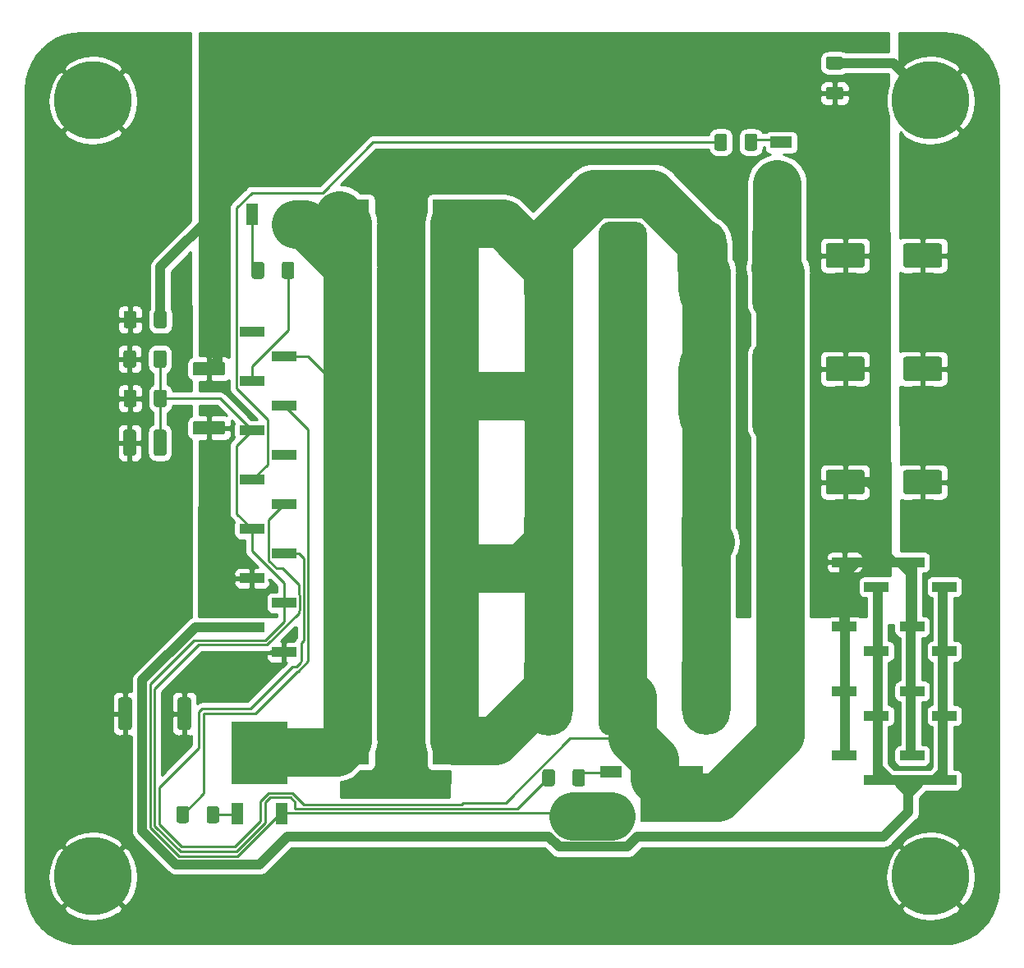
<source format=gbr>
%TF.GenerationSoftware,KiCad,Pcbnew,(5.1.10)-1*%
%TF.CreationDate,2021-09-14T14:35:24+02:00*%
%TF.ProjectId,BTS-MainBoard-Power,4254532d-4d61-4696-9e42-6f6172642d50,rev?*%
%TF.SameCoordinates,Original*%
%TF.FileFunction,Copper,L1,Top*%
%TF.FilePolarity,Positive*%
%FSLAX46Y46*%
G04 Gerber Fmt 4.6, Leading zero omitted, Abs format (unit mm)*
G04 Created by KiCad (PCBNEW (5.1.10)-1) date 2021-09-14 14:35:24*
%MOMM*%
%LPD*%
G01*
G04 APERTURE LIST*
%TA.AperFunction,SMDPad,CuDef*%
%ADD10R,6.400000X5.800000*%
%TD*%
%TA.AperFunction,SMDPad,CuDef*%
%ADD11R,2.200000X1.200000*%
%TD*%
%TA.AperFunction,SMDPad,CuDef*%
%ADD12R,5.800000X6.400000*%
%TD*%
%TA.AperFunction,SMDPad,CuDef*%
%ADD13R,1.200000X2.200000*%
%TD*%
%TA.AperFunction,SMDPad,CuDef*%
%ADD14R,2.510000X1.000000*%
%TD*%
%TA.AperFunction,ConnectorPad*%
%ADD15C,8.000000*%
%TD*%
%TA.AperFunction,ComponentPad*%
%ADD16C,4.400000*%
%TD*%
%TA.AperFunction,SMDPad,CuDef*%
%ADD17R,4.500000X5.000000*%
%TD*%
%TA.AperFunction,SMDPad,CuDef*%
%ADD18O,5.000000X10.000000*%
%TD*%
%TA.AperFunction,SMDPad,CuDef*%
%ADD19O,15.000000X7.000000*%
%TD*%
%TA.AperFunction,Conductor*%
%ADD20C,1.000000*%
%TD*%
%TA.AperFunction,Conductor*%
%ADD21C,5.000000*%
%TD*%
%TA.AperFunction,Conductor*%
%ADD22C,0.250000*%
%TD*%
%TA.AperFunction,Conductor*%
%ADD23C,0.254000*%
%TD*%
%TA.AperFunction,Conductor*%
%ADD24C,0.100000*%
%TD*%
G04 APERTURE END LIST*
D10*
%TO.P,Q4,2*%
%TO.N,/BHS*%
X226060000Y-118490000D03*
D11*
%TO.P,Q4,3*%
%TO.N,/ALS*%
X219760000Y-120770000D03*
%TO.P,Q4,1*%
%TO.N,Net-(Q4-Pad1)*%
X219760000Y-116210000D03*
%TD*%
D10*
%TO.P,Q3,2*%
%TO.N,+12V*%
X243610000Y-53595000D03*
D11*
%TO.P,Q3,3*%
%TO.N,/BHS*%
X237310000Y-55875000D03*
%TO.P,Q3,1*%
%TO.N,Net-(Q3-Pad1)*%
X237310000Y-51315000D03*
%TD*%
D12*
%TO.P,Q2,2*%
%TO.N,/AHS*%
X183516000Y-114276000D03*
D13*
%TO.P,Q2,3*%
%TO.N,/ALS*%
X185796000Y-120576000D03*
%TO.P,Q2,1*%
%TO.N,Net-(Q2-Pad1)*%
X181236000Y-120576000D03*
%TD*%
D12*
%TO.P,Q1,2*%
%TO.N,+12V*%
X185040000Y-52475000D03*
D13*
%TO.P,Q1,3*%
%TO.N,/AHS*%
X187320000Y-58775000D03*
%TO.P,Q1,1*%
%TO.N,Net-(Q1-Pad1)*%
X182760000Y-58775000D03*
%TD*%
D14*
%TO.P,J19,2*%
%TO.N,/FanDrive*%
X247146000Y-117094000D03*
%TO.P,J19,1*%
%TO.N,+12V*%
X243836000Y-114554000D03*
%TD*%
%TO.P,J18,2*%
%TO.N,/FanDrive*%
X254131000Y-117094000D03*
%TO.P,J18,1*%
%TO.N,+12V*%
X250821000Y-114554000D03*
%TD*%
%TO.P,J17,2*%
%TO.N,/FanDrive*%
X254131000Y-110447666D03*
%TO.P,J17,1*%
%TO.N,+12V*%
X250821000Y-107907666D03*
%TD*%
%TO.P,J16,2*%
%TO.N,/FanDrive*%
X254131000Y-103801333D03*
%TO.P,J16,1*%
%TO.N,+12V*%
X250821000Y-101261333D03*
%TD*%
%TO.P,J15,2*%
%TO.N,/FanDrive*%
X247146000Y-110447666D03*
%TO.P,J15,1*%
%TO.N,+12V*%
X243836000Y-107907666D03*
%TD*%
%TO.P,J14,2*%
%TO.N,/FanDrive*%
X247146000Y-103801333D03*
%TO.P,J14,1*%
%TO.N,+12V*%
X243836000Y-101261333D03*
%TD*%
%TO.P,J13,2*%
%TO.N,/FanDrive*%
X254131000Y-97155000D03*
%TO.P,J13,1*%
%TO.N,+12V*%
X250821000Y-94615000D03*
%TD*%
%TO.P,J12,2*%
%TO.N,/FanDrive*%
X247146000Y-97155000D03*
%TO.P,J12,1*%
%TO.N,+12V*%
X243836000Y-94615000D03*
%TD*%
%TO.P,C4,2*%
%TO.N,GND*%
%TA.AperFunction,SMDPad,CuDef*%
G36*
G01*
X249904000Y-63992000D02*
X249904000Y-61992000D01*
G75*
G02*
X250154000Y-61742000I250000J0D01*
G01*
X253654000Y-61742000D01*
G75*
G02*
X253904000Y-61992000I0J-250000D01*
G01*
X253904000Y-63992000D01*
G75*
G02*
X253654000Y-64242000I-250000J0D01*
G01*
X250154000Y-64242000D01*
G75*
G02*
X249904000Y-63992000I0J250000D01*
G01*
G37*
%TD.AperFunction*%
%TO.P,C4,1*%
%TO.N,+12V*%
%TA.AperFunction,SMDPad,CuDef*%
G36*
G01*
X241904000Y-63992000D02*
X241904000Y-61992000D01*
G75*
G02*
X242154000Y-61742000I250000J0D01*
G01*
X245654000Y-61742000D01*
G75*
G02*
X245904000Y-61992000I0J-250000D01*
G01*
X245904000Y-63992000D01*
G75*
G02*
X245654000Y-64242000I-250000J0D01*
G01*
X242154000Y-64242000D01*
G75*
G02*
X241904000Y-63992000I0J250000D01*
G01*
G37*
%TD.AperFunction*%
%TD*%
%TO.P,C5,2*%
%TO.N,GND*%
%TA.AperFunction,SMDPad,CuDef*%
G36*
G01*
X249904000Y-75676000D02*
X249904000Y-73676000D01*
G75*
G02*
X250154000Y-73426000I250000J0D01*
G01*
X253654000Y-73426000D01*
G75*
G02*
X253904000Y-73676000I0J-250000D01*
G01*
X253904000Y-75676000D01*
G75*
G02*
X253654000Y-75926000I-250000J0D01*
G01*
X250154000Y-75926000D01*
G75*
G02*
X249904000Y-75676000I0J250000D01*
G01*
G37*
%TD.AperFunction*%
%TO.P,C5,1*%
%TO.N,+12V*%
%TA.AperFunction,SMDPad,CuDef*%
G36*
G01*
X241904000Y-75676000D02*
X241904000Y-73676000D01*
G75*
G02*
X242154000Y-73426000I250000J0D01*
G01*
X245654000Y-73426000D01*
G75*
G02*
X245904000Y-73676000I0J-250000D01*
G01*
X245904000Y-75676000D01*
G75*
G02*
X245654000Y-75926000I-250000J0D01*
G01*
X242154000Y-75926000D01*
G75*
G02*
X241904000Y-75676000I0J250000D01*
G01*
G37*
%TD.AperFunction*%
%TD*%
%TO.P,C3,2*%
%TO.N,GND*%
%TA.AperFunction,SMDPad,CuDef*%
G36*
G01*
X249904000Y-87360000D02*
X249904000Y-85360000D01*
G75*
G02*
X250154000Y-85110000I250000J0D01*
G01*
X253654000Y-85110000D01*
G75*
G02*
X253904000Y-85360000I0J-250000D01*
G01*
X253904000Y-87360000D01*
G75*
G02*
X253654000Y-87610000I-250000J0D01*
G01*
X250154000Y-87610000D01*
G75*
G02*
X249904000Y-87360000I0J250000D01*
G01*
G37*
%TD.AperFunction*%
%TO.P,C3,1*%
%TO.N,+12V*%
%TA.AperFunction,SMDPad,CuDef*%
G36*
G01*
X241904000Y-87360000D02*
X241904000Y-85360000D01*
G75*
G02*
X242154000Y-85110000I250000J0D01*
G01*
X245654000Y-85110000D01*
G75*
G02*
X245904000Y-85360000I0J-250000D01*
G01*
X245904000Y-87360000D01*
G75*
G02*
X245654000Y-87610000I-250000J0D01*
G01*
X242154000Y-87610000D01*
G75*
G02*
X241904000Y-87360000I0J250000D01*
G01*
G37*
%TD.AperFunction*%
%TD*%
%TO.P,R2,2*%
%TO.N,GND*%
%TA.AperFunction,SMDPad,CuDef*%
G36*
G01*
X175070000Y-111661001D02*
X175070000Y-108810999D01*
G75*
G02*
X175319999Y-108561000I249999J0D01*
G01*
X176220001Y-108561000D01*
G75*
G02*
X176470000Y-108810999I0J-249999D01*
G01*
X176470000Y-111661001D01*
G75*
G02*
X176220001Y-111911000I-249999J0D01*
G01*
X175319999Y-111911000D01*
G75*
G02*
X175070000Y-111661001I0J249999D01*
G01*
G37*
%TD.AperFunction*%
%TO.P,R2,1*%
%TA.AperFunction,SMDPad,CuDef*%
G36*
G01*
X168970000Y-111661001D02*
X168970000Y-108810999D01*
G75*
G02*
X169219999Y-108561000I249999J0D01*
G01*
X170120001Y-108561000D01*
G75*
G02*
X170370000Y-108810999I0J-249999D01*
G01*
X170370000Y-111661001D01*
G75*
G02*
X170120001Y-111911000I-249999J0D01*
G01*
X169219999Y-111911000D01*
G75*
G02*
X168970000Y-111661001I0J249999D01*
G01*
G37*
%TD.AperFunction*%
%TD*%
%TO.P,R1,2*%
%TO.N,+12V*%
%TA.AperFunction,SMDPad,CuDef*%
G36*
G01*
X179733001Y-75374000D02*
X176882999Y-75374000D01*
G75*
G02*
X176633000Y-75124001I0J249999D01*
G01*
X176633000Y-74223999D01*
G75*
G02*
X176882999Y-73974000I249999J0D01*
G01*
X179733001Y-73974000D01*
G75*
G02*
X179983000Y-74223999I0J-249999D01*
G01*
X179983000Y-75124001D01*
G75*
G02*
X179733001Y-75374000I-249999J0D01*
G01*
G37*
%TD.AperFunction*%
%TO.P,R1,1*%
%TA.AperFunction,SMDPad,CuDef*%
G36*
G01*
X179733001Y-81474000D02*
X176882999Y-81474000D01*
G75*
G02*
X176633000Y-81224001I0J249999D01*
G01*
X176633000Y-80323999D01*
G75*
G02*
X176882999Y-80074000I249999J0D01*
G01*
X179733001Y-80074000D01*
G75*
G02*
X179983000Y-80323999I0J-249999D01*
G01*
X179983000Y-81224001D01*
G75*
G02*
X179733001Y-81474000I-249999J0D01*
G01*
G37*
%TD.AperFunction*%
%TD*%
%TO.P,C11,2*%
%TO.N,GND*%
%TA.AperFunction,SMDPad,CuDef*%
G36*
G01*
X170804000Y-73009997D02*
X170804000Y-74310003D01*
G75*
G02*
X170554003Y-74560000I-249997J0D01*
G01*
X169728997Y-74560000D01*
G75*
G02*
X169479000Y-74310003I0J249997D01*
G01*
X169479000Y-73009997D01*
G75*
G02*
X169728997Y-72760000I249997J0D01*
G01*
X170554003Y-72760000D01*
G75*
G02*
X170804000Y-73009997I0J-249997D01*
G01*
G37*
%TD.AperFunction*%
%TO.P,C11,1*%
%TO.N,/ALS*%
%TA.AperFunction,SMDPad,CuDef*%
G36*
G01*
X173929000Y-73009997D02*
X173929000Y-74310003D01*
G75*
G02*
X173679003Y-74560000I-249997J0D01*
G01*
X172853997Y-74560000D01*
G75*
G02*
X172604000Y-74310003I0J249997D01*
G01*
X172604000Y-73009997D01*
G75*
G02*
X172853997Y-72760000I249997J0D01*
G01*
X173679003Y-72760000D01*
G75*
G02*
X173929000Y-73009997I0J-249997D01*
G01*
G37*
%TD.AperFunction*%
%TD*%
%TO.P,C10,2*%
%TO.N,GND*%
%TA.AperFunction,SMDPad,CuDef*%
G36*
G01*
X170804000Y-81195997D02*
X170804000Y-83396003D01*
G75*
G02*
X170554003Y-83646000I-249997J0D01*
G01*
X169728997Y-83646000D01*
G75*
G02*
X169479000Y-83396003I0J249997D01*
G01*
X169479000Y-81195997D01*
G75*
G02*
X169728997Y-80946000I249997J0D01*
G01*
X170554003Y-80946000D01*
G75*
G02*
X170804000Y-81195997I0J-249997D01*
G01*
G37*
%TD.AperFunction*%
%TO.P,C10,1*%
%TO.N,/ALS*%
%TA.AperFunction,SMDPad,CuDef*%
G36*
G01*
X173929000Y-81195997D02*
X173929000Y-83396003D01*
G75*
G02*
X173679003Y-83646000I-249997J0D01*
G01*
X172853997Y-83646000D01*
G75*
G02*
X172604000Y-83396003I0J249997D01*
G01*
X172604000Y-81195997D01*
G75*
G02*
X172853997Y-80946000I249997J0D01*
G01*
X173679003Y-80946000D01*
G75*
G02*
X173929000Y-81195997I0J-249997D01*
G01*
G37*
%TD.AperFunction*%
%TD*%
%TO.P,C9,2*%
%TO.N,GND*%
%TA.AperFunction,SMDPad,CuDef*%
G36*
G01*
X170842500Y-77073997D02*
X170842500Y-78374003D01*
G75*
G02*
X170592503Y-78624000I-249997J0D01*
G01*
X169767497Y-78624000D01*
G75*
G02*
X169517500Y-78374003I0J249997D01*
G01*
X169517500Y-77073997D01*
G75*
G02*
X169767497Y-76824000I249997J0D01*
G01*
X170592503Y-76824000D01*
G75*
G02*
X170842500Y-77073997I0J-249997D01*
G01*
G37*
%TD.AperFunction*%
%TO.P,C9,1*%
%TO.N,/ALS*%
%TA.AperFunction,SMDPad,CuDef*%
G36*
G01*
X173967500Y-77073997D02*
X173967500Y-78374003D01*
G75*
G02*
X173717503Y-78624000I-249997J0D01*
G01*
X172892497Y-78624000D01*
G75*
G02*
X172642500Y-78374003I0J249997D01*
G01*
X172642500Y-77073997D01*
G75*
G02*
X172892497Y-76824000I249997J0D01*
G01*
X173717503Y-76824000D01*
G75*
G02*
X173967500Y-77073997I0J-249997D01*
G01*
G37*
%TD.AperFunction*%
%TD*%
%TO.P,C1,2*%
%TO.N,GND*%
%TA.AperFunction,SMDPad,CuDef*%
G36*
G01*
X170842500Y-68945997D02*
X170842500Y-70246003D01*
G75*
G02*
X170592503Y-70496000I-249997J0D01*
G01*
X169767497Y-70496000D01*
G75*
G02*
X169517500Y-70246003I0J249997D01*
G01*
X169517500Y-68945997D01*
G75*
G02*
X169767497Y-68696000I249997J0D01*
G01*
X170592503Y-68696000D01*
G75*
G02*
X170842500Y-68945997I0J-249997D01*
G01*
G37*
%TD.AperFunction*%
%TO.P,C1,1*%
%TO.N,+12V*%
%TA.AperFunction,SMDPad,CuDef*%
G36*
G01*
X173967500Y-68945997D02*
X173967500Y-70246003D01*
G75*
G02*
X173717503Y-70496000I-249997J0D01*
G01*
X172892497Y-70496000D01*
G75*
G02*
X172642500Y-70246003I0J249997D01*
G01*
X172642500Y-68945997D01*
G75*
G02*
X172892497Y-68696000I249997J0D01*
G01*
X173717503Y-68696000D01*
G75*
G02*
X173967500Y-68945997I0J-249997D01*
G01*
G37*
%TD.AperFunction*%
%TD*%
%TO.P,J3,14*%
%TO.N,GND*%
X186059000Y-103886000D03*
%TO.P,J3,12*%
%TO.N,/ALS*%
X186059000Y-98806000D03*
%TO.P,J3,10*%
%TO.N,/BHS*%
X186059000Y-93726000D03*
%TO.P,J3,8*%
%TO.N,/BLO*%
X186059000Y-88646000D03*
%TO.P,J3,6*%
%TO.N,N/C*%
X186059000Y-83566000D03*
%TO.P,J3,4*%
%TO.N,/ALO*%
X186059000Y-78486000D03*
%TO.P,J3,2*%
%TO.N,/AHS*%
X186059000Y-73406000D03*
%TO.P,J3,13*%
%TO.N,/FanDrive*%
X182749000Y-101346000D03*
%TO.P,J3,11*%
%TO.N,+12V*%
X182749000Y-96266000D03*
%TO.P,J3,9*%
%TO.N,/ALS*%
X182749000Y-91186000D03*
%TO.P,J3,7*%
%TO.N,/BHO*%
X182749000Y-86106000D03*
%TO.P,J3,5*%
%TO.N,/ALS*%
X182749000Y-81026000D03*
%TO.P,J3,3*%
%TO.N,/AHO*%
X182749000Y-75946000D03*
%TO.P,J3,1*%
%TO.N,N/C*%
X182749000Y-70866000D03*
%TD*%
D15*
%TO.P,H3,1*%
%TO.N,GND*%
X252730000Y-46990000D03*
D16*
X252730000Y-46990000D03*
%TD*%
D15*
%TO.P,H4,1*%
%TO.N,GND*%
X166370000Y-46990000D03*
D16*
X166370000Y-46990000D03*
%TD*%
D15*
%TO.P,H2,1*%
%TO.N,GND*%
X166370000Y-127000000D03*
D16*
X166370000Y-127000000D03*
%TD*%
D15*
%TO.P,H1,1*%
%TO.N,GND*%
X252730000Y-127000000D03*
D16*
X252730000Y-127000000D03*
%TD*%
%TO.P,R11,2*%
%TO.N,/BLO*%
%TA.AperFunction,SMDPad,CuDef*%
G36*
G01*
X213984000Y-116214999D02*
X213984000Y-117465001D01*
G75*
G02*
X213734001Y-117715000I-249999J0D01*
G01*
X212933999Y-117715000D01*
G75*
G02*
X212684000Y-117465001I0J249999D01*
G01*
X212684000Y-116214999D01*
G75*
G02*
X212933999Y-115965000I249999J0D01*
G01*
X213734001Y-115965000D01*
G75*
G02*
X213984000Y-116214999I0J-249999D01*
G01*
G37*
%TD.AperFunction*%
%TO.P,R11,1*%
%TO.N,Net-(Q4-Pad1)*%
%TA.AperFunction,SMDPad,CuDef*%
G36*
G01*
X217084000Y-116214999D02*
X217084000Y-117465001D01*
G75*
G02*
X216834001Y-117715000I-249999J0D01*
G01*
X216033999Y-117715000D01*
G75*
G02*
X215784000Y-117465001I0J249999D01*
G01*
X215784000Y-116214999D01*
G75*
G02*
X216033999Y-115965000I249999J0D01*
G01*
X216834001Y-115965000D01*
G75*
G02*
X217084000Y-116214999I0J-249999D01*
G01*
G37*
%TD.AperFunction*%
%TD*%
%TO.P,R10,2*%
%TO.N,/BHO*%
%TA.AperFunction,SMDPad,CuDef*%
G36*
G01*
X231738000Y-50682999D02*
X231738000Y-51933001D01*
G75*
G02*
X231488001Y-52183000I-249999J0D01*
G01*
X230687999Y-52183000D01*
G75*
G02*
X230438000Y-51933001I0J249999D01*
G01*
X230438000Y-50682999D01*
G75*
G02*
X230687999Y-50433000I249999J0D01*
G01*
X231488001Y-50433000D01*
G75*
G02*
X231738000Y-50682999I0J-249999D01*
G01*
G37*
%TD.AperFunction*%
%TO.P,R10,1*%
%TO.N,Net-(Q3-Pad1)*%
%TA.AperFunction,SMDPad,CuDef*%
G36*
G01*
X234838000Y-50682999D02*
X234838000Y-51933001D01*
G75*
G02*
X234588001Y-52183000I-249999J0D01*
G01*
X233787999Y-52183000D01*
G75*
G02*
X233538000Y-51933001I0J249999D01*
G01*
X233538000Y-50682999D01*
G75*
G02*
X233787999Y-50433000I249999J0D01*
G01*
X234588001Y-50433000D01*
G75*
G02*
X234838000Y-50682999I0J-249999D01*
G01*
G37*
%TD.AperFunction*%
%TD*%
%TO.P,R9,2*%
%TO.N,GND*%
%TA.AperFunction,SMDPad,CuDef*%
G36*
G01*
X214475600Y-126175000D02*
X217324400Y-126175000D01*
G75*
G02*
X217575000Y-126425600I0J-250600D01*
G01*
X217575000Y-127324400D01*
G75*
G02*
X217324400Y-127575000I-250600J0D01*
G01*
X214475600Y-127575000D01*
G75*
G02*
X214225000Y-127324400I0J250600D01*
G01*
X214225000Y-126425600D01*
G75*
G02*
X214475600Y-126175000I250600J0D01*
G01*
G37*
%TD.AperFunction*%
%TO.P,R9,1*%
%TO.N,/ALS*%
%TA.AperFunction,SMDPad,CuDef*%
G36*
G01*
X214474999Y-120075000D02*
X217325001Y-120075000D01*
G75*
G02*
X217575000Y-120324999I0J-249999D01*
G01*
X217575000Y-121225001D01*
G75*
G02*
X217325001Y-121475000I-249999J0D01*
G01*
X214474999Y-121475000D01*
G75*
G02*
X214225000Y-121225001I0J249999D01*
G01*
X214225000Y-120324999D01*
G75*
G02*
X214474999Y-120075000I249999J0D01*
G01*
G37*
%TD.AperFunction*%
%TD*%
%TO.P,R8,2*%
%TO.N,/ALO*%
%TA.AperFunction,SMDPad,CuDef*%
G36*
G01*
X176265000Y-120024999D02*
X176265000Y-121275001D01*
G75*
G02*
X176015001Y-121525000I-249999J0D01*
G01*
X175214999Y-121525000D01*
G75*
G02*
X174965000Y-121275001I0J249999D01*
G01*
X174965000Y-120024999D01*
G75*
G02*
X175214999Y-119775000I249999J0D01*
G01*
X176015001Y-119775000D01*
G75*
G02*
X176265000Y-120024999I0J-249999D01*
G01*
G37*
%TD.AperFunction*%
%TO.P,R8,1*%
%TO.N,Net-(Q2-Pad1)*%
%TA.AperFunction,SMDPad,CuDef*%
G36*
G01*
X179365000Y-120024999D02*
X179365000Y-121275001D01*
G75*
G02*
X179115001Y-121525000I-249999J0D01*
G01*
X178314999Y-121525000D01*
G75*
G02*
X178065000Y-121275001I0J249999D01*
G01*
X178065000Y-120024999D01*
G75*
G02*
X178314999Y-119775000I249999J0D01*
G01*
X179115001Y-119775000D01*
G75*
G02*
X179365000Y-120024999I0J-249999D01*
G01*
G37*
%TD.AperFunction*%
%TD*%
%TO.P,R7,2*%
%TO.N,/AHO*%
%TA.AperFunction,SMDPad,CuDef*%
G36*
G01*
X185812000Y-65141001D02*
X185812000Y-63890999D01*
G75*
G02*
X186061999Y-63641000I249999J0D01*
G01*
X186862001Y-63641000D01*
G75*
G02*
X187112000Y-63890999I0J-249999D01*
G01*
X187112000Y-65141001D01*
G75*
G02*
X186862001Y-65391000I-249999J0D01*
G01*
X186061999Y-65391000D01*
G75*
G02*
X185812000Y-65141001I0J249999D01*
G01*
G37*
%TD.AperFunction*%
%TO.P,R7,1*%
%TO.N,Net-(Q1-Pad1)*%
%TA.AperFunction,SMDPad,CuDef*%
G36*
G01*
X182712000Y-65141001D02*
X182712000Y-63890999D01*
G75*
G02*
X182961999Y-63641000I249999J0D01*
G01*
X183762001Y-63641000D01*
G75*
G02*
X184012000Y-63890999I0J-249999D01*
G01*
X184012000Y-65141001D01*
G75*
G02*
X183762001Y-65391000I-249999J0D01*
G01*
X182961999Y-65391000D01*
G75*
G02*
X182712000Y-65141001I0J249999D01*
G01*
G37*
%TD.AperFunction*%
%TD*%
D17*
%TO.P,L4,2*%
%TO.N,/PeltierLeft*%
X203620000Y-77470000D03*
%TO.P,L4,1*%
%TO.N,/AHS*%
X192620000Y-77470000D03*
%TD*%
%TO.P,L3,2*%
%TO.N,/PeltierLeft*%
X203620000Y-95250000D03*
%TO.P,L3,1*%
%TO.N,/AHS*%
X192620000Y-95250000D03*
%TD*%
%TO.P,L2,2*%
%TO.N,/PeltierLeft*%
X203620000Y-113030000D03*
%TO.P,L2,1*%
%TO.N,/AHS*%
X192620000Y-113030000D03*
%TD*%
%TO.P,L1,2*%
%TO.N,/PeltierLeft*%
X203620000Y-59690000D03*
%TO.P,L1,1*%
%TO.N,/AHS*%
X192620000Y-59690000D03*
%TD*%
%TO.P,J11,2*%
%TO.N,/BHS*%
%TA.AperFunction,SMDPad,CuDef*%
G36*
G01*
X234736000Y-96250000D02*
X234736000Y-88750000D01*
G75*
G02*
X235986000Y-87500000I1250000J0D01*
G01*
X238486000Y-87500000D01*
G75*
G02*
X239736000Y-88750000I0J-1250000D01*
G01*
X239736000Y-96250000D01*
G75*
G02*
X238486000Y-97500000I-1250000J0D01*
G01*
X235986000Y-97500000D01*
G75*
G02*
X234736000Y-96250000I0J1250000D01*
G01*
G37*
%TD.AperFunction*%
D18*
%TO.P,J11,1*%
%TO.N,/PeltierLeft*%
X229616000Y-92500000D03*
%TD*%
%TO.P,J10,2*%
%TO.N,/BHS*%
%TA.AperFunction,SMDPad,CuDef*%
G36*
G01*
X234355000Y-68012000D02*
X234355000Y-60512000D01*
G75*
G02*
X235605000Y-59262000I1250000J0D01*
G01*
X238105000Y-59262000D01*
G75*
G02*
X239355000Y-60512000I0J-1250000D01*
G01*
X239355000Y-68012000D01*
G75*
G02*
X238105000Y-69262000I-1250000J0D01*
G01*
X235605000Y-69262000D01*
G75*
G02*
X234355000Y-68012000I0J1250000D01*
G01*
G37*
%TD.AperFunction*%
%TO.P,J10,1*%
%TO.N,/PeltierLeft*%
X229235000Y-64262000D03*
%TD*%
%TO.P,J9,2*%
%TO.N,/BHS*%
%TA.AperFunction,SMDPad,CuDef*%
G36*
G01*
X218480000Y-68240000D02*
X218480000Y-60740000D01*
G75*
G02*
X219730000Y-59490000I1250000J0D01*
G01*
X222230000Y-59490000D01*
G75*
G02*
X223480000Y-60740000I0J-1250000D01*
G01*
X223480000Y-68240000D01*
G75*
G02*
X222230000Y-69490000I-1250000J0D01*
G01*
X219730000Y-69490000D01*
G75*
G02*
X218480000Y-68240000I0J1250000D01*
G01*
G37*
%TD.AperFunction*%
%TO.P,J9,1*%
%TO.N,/PeltierLeft*%
X213360000Y-64490000D03*
%TD*%
%TO.P,J8,2*%
%TO.N,/BHS*%
%TA.AperFunction,SMDPad,CuDef*%
G36*
G01*
X218480000Y-96250000D02*
X218480000Y-88750000D01*
G75*
G02*
X219730000Y-87500000I1250000J0D01*
G01*
X222230000Y-87500000D01*
G75*
G02*
X223480000Y-88750000I0J-1250000D01*
G01*
X223480000Y-96250000D01*
G75*
G02*
X222230000Y-97500000I-1250000J0D01*
G01*
X219730000Y-97500000D01*
G75*
G02*
X218480000Y-96250000I0J1250000D01*
G01*
G37*
%TD.AperFunction*%
%TO.P,J8,1*%
%TO.N,/PeltierLeft*%
X213360000Y-92500000D03*
%TD*%
%TO.P,J7,2*%
%TO.N,/BHS*%
%TA.AperFunction,SMDPad,CuDef*%
G36*
G01*
X234355000Y-80712000D02*
X234355000Y-73212000D01*
G75*
G02*
X235605000Y-71962000I1250000J0D01*
G01*
X238105000Y-71962000D01*
G75*
G02*
X239355000Y-73212000I0J-1250000D01*
G01*
X239355000Y-80712000D01*
G75*
G02*
X238105000Y-81962000I-1250000J0D01*
G01*
X235605000Y-81962000D01*
G75*
G02*
X234355000Y-80712000I0J1250000D01*
G01*
G37*
%TD.AperFunction*%
%TO.P,J7,1*%
%TO.N,/PeltierLeft*%
X229235000Y-76962000D03*
%TD*%
%TO.P,J6,2*%
%TO.N,/BHS*%
%TA.AperFunction,SMDPad,CuDef*%
G36*
G01*
X218480000Y-81250000D02*
X218480000Y-73750000D01*
G75*
G02*
X219730000Y-72500000I1250000J0D01*
G01*
X222230000Y-72500000D01*
G75*
G02*
X223480000Y-73750000I0J-1250000D01*
G01*
X223480000Y-81250000D01*
G75*
G02*
X222230000Y-82500000I-1250000J0D01*
G01*
X219730000Y-82500000D01*
G75*
G02*
X218480000Y-81250000I0J1250000D01*
G01*
G37*
%TD.AperFunction*%
%TO.P,J6,1*%
%TO.N,/PeltierLeft*%
X213360000Y-77500000D03*
%TD*%
%TO.P,J5,2*%
%TO.N,/BHS*%
%TA.AperFunction,SMDPad,CuDef*%
G36*
G01*
X234736000Y-111192000D02*
X234736000Y-103692000D01*
G75*
G02*
X235986000Y-102442000I1250000J0D01*
G01*
X238486000Y-102442000D01*
G75*
G02*
X239736000Y-103692000I0J-1250000D01*
G01*
X239736000Y-111192000D01*
G75*
G02*
X238486000Y-112442000I-1250000J0D01*
G01*
X235986000Y-112442000D01*
G75*
G02*
X234736000Y-111192000I0J1250000D01*
G01*
G37*
%TD.AperFunction*%
%TO.P,J5,1*%
%TO.N,/PeltierLeft*%
X229616000Y-107442000D03*
%TD*%
%TO.P,J4,2*%
%TO.N,/BHS*%
%TA.AperFunction,SMDPad,CuDef*%
G36*
G01*
X218480000Y-111250000D02*
X218480000Y-103750000D01*
G75*
G02*
X219730000Y-102500000I1250000J0D01*
G01*
X222230000Y-102500000D01*
G75*
G02*
X223480000Y-103750000I0J-1250000D01*
G01*
X223480000Y-111250000D01*
G75*
G02*
X222230000Y-112500000I-1250000J0D01*
G01*
X219730000Y-112500000D01*
G75*
G02*
X218480000Y-111250000I0J1250000D01*
G01*
G37*
%TD.AperFunction*%
%TO.P,J4,1*%
%TO.N,/PeltierLeft*%
X213360000Y-107500000D03*
%TD*%
D19*
%TO.P,J2,1*%
%TO.N,GND*%
X228600000Y-128270000D03*
%TD*%
%TO.P,J1,1*%
%TO.N,+12V*%
X228600000Y-45720000D03*
%TD*%
%TO.P,C2,2*%
%TO.N,GND*%
%TA.AperFunction,SMDPad,CuDef*%
G36*
G01*
X243474003Y-43804000D02*
X242173997Y-43804000D01*
G75*
G02*
X241924000Y-43554003I0J249997D01*
G01*
X241924000Y-42728997D01*
G75*
G02*
X242173997Y-42479000I249997J0D01*
G01*
X243474003Y-42479000D01*
G75*
G02*
X243724000Y-42728997I0J-249997D01*
G01*
X243724000Y-43554003D01*
G75*
G02*
X243474003Y-43804000I-249997J0D01*
G01*
G37*
%TD.AperFunction*%
%TO.P,C2,1*%
%TO.N,+12V*%
%TA.AperFunction,SMDPad,CuDef*%
G36*
G01*
X243474003Y-46929000D02*
X242173997Y-46929000D01*
G75*
G02*
X241924000Y-46679003I0J249997D01*
G01*
X241924000Y-45853997D01*
G75*
G02*
X242173997Y-45604000I249997J0D01*
G01*
X243474003Y-45604000D01*
G75*
G02*
X243724000Y-45853997I0J-249997D01*
G01*
X243724000Y-46679003D01*
G75*
G02*
X243474003Y-46929000I-249997J0D01*
G01*
G37*
%TD.AperFunction*%
%TD*%
D20*
%TO.N,GND*%
X248881500Y-43141500D02*
X252730000Y-46990000D01*
X242824000Y-43141500D02*
X248881500Y-43141500D01*
D21*
%TO.N,+12V*%
X191780000Y-45720000D02*
X228600000Y-45720000D01*
X185000000Y-52500000D02*
X191780000Y-45720000D01*
D20*
X173305000Y-69596000D02*
X173305000Y-64195000D01*
X179202000Y-73780000D02*
X178308000Y-74674000D01*
X179202000Y-58298000D02*
X179202000Y-73780000D01*
X173305000Y-64195000D02*
X179202000Y-58298000D01*
X179202000Y-58298000D02*
X185000000Y-52500000D01*
X243904000Y-114364000D02*
X243714000Y-114554000D01*
X243968000Y-94615000D02*
X245110000Y-94615000D01*
X250699000Y-114427000D02*
X250826000Y-114554000D01*
X250699000Y-95759000D02*
X250699000Y-114427000D01*
X249555000Y-94615000D02*
X250699000Y-95759000D01*
X249555000Y-94615000D02*
X250821000Y-94615000D01*
X250821000Y-94615000D02*
X250821000Y-101261333D01*
X245110000Y-94615000D02*
X243904000Y-95821000D01*
X243904000Y-95821000D02*
X243904000Y-114364000D01*
X243904000Y-86360000D02*
X246380000Y-86360000D01*
X246380000Y-86360000D02*
X247650000Y-87630000D01*
X243836000Y-94615000D02*
X243836000Y-101261333D01*
X246380000Y-94615000D02*
X247650000Y-94615000D01*
X245110000Y-94615000D02*
X246380000Y-94615000D01*
X247650000Y-93345000D02*
X246380000Y-94615000D01*
X247650000Y-87630000D02*
X247650000Y-93345000D01*
X247650000Y-93345000D02*
X247650000Y-94615000D01*
X247650000Y-93345000D02*
X248920000Y-94615000D01*
X248920000Y-94615000D02*
X249555000Y-94615000D01*
X247650000Y-94615000D02*
X248920000Y-94615000D01*
D22*
%TO.N,/ALS*%
X173266500Y-73660000D02*
X173266500Y-82296000D01*
X179447000Y-77724000D02*
X182749000Y-81026000D01*
X173305000Y-77724000D02*
X179447000Y-77724000D01*
X181168999Y-82606001D02*
X181168999Y-89605999D01*
X181168999Y-89605999D02*
X182749000Y-91186000D01*
X182749000Y-81026000D02*
X181168999Y-82606001D01*
D21*
X219755000Y-120775000D02*
X219760000Y-120770000D01*
X215900000Y-120775000D02*
X219755000Y-120775000D01*
D22*
X175260000Y-124968000D02*
X181262000Y-124968000D01*
X172269989Y-121977989D02*
X175260000Y-124968000D01*
X184121013Y-102673989D02*
X176726011Y-102673989D01*
X186059000Y-100736002D02*
X184121013Y-102673989D01*
X215600000Y-120475000D02*
X215900000Y-120775000D01*
X186059000Y-98806000D02*
X186059000Y-100736002D01*
X176726011Y-102673989D02*
X172269989Y-107130011D01*
X172269989Y-107130011D02*
X172269989Y-121977989D01*
X181262000Y-124968000D02*
X185755000Y-120475000D01*
X185755000Y-120475000D02*
X215600000Y-120475000D01*
X186059000Y-98806000D02*
X186059000Y-96765002D01*
X182749000Y-93455002D02*
X182749000Y-91186000D01*
X186059000Y-96765002D02*
X182749000Y-93455002D01*
D21*
%TO.N,/PeltierLeft*%
X229880000Y-92380000D02*
X230000000Y-92500000D01*
X229616000Y-64770000D02*
X229108000Y-64262000D01*
X229616000Y-107442000D02*
X229616000Y-64770000D01*
X213360000Y-61241000D02*
X213360000Y-64490000D01*
X218011010Y-56589990D02*
X213360000Y-61241000D01*
X223948990Y-56589990D02*
X218011010Y-56589990D01*
X229108000Y-61749000D02*
X223948990Y-56589990D01*
X229108000Y-64262000D02*
X229108000Y-61749000D01*
X213360000Y-64490000D02*
X213360000Y-107500000D01*
X203620000Y-59690000D02*
X203620000Y-113030000D01*
X210610000Y-95250000D02*
X213360000Y-92500000D01*
X203620000Y-95250000D02*
X210610000Y-95250000D01*
X207830000Y-113030000D02*
X213360000Y-107500000D01*
X203620000Y-113030000D02*
X207830000Y-113030000D01*
X213330000Y-77470000D02*
X213360000Y-77500000D01*
X203620000Y-77470000D02*
X213330000Y-77470000D01*
X208560000Y-59690000D02*
X213360000Y-64490000D01*
X203620000Y-59690000D02*
X208560000Y-59690000D01*
D22*
%TO.N,/AHO*%
X186462000Y-70662998D02*
X186462000Y-64516000D01*
X182749000Y-74375998D02*
X186462000Y-70662998D01*
X182749000Y-75946000D02*
X182749000Y-74375998D01*
%TO.N,/ALO*%
X183081425Y-110199988D02*
X177800000Y-110199988D01*
X177800000Y-110199988D02*
X177800000Y-118465000D01*
X188539023Y-80966023D02*
X188539023Y-104832388D01*
X188539023Y-104832388D02*
X187511400Y-105860011D01*
X186059000Y-78486000D02*
X188539023Y-80966023D01*
X187511400Y-105860011D02*
X187421402Y-105860011D01*
X177800000Y-118465000D02*
X175615000Y-120650000D01*
X187421402Y-105860011D02*
X183081425Y-110199988D01*
%TO.N,/BHO*%
X195226834Y-51308000D02*
X231088000Y-51308000D01*
X182719998Y-56515000D02*
X190019834Y-56515000D01*
X181168999Y-58065999D02*
X182719998Y-56515000D01*
X181168999Y-76706001D02*
X181168999Y-58065999D01*
X184329001Y-79866003D02*
X181168999Y-76706001D01*
X184329001Y-84525999D02*
X184329001Y-79866003D01*
X190019834Y-56515000D02*
X195226834Y-51308000D01*
X182749000Y-86106000D02*
X184329001Y-84525999D01*
%TO.N,/BLO*%
X186030704Y-95401296D02*
X185928000Y-95298592D01*
X210149010Y-120024990D02*
X213334000Y-116840000D01*
X187198000Y-120024990D02*
X210149010Y-120024990D01*
X187198000Y-119345999D02*
X187198000Y-120024990D01*
X186724001Y-118872000D02*
X187198000Y-119345999D01*
X184658000Y-118872000D02*
X186724001Y-118872000D01*
X184150000Y-119380000D02*
X184658000Y-118872000D01*
X184150000Y-121443590D02*
X184150000Y-119380000D01*
X181133590Y-124460000D02*
X184150000Y-121443590D01*
X175388410Y-124460000D02*
X181133590Y-124460000D01*
X172720000Y-121791590D02*
X175388410Y-124460000D01*
X172720000Y-107696000D02*
X172720000Y-121791590D01*
X177292000Y-103124000D02*
X172720000Y-107696000D01*
X184307413Y-103124000D02*
X177292000Y-103124000D01*
X187574001Y-99857412D02*
X184307413Y-103124000D01*
X187574001Y-99631001D02*
X187574001Y-99857412D01*
X187639001Y-99566001D02*
X187574001Y-99631001D01*
X187574001Y-97980999D02*
X187639001Y-98045999D01*
X187639001Y-98045999D02*
X187639001Y-99566001D01*
X186030704Y-95401296D02*
X187574001Y-96944593D01*
X187574001Y-96944593D02*
X187574001Y-97980999D01*
X184478999Y-90226001D02*
X186059000Y-88646000D01*
X185180409Y-95187411D02*
X184478999Y-94486001D01*
X185180409Y-95250000D02*
X185180409Y-95187411D01*
X186030704Y-95401296D02*
X185879408Y-95250000D01*
X184478999Y-94486001D02*
X184478999Y-90226001D01*
X185879408Y-95250000D02*
X185180409Y-95250000D01*
D21*
%TO.N,/BHS*%
X220980000Y-64490000D02*
X220980000Y-107500000D01*
X237236000Y-64770000D02*
X236728000Y-64262000D01*
X237236000Y-107442000D02*
X237236000Y-64770000D01*
X236881000Y-64109000D02*
X236728000Y-64262000D01*
X236881000Y-55621000D02*
X236881000Y-64109000D01*
X237236000Y-112442000D02*
X237236000Y-107442000D01*
X230807000Y-118871000D02*
X237236000Y-112442000D01*
X226211000Y-118871000D02*
X230807000Y-118871000D01*
X221996000Y-108516000D02*
X220980000Y-107500000D01*
X221996000Y-112776000D02*
X221996000Y-108516000D01*
X224215990Y-114995990D02*
X221996000Y-112776000D01*
X224215990Y-116875990D02*
X224215990Y-114995990D01*
X226211000Y-118871000D02*
X224215990Y-116875990D01*
D22*
X181005180Y-123952000D02*
X175516820Y-123952000D01*
X175516820Y-123952000D02*
X173228000Y-121663180D01*
X173228000Y-117856000D02*
X177292000Y-113792000D01*
X177292000Y-113792000D02*
X177292000Y-110071577D01*
X177613600Y-109749977D02*
X182601203Y-109749977D01*
X182601203Y-109749977D02*
X186941180Y-105410000D01*
X187839001Y-104806001D02*
X187839001Y-102965999D01*
X187734001Y-104911001D02*
X187839001Y-104806001D01*
X183642000Y-121315180D02*
X181005180Y-123952000D01*
X186941180Y-105410000D02*
X187325000Y-105410000D01*
X187734001Y-105000999D02*
X187734001Y-104911001D01*
X221996000Y-112776000D02*
X215559810Y-112776000D01*
X188089012Y-102715988D02*
X188089012Y-94251012D01*
X204359656Y-119574979D02*
X188063391Y-119574979D01*
X188089012Y-94251012D02*
X187564000Y-93726000D01*
X188063391Y-119574979D02*
X186910401Y-118421989D01*
X187564000Y-93726000D02*
X186059000Y-93726000D01*
X183642000Y-119251589D02*
X183642000Y-121315180D01*
X186910401Y-118421989D02*
X184471600Y-118421989D01*
X184471600Y-118421989D02*
X183642000Y-119251589D01*
X208897821Y-119437989D02*
X204496646Y-119437989D01*
X187325000Y-105410000D02*
X187734001Y-105000999D01*
X215559810Y-112776000D02*
X208897821Y-119437989D01*
X173228000Y-121663180D02*
X173228000Y-117856000D01*
X187839001Y-102965999D02*
X188089012Y-102715988D01*
X177292000Y-110071577D02*
X177613600Y-109749977D01*
X204496646Y-119437989D02*
X204359656Y-119574979D01*
D21*
%TO.N,/AHS*%
X191475000Y-114175000D02*
X192620000Y-113030000D01*
X183475000Y-114175000D02*
X191475000Y-114175000D01*
X191730000Y-58800000D02*
X192620000Y-59690000D01*
X188201010Y-59721010D02*
X187280000Y-59721010D01*
X192620000Y-64140000D02*
X188201010Y-59721010D01*
X192620000Y-65620000D02*
X192620000Y-64140000D01*
X192620000Y-59690000D02*
X192620000Y-65620000D01*
X192620000Y-65620000D02*
X192620000Y-113030000D01*
D22*
X188556000Y-73406000D02*
X192620000Y-77470000D01*
X186059000Y-73406000D02*
X188556000Y-73406000D01*
%TO.N,Net-(Q1-Pad1)*%
X182720000Y-63771590D02*
X183413205Y-64464795D01*
X182720000Y-58800000D02*
X182720000Y-63771590D01*
%TO.N,Net-(Q2-Pad1)*%
X181020000Y-120650000D02*
X181195000Y-120475000D01*
X178715000Y-120650000D02*
X181020000Y-120650000D01*
%TO.N,Net-(Q3-Pad1)*%
X234435000Y-51061000D02*
X234188000Y-51308000D01*
X236881000Y-51061000D02*
X234435000Y-51061000D01*
%TO.N,Net-(Q4-Pad1)*%
X219652000Y-116332000D02*
X219911000Y-116591000D01*
X216942000Y-116332000D02*
X219652000Y-116332000D01*
X216434000Y-116840000D02*
X216942000Y-116332000D01*
D20*
%TO.N,/FanDrive*%
X247268000Y-116972000D02*
X247146000Y-117094000D01*
X250444000Y-117094000D02*
X251079000Y-117094000D01*
X250444000Y-118491000D02*
X250444000Y-117094000D01*
X249936000Y-117094000D02*
X250444000Y-117094000D01*
X249555000Y-117475000D02*
X249936000Y-117094000D01*
X250444000Y-118364000D02*
X249555000Y-117475000D01*
X250444000Y-118491000D02*
X250444000Y-118364000D01*
X251460000Y-117475000D02*
X251079000Y-117094000D01*
X250444000Y-118491000D02*
X251460000Y-117475000D01*
X248539000Y-117094000D02*
X247268000Y-115823000D01*
X248666000Y-117094000D02*
X248539000Y-117094000D01*
X247268000Y-115823000D02*
X247268000Y-116972000D01*
X247268000Y-97155000D02*
X247268000Y-115823000D01*
X247146000Y-117094000D02*
X248666000Y-117094000D01*
X248666000Y-117094000D02*
X249936000Y-117094000D01*
X253999000Y-116204000D02*
X253999000Y-97282000D01*
X253109000Y-117094000D02*
X253999000Y-116204000D01*
X251079000Y-117094000D02*
X253109000Y-117094000D01*
X254131000Y-117094000D02*
X254131000Y-116971000D01*
X247146000Y-117094000D02*
X254131000Y-117094000D01*
X253999000Y-116962000D02*
X254131000Y-117094000D01*
X253999000Y-116204000D02*
X253999000Y-116962000D01*
X214399010Y-123975010D02*
X221464990Y-123975010D01*
X183538992Y-125793010D02*
X186396002Y-122936000D01*
X221464990Y-123975010D02*
X222504000Y-122936000D01*
X186396002Y-122936000D02*
X213360000Y-122936000D01*
X174918270Y-125793010D02*
X183538992Y-125793010D01*
X171444980Y-122319720D02*
X174918270Y-125793010D01*
X247904000Y-122936000D02*
X250444000Y-120396000D01*
X171444979Y-106788281D02*
X171444980Y-122319720D01*
X250444000Y-120396000D02*
X250444000Y-118491000D01*
X222504000Y-122936000D02*
X247904000Y-122936000D01*
X176887260Y-101346000D02*
X171444979Y-106788281D01*
X213360000Y-122936000D02*
X214399010Y-123975010D01*
X182749000Y-101346000D02*
X176887260Y-101346000D01*
%TD*%
D23*
%TO.N,+12V*%
X248355878Y-42006500D02*
X243986768Y-42006500D01*
X243967388Y-41990595D01*
X243813852Y-41908528D01*
X243647257Y-41857992D01*
X243474003Y-41840928D01*
X242173997Y-41840928D01*
X242000743Y-41857992D01*
X241834148Y-41908528D01*
X241680612Y-41990595D01*
X241546037Y-42101037D01*
X241435595Y-42235612D01*
X241353528Y-42389148D01*
X241302992Y-42555743D01*
X241285928Y-42728997D01*
X241285928Y-43554003D01*
X241302992Y-43727257D01*
X241353528Y-43893852D01*
X241435595Y-44047388D01*
X241546037Y-44181963D01*
X241680612Y-44292405D01*
X241834148Y-44374472D01*
X242000743Y-44425008D01*
X242173997Y-44442072D01*
X243474003Y-44442072D01*
X243647257Y-44425008D01*
X243813852Y-44374472D01*
X243967388Y-44292405D01*
X243986768Y-44276500D01*
X248363003Y-44276500D01*
X248366568Y-45412417D01*
X248273120Y-45638020D01*
X248095000Y-46533492D01*
X248095000Y-47446508D01*
X248273120Y-48341980D01*
X248376547Y-48591674D01*
X248525438Y-96029184D01*
X248401000Y-96016928D01*
X247292561Y-96016928D01*
X247268000Y-96014509D01*
X247243439Y-96016928D01*
X245891000Y-96016928D01*
X245766518Y-96029188D01*
X245646820Y-96065498D01*
X245536506Y-96124463D01*
X245439815Y-96203815D01*
X245360463Y-96300506D01*
X245301498Y-96410820D01*
X245265188Y-96530518D01*
X245252928Y-96655000D01*
X245252928Y-97655000D01*
X245265188Y-97779482D01*
X245301498Y-97899180D01*
X245360463Y-98009494D01*
X245439815Y-98106185D01*
X245536506Y-98185537D01*
X245646820Y-98244502D01*
X245766518Y-98280812D01*
X245891000Y-98293072D01*
X246133000Y-98293072D01*
X246133000Y-100220890D01*
X245425782Y-100220260D01*
X245335180Y-100171831D01*
X245215482Y-100135521D01*
X245091000Y-100123261D01*
X244121750Y-100126333D01*
X244029068Y-100219015D01*
X243642587Y-100218670D01*
X243550250Y-100126333D01*
X242581000Y-100123261D01*
X242456518Y-100135521D01*
X242336820Y-100171831D01*
X242251511Y-100217431D01*
X240371000Y-100215755D01*
X240371000Y-96281190D01*
X240374072Y-96250000D01*
X240374072Y-95115000D01*
X241942928Y-95115000D01*
X241955188Y-95239482D01*
X241991498Y-95359180D01*
X242050463Y-95469494D01*
X242129815Y-95566185D01*
X242226506Y-95645537D01*
X242336820Y-95704502D01*
X242456518Y-95740812D01*
X242581000Y-95753072D01*
X243550250Y-95750000D01*
X243709000Y-95591250D01*
X243709000Y-94742000D01*
X243963000Y-94742000D01*
X243963000Y-95591250D01*
X244121750Y-95750000D01*
X245091000Y-95753072D01*
X245215482Y-95740812D01*
X245335180Y-95704502D01*
X245445494Y-95645537D01*
X245542185Y-95566185D01*
X245621537Y-95469494D01*
X245680502Y-95359180D01*
X245716812Y-95239482D01*
X245729072Y-95115000D01*
X245726000Y-94900750D01*
X245567250Y-94742000D01*
X243963000Y-94742000D01*
X243709000Y-94742000D01*
X242104750Y-94742000D01*
X241946000Y-94900750D01*
X241942928Y-95115000D01*
X240374072Y-95115000D01*
X240374072Y-94115000D01*
X241942928Y-94115000D01*
X241946000Y-94329250D01*
X242104750Y-94488000D01*
X243709000Y-94488000D01*
X243709000Y-93638750D01*
X243963000Y-93638750D01*
X243963000Y-94488000D01*
X245567250Y-94488000D01*
X245726000Y-94329250D01*
X245729072Y-94115000D01*
X245716812Y-93990518D01*
X245680502Y-93870820D01*
X245621537Y-93760506D01*
X245542185Y-93663815D01*
X245445494Y-93584463D01*
X245335180Y-93525498D01*
X245215482Y-93489188D01*
X245091000Y-93476928D01*
X244121750Y-93480000D01*
X243963000Y-93638750D01*
X243709000Y-93638750D01*
X243550250Y-93480000D01*
X242581000Y-93476928D01*
X242456518Y-93489188D01*
X242336820Y-93525498D01*
X242226506Y-93584463D01*
X242129815Y-93663815D01*
X242050463Y-93760506D01*
X241991498Y-93870820D01*
X241955188Y-93990518D01*
X241942928Y-94115000D01*
X240374072Y-94115000D01*
X240374072Y-88750000D01*
X240371000Y-88718810D01*
X240371000Y-87610000D01*
X241265928Y-87610000D01*
X241278188Y-87734482D01*
X241314498Y-87854180D01*
X241373463Y-87964494D01*
X241452815Y-88061185D01*
X241549506Y-88140537D01*
X241659820Y-88199502D01*
X241779518Y-88235812D01*
X241904000Y-88248072D01*
X243618250Y-88245000D01*
X243777000Y-88086250D01*
X243777000Y-86487000D01*
X244031000Y-86487000D01*
X244031000Y-88086250D01*
X244189750Y-88245000D01*
X245904000Y-88248072D01*
X246028482Y-88235812D01*
X246148180Y-88199502D01*
X246258494Y-88140537D01*
X246355185Y-88061185D01*
X246434537Y-87964494D01*
X246493502Y-87854180D01*
X246529812Y-87734482D01*
X246542072Y-87610000D01*
X246539000Y-86645750D01*
X246380250Y-86487000D01*
X244031000Y-86487000D01*
X243777000Y-86487000D01*
X241427750Y-86487000D01*
X241269000Y-86645750D01*
X241265928Y-87610000D01*
X240371000Y-87610000D01*
X240371000Y-85110000D01*
X241265928Y-85110000D01*
X241269000Y-86074250D01*
X241427750Y-86233000D01*
X243777000Y-86233000D01*
X243777000Y-84633750D01*
X244031000Y-84633750D01*
X244031000Y-86233000D01*
X246380250Y-86233000D01*
X246539000Y-86074250D01*
X246542072Y-85110000D01*
X246529812Y-84985518D01*
X246493502Y-84865820D01*
X246434537Y-84755506D01*
X246355185Y-84658815D01*
X246258494Y-84579463D01*
X246148180Y-84520498D01*
X246028482Y-84484188D01*
X245904000Y-84471928D01*
X244189750Y-84475000D01*
X244031000Y-84633750D01*
X243777000Y-84633750D01*
X243618250Y-84475000D01*
X241904000Y-84471928D01*
X241779518Y-84484188D01*
X241659820Y-84520498D01*
X241549506Y-84579463D01*
X241452815Y-84658815D01*
X241373463Y-84755506D01*
X241314498Y-84865820D01*
X241278188Y-84985518D01*
X241265928Y-85110000D01*
X240371000Y-85110000D01*
X240371000Y-75926000D01*
X241265928Y-75926000D01*
X241278188Y-76050482D01*
X241314498Y-76170180D01*
X241373463Y-76280494D01*
X241452815Y-76377185D01*
X241549506Y-76456537D01*
X241659820Y-76515502D01*
X241779518Y-76551812D01*
X241904000Y-76564072D01*
X243618250Y-76561000D01*
X243777000Y-76402250D01*
X243777000Y-74803000D01*
X244031000Y-74803000D01*
X244031000Y-76402250D01*
X244189750Y-76561000D01*
X245904000Y-76564072D01*
X246028482Y-76551812D01*
X246148180Y-76515502D01*
X246258494Y-76456537D01*
X246355185Y-76377185D01*
X246434537Y-76280494D01*
X246493502Y-76170180D01*
X246529812Y-76050482D01*
X246542072Y-75926000D01*
X246539000Y-74961750D01*
X246380250Y-74803000D01*
X244031000Y-74803000D01*
X243777000Y-74803000D01*
X241427750Y-74803000D01*
X241269000Y-74961750D01*
X241265928Y-75926000D01*
X240371000Y-75926000D01*
X240371000Y-73426000D01*
X241265928Y-73426000D01*
X241269000Y-74390250D01*
X241427750Y-74549000D01*
X243777000Y-74549000D01*
X243777000Y-72949750D01*
X244031000Y-72949750D01*
X244031000Y-74549000D01*
X246380250Y-74549000D01*
X246539000Y-74390250D01*
X246542072Y-73426000D01*
X246529812Y-73301518D01*
X246493502Y-73181820D01*
X246434537Y-73071506D01*
X246355185Y-72974815D01*
X246258494Y-72895463D01*
X246148180Y-72836498D01*
X246028482Y-72800188D01*
X245904000Y-72787928D01*
X244189750Y-72791000D01*
X244031000Y-72949750D01*
X243777000Y-72949750D01*
X243618250Y-72791000D01*
X241904000Y-72787928D01*
X241779518Y-72800188D01*
X241659820Y-72836498D01*
X241549506Y-72895463D01*
X241452815Y-72974815D01*
X241373463Y-73071506D01*
X241314498Y-73181820D01*
X241278188Y-73301518D01*
X241265928Y-73426000D01*
X240371000Y-73426000D01*
X240371000Y-64923994D01*
X240386167Y-64769999D01*
X240371000Y-64616005D01*
X240371000Y-64615998D01*
X240334165Y-64242000D01*
X241265928Y-64242000D01*
X241278188Y-64366482D01*
X241314498Y-64486180D01*
X241373463Y-64596494D01*
X241452815Y-64693185D01*
X241549506Y-64772537D01*
X241659820Y-64831502D01*
X241779518Y-64867812D01*
X241904000Y-64880072D01*
X243618250Y-64877000D01*
X243777000Y-64718250D01*
X243777000Y-63119000D01*
X244031000Y-63119000D01*
X244031000Y-64718250D01*
X244189750Y-64877000D01*
X245904000Y-64880072D01*
X246028482Y-64867812D01*
X246148180Y-64831502D01*
X246258494Y-64772537D01*
X246355185Y-64693185D01*
X246434537Y-64596494D01*
X246493502Y-64486180D01*
X246529812Y-64366482D01*
X246542072Y-64242000D01*
X246539000Y-63277750D01*
X246380250Y-63119000D01*
X244031000Y-63119000D01*
X243777000Y-63119000D01*
X241427750Y-63119000D01*
X241269000Y-63277750D01*
X241265928Y-64242000D01*
X240334165Y-64242000D01*
X240325638Y-64155433D01*
X240146376Y-63564483D01*
X240016000Y-63320567D01*
X240016000Y-61742000D01*
X241265928Y-61742000D01*
X241269000Y-62706250D01*
X241427750Y-62865000D01*
X243777000Y-62865000D01*
X243777000Y-61265750D01*
X244031000Y-61265750D01*
X244031000Y-62865000D01*
X246380250Y-62865000D01*
X246539000Y-62706250D01*
X246542072Y-61742000D01*
X246529812Y-61617518D01*
X246493502Y-61497820D01*
X246434537Y-61387506D01*
X246355185Y-61290815D01*
X246258494Y-61211463D01*
X246148180Y-61152498D01*
X246028482Y-61116188D01*
X245904000Y-61103928D01*
X244189750Y-61107000D01*
X244031000Y-61265750D01*
X243777000Y-61265750D01*
X243618250Y-61107000D01*
X241904000Y-61103928D01*
X241779518Y-61116188D01*
X241659820Y-61152498D01*
X241549506Y-61211463D01*
X241452815Y-61290815D01*
X241373463Y-61387506D01*
X241314498Y-61497820D01*
X241278188Y-61617518D01*
X241265928Y-61742000D01*
X240016000Y-61742000D01*
X240016000Y-55466998D01*
X239970638Y-55006433D01*
X239791376Y-54415483D01*
X239500269Y-53870860D01*
X239108505Y-53393495D01*
X238631139Y-53001731D01*
X238086516Y-52710624D01*
X237567135Y-52553072D01*
X238410000Y-52553072D01*
X238534482Y-52540812D01*
X238654180Y-52504502D01*
X238764494Y-52445537D01*
X238861185Y-52366185D01*
X238940537Y-52269494D01*
X238999502Y-52159180D01*
X239035812Y-52039482D01*
X239048072Y-51915000D01*
X239048072Y-50715000D01*
X239035812Y-50590518D01*
X238999502Y-50470820D01*
X238940537Y-50360506D01*
X238861185Y-50263815D01*
X238764494Y-50184463D01*
X238654180Y-50125498D01*
X238534482Y-50089188D01*
X238410000Y-50076928D01*
X236210000Y-50076928D01*
X236085518Y-50089188D01*
X235965820Y-50125498D01*
X235855506Y-50184463D01*
X235758815Y-50263815D01*
X235728298Y-50301000D01*
X235385943Y-50301000D01*
X235326405Y-50189613D01*
X235215962Y-50055038D01*
X235081387Y-49944595D01*
X234927851Y-49862528D01*
X234761255Y-49811992D01*
X234588001Y-49794928D01*
X233787999Y-49794928D01*
X233614745Y-49811992D01*
X233448149Y-49862528D01*
X233294613Y-49944595D01*
X233160038Y-50055038D01*
X233049595Y-50189613D01*
X232967528Y-50343149D01*
X232916992Y-50509745D01*
X232899928Y-50682999D01*
X232899928Y-51933001D01*
X232916992Y-52106255D01*
X232967528Y-52272851D01*
X233049595Y-52426387D01*
X233160038Y-52560962D01*
X233294613Y-52671405D01*
X233448149Y-52753472D01*
X233614745Y-52804008D01*
X233787999Y-52821072D01*
X234588001Y-52821072D01*
X234761255Y-52804008D01*
X234927851Y-52753472D01*
X235081387Y-52671405D01*
X235215962Y-52560962D01*
X235326405Y-52426387D01*
X235408472Y-52272851D01*
X235459008Y-52106255D01*
X235476072Y-51933001D01*
X235476072Y-51821000D01*
X235571928Y-51821000D01*
X235571928Y-51915000D01*
X235584188Y-52039482D01*
X235620498Y-52159180D01*
X235679463Y-52269494D01*
X235758815Y-52366185D01*
X235855506Y-52445537D01*
X235965820Y-52504502D01*
X236085518Y-52540812D01*
X236198574Y-52551947D01*
X235675483Y-52710624D01*
X235130860Y-53001731D01*
X234653495Y-53393495D01*
X234261731Y-53870861D01*
X233970624Y-54415484D01*
X233791362Y-55006434D01*
X233746000Y-55466999D01*
X233746001Y-60216823D01*
X233716928Y-60512000D01*
X233716928Y-63388436D01*
X233638362Y-63647433D01*
X233577833Y-64262000D01*
X233638362Y-64876567D01*
X233716928Y-65135564D01*
X233716928Y-68012000D01*
X233753207Y-68380345D01*
X233860649Y-68734534D01*
X234035126Y-69060957D01*
X234101001Y-69141226D01*
X234101001Y-72082774D01*
X234035126Y-72163043D01*
X233860649Y-72489466D01*
X233753207Y-72843655D01*
X233716928Y-73212000D01*
X233716928Y-80712000D01*
X233753207Y-81080345D01*
X233860649Y-81434534D01*
X234035126Y-81760957D01*
X234101001Y-81841226D01*
X234101000Y-88718805D01*
X234097928Y-88750000D01*
X234097928Y-96250000D01*
X234101000Y-96281193D01*
X234101000Y-100210166D01*
X232751000Y-100208963D01*
X232751000Y-94003687D01*
X232910376Y-93705517D01*
X233089638Y-93114567D01*
X233150168Y-92500000D01*
X233089638Y-91885434D01*
X232910376Y-91294483D01*
X232751000Y-90996313D01*
X232751000Y-64923994D01*
X232766167Y-64769999D01*
X232751000Y-64616005D01*
X232751000Y-64615998D01*
X232705638Y-64155433D01*
X232526376Y-63564483D01*
X232370000Y-63271924D01*
X232370000Y-61607998D01*
X232324638Y-61147433D01*
X232145376Y-60556483D01*
X231854269Y-60011860D01*
X231462505Y-59534495D01*
X230985139Y-59142731D01*
X230878049Y-59085490D01*
X226274673Y-54482115D01*
X226176495Y-54362485D01*
X225699130Y-53970721D01*
X225154507Y-53679614D01*
X224563557Y-53500352D01*
X224102992Y-53454990D01*
X224102985Y-53454990D01*
X223948990Y-53439823D01*
X223794995Y-53454990D01*
X218165004Y-53454990D01*
X218011009Y-53439823D01*
X217857014Y-53454990D01*
X217857008Y-53454990D01*
X217458480Y-53494242D01*
X217396442Y-53500352D01*
X217217180Y-53554731D01*
X216805493Y-53679614D01*
X216260870Y-53970721D01*
X215783505Y-54362485D01*
X215685336Y-54482104D01*
X211735500Y-58431942D01*
X210885683Y-57582125D01*
X210787505Y-57462495D01*
X210310140Y-57070731D01*
X209765517Y-56779624D01*
X209174567Y-56600362D01*
X208714002Y-56555000D01*
X208713995Y-56555000D01*
X208560000Y-56539833D01*
X208406005Y-56555000D01*
X205901192Y-56555000D01*
X205870000Y-56551928D01*
X203742812Y-56551928D01*
X203620000Y-56539832D01*
X203497188Y-56551928D01*
X201370000Y-56551928D01*
X201245518Y-56564188D01*
X201125820Y-56600498D01*
X201015506Y-56659463D01*
X200918815Y-56738815D01*
X200839463Y-56835506D01*
X200780498Y-56945820D01*
X200744188Y-57065518D01*
X200731928Y-57190000D01*
X200731928Y-58442755D01*
X200709624Y-58484483D01*
X200530362Y-59075433D01*
X200469832Y-59690000D01*
X200485000Y-59844002D01*
X200485000Y-77315994D01*
X200469832Y-77470000D01*
X200485000Y-77624006D01*
X200485001Y-95095991D01*
X200469832Y-95250000D01*
X200485001Y-95404009D01*
X200485001Y-112875988D01*
X200469832Y-113030000D01*
X200530362Y-113644567D01*
X200709624Y-114235517D01*
X200731928Y-114277245D01*
X200731928Y-115530000D01*
X200744188Y-115654482D01*
X200780498Y-115774180D01*
X200839463Y-115884494D01*
X200918815Y-115981185D01*
X201015506Y-116060537D01*
X201125820Y-116119502D01*
X201245518Y-116155812D01*
X201370000Y-116168072D01*
X203150945Y-116168072D01*
X203121561Y-118814979D01*
X191897000Y-118814979D01*
X191897000Y-117283604D01*
X192089567Y-117264638D01*
X192680517Y-117085376D01*
X193225140Y-116794269D01*
X193702505Y-116402505D01*
X193800683Y-116282875D01*
X193915486Y-116168072D01*
X194870000Y-116168072D01*
X194994482Y-116155812D01*
X195114180Y-116119502D01*
X195224494Y-116060537D01*
X195321185Y-115981185D01*
X195400537Y-115884494D01*
X195459502Y-115774180D01*
X195495812Y-115654482D01*
X195508072Y-115530000D01*
X195508072Y-114277245D01*
X195530376Y-114235517D01*
X195576263Y-114084247D01*
X195709639Y-113644567D01*
X195770168Y-113030000D01*
X195755000Y-112875995D01*
X195755000Y-64294005D01*
X195770168Y-64140000D01*
X195755000Y-63985995D01*
X195755000Y-59843994D01*
X195770167Y-59689999D01*
X195755000Y-59536004D01*
X195755000Y-59535998D01*
X195709638Y-59075433D01*
X195690850Y-59013495D01*
X195641839Y-58851928D01*
X195530376Y-58484483D01*
X195508072Y-58442755D01*
X195508072Y-57190000D01*
X195495812Y-57065518D01*
X195459502Y-56945820D01*
X195400537Y-56835506D01*
X195321185Y-56738815D01*
X195224494Y-56659463D01*
X195114180Y-56600498D01*
X194994482Y-56564188D01*
X194870000Y-56551928D01*
X193915486Y-56551928D01*
X193837883Y-56474325D01*
X193480139Y-56180732D01*
X192935517Y-55889625D01*
X192344567Y-55710362D01*
X191939198Y-55670437D01*
X195541636Y-52068000D01*
X229813224Y-52068000D01*
X229816992Y-52106255D01*
X229867528Y-52272851D01*
X229949595Y-52426387D01*
X230060038Y-52560962D01*
X230194613Y-52671405D01*
X230348149Y-52753472D01*
X230514745Y-52804008D01*
X230687999Y-52821072D01*
X231488001Y-52821072D01*
X231661255Y-52804008D01*
X231827851Y-52753472D01*
X231981387Y-52671405D01*
X232115962Y-52560962D01*
X232226405Y-52426387D01*
X232308472Y-52272851D01*
X232359008Y-52106255D01*
X232376072Y-51933001D01*
X232376072Y-50682999D01*
X232359008Y-50509745D01*
X232308472Y-50343149D01*
X232226405Y-50189613D01*
X232115962Y-50055038D01*
X231981387Y-49944595D01*
X231827851Y-49862528D01*
X231661255Y-49811992D01*
X231488001Y-49794928D01*
X230687999Y-49794928D01*
X230514745Y-49811992D01*
X230348149Y-49862528D01*
X230194613Y-49944595D01*
X230060038Y-50055038D01*
X229949595Y-50189613D01*
X229867528Y-50343149D01*
X229816992Y-50509745D01*
X229813224Y-50548000D01*
X195264156Y-50548000D01*
X195226833Y-50544324D01*
X195189511Y-50548000D01*
X195189501Y-50548000D01*
X195077848Y-50558997D01*
X194934587Y-50602454D01*
X194802557Y-50673026D01*
X194718917Y-50741668D01*
X194686833Y-50767999D01*
X194663035Y-50796997D01*
X189705033Y-55755000D01*
X182757321Y-55755000D01*
X182719998Y-55751324D01*
X182682675Y-55755000D01*
X182682665Y-55755000D01*
X182571012Y-55765997D01*
X182427751Y-55809454D01*
X182295722Y-55880026D01*
X182179997Y-55974999D01*
X182156199Y-56003997D01*
X180657997Y-57502200D01*
X180628999Y-57525998D01*
X180605201Y-57554996D01*
X180605200Y-57554997D01*
X180534025Y-57641723D01*
X180463453Y-57773753D01*
X180433179Y-57873557D01*
X180419997Y-57917013D01*
X180414692Y-57970871D01*
X180405323Y-58065999D01*
X180409000Y-58103332D01*
X180408999Y-73502146D01*
X180337494Y-73443463D01*
X180227180Y-73384498D01*
X180107482Y-73348188D01*
X179983000Y-73335928D01*
X178593750Y-73339000D01*
X178435000Y-73497750D01*
X178435000Y-74547000D01*
X178455000Y-74547000D01*
X178455000Y-74801000D01*
X178435000Y-74801000D01*
X178435000Y-75850250D01*
X178593750Y-76009000D01*
X179983000Y-76012072D01*
X180107482Y-75999812D01*
X180227180Y-75963502D01*
X180337494Y-75904537D01*
X180408999Y-75845855D01*
X180408999Y-76668679D01*
X180405323Y-76706001D01*
X180408999Y-76743323D01*
X180408999Y-76743333D01*
X180419996Y-76854986D01*
X180463453Y-76998247D01*
X180534025Y-77130277D01*
X180572988Y-77177753D01*
X180628998Y-77246002D01*
X180658002Y-77269805D01*
X183276124Y-79887928D01*
X182685730Y-79887928D01*
X180010804Y-77213003D01*
X179987001Y-77183999D01*
X179871276Y-77089026D01*
X179739247Y-77018454D01*
X179595986Y-76974997D01*
X179484333Y-76964000D01*
X179484322Y-76964000D01*
X179447000Y-76960324D01*
X179409678Y-76964000D01*
X177316425Y-76964000D01*
X177317422Y-76010559D01*
X178022250Y-76009000D01*
X178181000Y-75850250D01*
X178181000Y-74801000D01*
X178161000Y-74801000D01*
X178161000Y-74547000D01*
X178181000Y-74547000D01*
X178181000Y-73497750D01*
X178022250Y-73339000D01*
X177320216Y-73337448D01*
X177347828Y-46929000D01*
X241285928Y-46929000D01*
X241298188Y-47053482D01*
X241334498Y-47173180D01*
X241393463Y-47283494D01*
X241472815Y-47380185D01*
X241569506Y-47459537D01*
X241679820Y-47518502D01*
X241799518Y-47554812D01*
X241924000Y-47567072D01*
X242538250Y-47564000D01*
X242697000Y-47405250D01*
X242697000Y-46393500D01*
X242951000Y-46393500D01*
X242951000Y-47405250D01*
X243109750Y-47564000D01*
X243724000Y-47567072D01*
X243848482Y-47554812D01*
X243968180Y-47518502D01*
X244078494Y-47459537D01*
X244175185Y-47380185D01*
X244254537Y-47283494D01*
X244313502Y-47173180D01*
X244349812Y-47053482D01*
X244362072Y-46929000D01*
X244359000Y-46552250D01*
X244200250Y-46393500D01*
X242951000Y-46393500D01*
X242697000Y-46393500D01*
X241447750Y-46393500D01*
X241289000Y-46552250D01*
X241285928Y-46929000D01*
X177347828Y-46929000D01*
X177349213Y-45604000D01*
X241285928Y-45604000D01*
X241289000Y-45980750D01*
X241447750Y-46139500D01*
X242697000Y-46139500D01*
X242697000Y-45127750D01*
X242951000Y-45127750D01*
X242951000Y-46139500D01*
X244200250Y-46139500D01*
X244359000Y-45980750D01*
X244362072Y-45604000D01*
X244349812Y-45479518D01*
X244313502Y-45359820D01*
X244254537Y-45249506D01*
X244175185Y-45152815D01*
X244078494Y-45073463D01*
X243968180Y-45014498D01*
X243848482Y-44978188D01*
X243724000Y-44965928D01*
X243109750Y-44969000D01*
X242951000Y-45127750D01*
X242697000Y-45127750D01*
X242538250Y-44969000D01*
X241924000Y-44965928D01*
X241799518Y-44978188D01*
X241679820Y-45014498D01*
X241569506Y-45073463D01*
X241472815Y-45152815D01*
X241393463Y-45249506D01*
X241334498Y-45359820D01*
X241298188Y-45479518D01*
X241285928Y-45604000D01*
X177349213Y-45604000D01*
X177355042Y-40030000D01*
X248349674Y-40030000D01*
X248355878Y-42006500D01*
%TA.AperFunction,Conductor*%
D24*
G36*
X248355878Y-42006500D02*
G01*
X243986768Y-42006500D01*
X243967388Y-41990595D01*
X243813852Y-41908528D01*
X243647257Y-41857992D01*
X243474003Y-41840928D01*
X242173997Y-41840928D01*
X242000743Y-41857992D01*
X241834148Y-41908528D01*
X241680612Y-41990595D01*
X241546037Y-42101037D01*
X241435595Y-42235612D01*
X241353528Y-42389148D01*
X241302992Y-42555743D01*
X241285928Y-42728997D01*
X241285928Y-43554003D01*
X241302992Y-43727257D01*
X241353528Y-43893852D01*
X241435595Y-44047388D01*
X241546037Y-44181963D01*
X241680612Y-44292405D01*
X241834148Y-44374472D01*
X242000743Y-44425008D01*
X242173997Y-44442072D01*
X243474003Y-44442072D01*
X243647257Y-44425008D01*
X243813852Y-44374472D01*
X243967388Y-44292405D01*
X243986768Y-44276500D01*
X248363003Y-44276500D01*
X248366568Y-45412417D01*
X248273120Y-45638020D01*
X248095000Y-46533492D01*
X248095000Y-47446508D01*
X248273120Y-48341980D01*
X248376547Y-48591674D01*
X248525438Y-96029184D01*
X248401000Y-96016928D01*
X247292561Y-96016928D01*
X247268000Y-96014509D01*
X247243439Y-96016928D01*
X245891000Y-96016928D01*
X245766518Y-96029188D01*
X245646820Y-96065498D01*
X245536506Y-96124463D01*
X245439815Y-96203815D01*
X245360463Y-96300506D01*
X245301498Y-96410820D01*
X245265188Y-96530518D01*
X245252928Y-96655000D01*
X245252928Y-97655000D01*
X245265188Y-97779482D01*
X245301498Y-97899180D01*
X245360463Y-98009494D01*
X245439815Y-98106185D01*
X245536506Y-98185537D01*
X245646820Y-98244502D01*
X245766518Y-98280812D01*
X245891000Y-98293072D01*
X246133000Y-98293072D01*
X246133000Y-100220890D01*
X245425782Y-100220260D01*
X245335180Y-100171831D01*
X245215482Y-100135521D01*
X245091000Y-100123261D01*
X244121750Y-100126333D01*
X244029068Y-100219015D01*
X243642587Y-100218670D01*
X243550250Y-100126333D01*
X242581000Y-100123261D01*
X242456518Y-100135521D01*
X242336820Y-100171831D01*
X242251511Y-100217431D01*
X240371000Y-100215755D01*
X240371000Y-96281190D01*
X240374072Y-96250000D01*
X240374072Y-95115000D01*
X241942928Y-95115000D01*
X241955188Y-95239482D01*
X241991498Y-95359180D01*
X242050463Y-95469494D01*
X242129815Y-95566185D01*
X242226506Y-95645537D01*
X242336820Y-95704502D01*
X242456518Y-95740812D01*
X242581000Y-95753072D01*
X243550250Y-95750000D01*
X243709000Y-95591250D01*
X243709000Y-94742000D01*
X243963000Y-94742000D01*
X243963000Y-95591250D01*
X244121750Y-95750000D01*
X245091000Y-95753072D01*
X245215482Y-95740812D01*
X245335180Y-95704502D01*
X245445494Y-95645537D01*
X245542185Y-95566185D01*
X245621537Y-95469494D01*
X245680502Y-95359180D01*
X245716812Y-95239482D01*
X245729072Y-95115000D01*
X245726000Y-94900750D01*
X245567250Y-94742000D01*
X243963000Y-94742000D01*
X243709000Y-94742000D01*
X242104750Y-94742000D01*
X241946000Y-94900750D01*
X241942928Y-95115000D01*
X240374072Y-95115000D01*
X240374072Y-94115000D01*
X241942928Y-94115000D01*
X241946000Y-94329250D01*
X242104750Y-94488000D01*
X243709000Y-94488000D01*
X243709000Y-93638750D01*
X243963000Y-93638750D01*
X243963000Y-94488000D01*
X245567250Y-94488000D01*
X245726000Y-94329250D01*
X245729072Y-94115000D01*
X245716812Y-93990518D01*
X245680502Y-93870820D01*
X245621537Y-93760506D01*
X245542185Y-93663815D01*
X245445494Y-93584463D01*
X245335180Y-93525498D01*
X245215482Y-93489188D01*
X245091000Y-93476928D01*
X244121750Y-93480000D01*
X243963000Y-93638750D01*
X243709000Y-93638750D01*
X243550250Y-93480000D01*
X242581000Y-93476928D01*
X242456518Y-93489188D01*
X242336820Y-93525498D01*
X242226506Y-93584463D01*
X242129815Y-93663815D01*
X242050463Y-93760506D01*
X241991498Y-93870820D01*
X241955188Y-93990518D01*
X241942928Y-94115000D01*
X240374072Y-94115000D01*
X240374072Y-88750000D01*
X240371000Y-88718810D01*
X240371000Y-87610000D01*
X241265928Y-87610000D01*
X241278188Y-87734482D01*
X241314498Y-87854180D01*
X241373463Y-87964494D01*
X241452815Y-88061185D01*
X241549506Y-88140537D01*
X241659820Y-88199502D01*
X241779518Y-88235812D01*
X241904000Y-88248072D01*
X243618250Y-88245000D01*
X243777000Y-88086250D01*
X243777000Y-86487000D01*
X244031000Y-86487000D01*
X244031000Y-88086250D01*
X244189750Y-88245000D01*
X245904000Y-88248072D01*
X246028482Y-88235812D01*
X246148180Y-88199502D01*
X246258494Y-88140537D01*
X246355185Y-88061185D01*
X246434537Y-87964494D01*
X246493502Y-87854180D01*
X246529812Y-87734482D01*
X246542072Y-87610000D01*
X246539000Y-86645750D01*
X246380250Y-86487000D01*
X244031000Y-86487000D01*
X243777000Y-86487000D01*
X241427750Y-86487000D01*
X241269000Y-86645750D01*
X241265928Y-87610000D01*
X240371000Y-87610000D01*
X240371000Y-85110000D01*
X241265928Y-85110000D01*
X241269000Y-86074250D01*
X241427750Y-86233000D01*
X243777000Y-86233000D01*
X243777000Y-84633750D01*
X244031000Y-84633750D01*
X244031000Y-86233000D01*
X246380250Y-86233000D01*
X246539000Y-86074250D01*
X246542072Y-85110000D01*
X246529812Y-84985518D01*
X246493502Y-84865820D01*
X246434537Y-84755506D01*
X246355185Y-84658815D01*
X246258494Y-84579463D01*
X246148180Y-84520498D01*
X246028482Y-84484188D01*
X245904000Y-84471928D01*
X244189750Y-84475000D01*
X244031000Y-84633750D01*
X243777000Y-84633750D01*
X243618250Y-84475000D01*
X241904000Y-84471928D01*
X241779518Y-84484188D01*
X241659820Y-84520498D01*
X241549506Y-84579463D01*
X241452815Y-84658815D01*
X241373463Y-84755506D01*
X241314498Y-84865820D01*
X241278188Y-84985518D01*
X241265928Y-85110000D01*
X240371000Y-85110000D01*
X240371000Y-75926000D01*
X241265928Y-75926000D01*
X241278188Y-76050482D01*
X241314498Y-76170180D01*
X241373463Y-76280494D01*
X241452815Y-76377185D01*
X241549506Y-76456537D01*
X241659820Y-76515502D01*
X241779518Y-76551812D01*
X241904000Y-76564072D01*
X243618250Y-76561000D01*
X243777000Y-76402250D01*
X243777000Y-74803000D01*
X244031000Y-74803000D01*
X244031000Y-76402250D01*
X244189750Y-76561000D01*
X245904000Y-76564072D01*
X246028482Y-76551812D01*
X246148180Y-76515502D01*
X246258494Y-76456537D01*
X246355185Y-76377185D01*
X246434537Y-76280494D01*
X246493502Y-76170180D01*
X246529812Y-76050482D01*
X246542072Y-75926000D01*
X246539000Y-74961750D01*
X246380250Y-74803000D01*
X244031000Y-74803000D01*
X243777000Y-74803000D01*
X241427750Y-74803000D01*
X241269000Y-74961750D01*
X241265928Y-75926000D01*
X240371000Y-75926000D01*
X240371000Y-73426000D01*
X241265928Y-73426000D01*
X241269000Y-74390250D01*
X241427750Y-74549000D01*
X243777000Y-74549000D01*
X243777000Y-72949750D01*
X244031000Y-72949750D01*
X244031000Y-74549000D01*
X246380250Y-74549000D01*
X246539000Y-74390250D01*
X246542072Y-73426000D01*
X246529812Y-73301518D01*
X246493502Y-73181820D01*
X246434537Y-73071506D01*
X246355185Y-72974815D01*
X246258494Y-72895463D01*
X246148180Y-72836498D01*
X246028482Y-72800188D01*
X245904000Y-72787928D01*
X244189750Y-72791000D01*
X244031000Y-72949750D01*
X243777000Y-72949750D01*
X243618250Y-72791000D01*
X241904000Y-72787928D01*
X241779518Y-72800188D01*
X241659820Y-72836498D01*
X241549506Y-72895463D01*
X241452815Y-72974815D01*
X241373463Y-73071506D01*
X241314498Y-73181820D01*
X241278188Y-73301518D01*
X241265928Y-73426000D01*
X240371000Y-73426000D01*
X240371000Y-64923994D01*
X240386167Y-64769999D01*
X240371000Y-64616005D01*
X240371000Y-64615998D01*
X240334165Y-64242000D01*
X241265928Y-64242000D01*
X241278188Y-64366482D01*
X241314498Y-64486180D01*
X241373463Y-64596494D01*
X241452815Y-64693185D01*
X241549506Y-64772537D01*
X241659820Y-64831502D01*
X241779518Y-64867812D01*
X241904000Y-64880072D01*
X243618250Y-64877000D01*
X243777000Y-64718250D01*
X243777000Y-63119000D01*
X244031000Y-63119000D01*
X244031000Y-64718250D01*
X244189750Y-64877000D01*
X245904000Y-64880072D01*
X246028482Y-64867812D01*
X246148180Y-64831502D01*
X246258494Y-64772537D01*
X246355185Y-64693185D01*
X246434537Y-64596494D01*
X246493502Y-64486180D01*
X246529812Y-64366482D01*
X246542072Y-64242000D01*
X246539000Y-63277750D01*
X246380250Y-63119000D01*
X244031000Y-63119000D01*
X243777000Y-63119000D01*
X241427750Y-63119000D01*
X241269000Y-63277750D01*
X241265928Y-64242000D01*
X240334165Y-64242000D01*
X240325638Y-64155433D01*
X240146376Y-63564483D01*
X240016000Y-63320567D01*
X240016000Y-61742000D01*
X241265928Y-61742000D01*
X241269000Y-62706250D01*
X241427750Y-62865000D01*
X243777000Y-62865000D01*
X243777000Y-61265750D01*
X244031000Y-61265750D01*
X244031000Y-62865000D01*
X246380250Y-62865000D01*
X246539000Y-62706250D01*
X246542072Y-61742000D01*
X246529812Y-61617518D01*
X246493502Y-61497820D01*
X246434537Y-61387506D01*
X246355185Y-61290815D01*
X246258494Y-61211463D01*
X246148180Y-61152498D01*
X246028482Y-61116188D01*
X245904000Y-61103928D01*
X244189750Y-61107000D01*
X244031000Y-61265750D01*
X243777000Y-61265750D01*
X243618250Y-61107000D01*
X241904000Y-61103928D01*
X241779518Y-61116188D01*
X241659820Y-61152498D01*
X241549506Y-61211463D01*
X241452815Y-61290815D01*
X241373463Y-61387506D01*
X241314498Y-61497820D01*
X241278188Y-61617518D01*
X241265928Y-61742000D01*
X240016000Y-61742000D01*
X240016000Y-55466998D01*
X239970638Y-55006433D01*
X239791376Y-54415483D01*
X239500269Y-53870860D01*
X239108505Y-53393495D01*
X238631139Y-53001731D01*
X238086516Y-52710624D01*
X237567135Y-52553072D01*
X238410000Y-52553072D01*
X238534482Y-52540812D01*
X238654180Y-52504502D01*
X238764494Y-52445537D01*
X238861185Y-52366185D01*
X238940537Y-52269494D01*
X238999502Y-52159180D01*
X239035812Y-52039482D01*
X239048072Y-51915000D01*
X239048072Y-50715000D01*
X239035812Y-50590518D01*
X238999502Y-50470820D01*
X238940537Y-50360506D01*
X238861185Y-50263815D01*
X238764494Y-50184463D01*
X238654180Y-50125498D01*
X238534482Y-50089188D01*
X238410000Y-50076928D01*
X236210000Y-50076928D01*
X236085518Y-50089188D01*
X235965820Y-50125498D01*
X235855506Y-50184463D01*
X235758815Y-50263815D01*
X235728298Y-50301000D01*
X235385943Y-50301000D01*
X235326405Y-50189613D01*
X235215962Y-50055038D01*
X235081387Y-49944595D01*
X234927851Y-49862528D01*
X234761255Y-49811992D01*
X234588001Y-49794928D01*
X233787999Y-49794928D01*
X233614745Y-49811992D01*
X233448149Y-49862528D01*
X233294613Y-49944595D01*
X233160038Y-50055038D01*
X233049595Y-50189613D01*
X232967528Y-50343149D01*
X232916992Y-50509745D01*
X232899928Y-50682999D01*
X232899928Y-51933001D01*
X232916992Y-52106255D01*
X232967528Y-52272851D01*
X233049595Y-52426387D01*
X233160038Y-52560962D01*
X233294613Y-52671405D01*
X233448149Y-52753472D01*
X233614745Y-52804008D01*
X233787999Y-52821072D01*
X234588001Y-52821072D01*
X234761255Y-52804008D01*
X234927851Y-52753472D01*
X235081387Y-52671405D01*
X235215962Y-52560962D01*
X235326405Y-52426387D01*
X235408472Y-52272851D01*
X235459008Y-52106255D01*
X235476072Y-51933001D01*
X235476072Y-51821000D01*
X235571928Y-51821000D01*
X235571928Y-51915000D01*
X235584188Y-52039482D01*
X235620498Y-52159180D01*
X235679463Y-52269494D01*
X235758815Y-52366185D01*
X235855506Y-52445537D01*
X235965820Y-52504502D01*
X236085518Y-52540812D01*
X236198574Y-52551947D01*
X235675483Y-52710624D01*
X235130860Y-53001731D01*
X234653495Y-53393495D01*
X234261731Y-53870861D01*
X233970624Y-54415484D01*
X233791362Y-55006434D01*
X233746000Y-55466999D01*
X233746001Y-60216823D01*
X233716928Y-60512000D01*
X233716928Y-63388436D01*
X233638362Y-63647433D01*
X233577833Y-64262000D01*
X233638362Y-64876567D01*
X233716928Y-65135564D01*
X233716928Y-68012000D01*
X233753207Y-68380345D01*
X233860649Y-68734534D01*
X234035126Y-69060957D01*
X234101001Y-69141226D01*
X234101001Y-72082774D01*
X234035126Y-72163043D01*
X233860649Y-72489466D01*
X233753207Y-72843655D01*
X233716928Y-73212000D01*
X233716928Y-80712000D01*
X233753207Y-81080345D01*
X233860649Y-81434534D01*
X234035126Y-81760957D01*
X234101001Y-81841226D01*
X234101000Y-88718805D01*
X234097928Y-88750000D01*
X234097928Y-96250000D01*
X234101000Y-96281193D01*
X234101000Y-100210166D01*
X232751000Y-100208963D01*
X232751000Y-94003687D01*
X232910376Y-93705517D01*
X233089638Y-93114567D01*
X233150168Y-92500000D01*
X233089638Y-91885434D01*
X232910376Y-91294483D01*
X232751000Y-90996313D01*
X232751000Y-64923994D01*
X232766167Y-64769999D01*
X232751000Y-64616005D01*
X232751000Y-64615998D01*
X232705638Y-64155433D01*
X232526376Y-63564483D01*
X232370000Y-63271924D01*
X232370000Y-61607998D01*
X232324638Y-61147433D01*
X232145376Y-60556483D01*
X231854269Y-60011860D01*
X231462505Y-59534495D01*
X230985139Y-59142731D01*
X230878049Y-59085490D01*
X226274673Y-54482115D01*
X226176495Y-54362485D01*
X225699130Y-53970721D01*
X225154507Y-53679614D01*
X224563557Y-53500352D01*
X224102992Y-53454990D01*
X224102985Y-53454990D01*
X223948990Y-53439823D01*
X223794995Y-53454990D01*
X218165004Y-53454990D01*
X218011009Y-53439823D01*
X217857014Y-53454990D01*
X217857008Y-53454990D01*
X217458480Y-53494242D01*
X217396442Y-53500352D01*
X217217180Y-53554731D01*
X216805493Y-53679614D01*
X216260870Y-53970721D01*
X215783505Y-54362485D01*
X215685336Y-54482104D01*
X211735500Y-58431942D01*
X210885683Y-57582125D01*
X210787505Y-57462495D01*
X210310140Y-57070731D01*
X209765517Y-56779624D01*
X209174567Y-56600362D01*
X208714002Y-56555000D01*
X208713995Y-56555000D01*
X208560000Y-56539833D01*
X208406005Y-56555000D01*
X205901192Y-56555000D01*
X205870000Y-56551928D01*
X203742812Y-56551928D01*
X203620000Y-56539832D01*
X203497188Y-56551928D01*
X201370000Y-56551928D01*
X201245518Y-56564188D01*
X201125820Y-56600498D01*
X201015506Y-56659463D01*
X200918815Y-56738815D01*
X200839463Y-56835506D01*
X200780498Y-56945820D01*
X200744188Y-57065518D01*
X200731928Y-57190000D01*
X200731928Y-58442755D01*
X200709624Y-58484483D01*
X200530362Y-59075433D01*
X200469832Y-59690000D01*
X200485000Y-59844002D01*
X200485000Y-77315994D01*
X200469832Y-77470000D01*
X200485000Y-77624006D01*
X200485001Y-95095991D01*
X200469832Y-95250000D01*
X200485001Y-95404009D01*
X200485001Y-112875988D01*
X200469832Y-113030000D01*
X200530362Y-113644567D01*
X200709624Y-114235517D01*
X200731928Y-114277245D01*
X200731928Y-115530000D01*
X200744188Y-115654482D01*
X200780498Y-115774180D01*
X200839463Y-115884494D01*
X200918815Y-115981185D01*
X201015506Y-116060537D01*
X201125820Y-116119502D01*
X201245518Y-116155812D01*
X201370000Y-116168072D01*
X203150945Y-116168072D01*
X203121561Y-118814979D01*
X191897000Y-118814979D01*
X191897000Y-117283604D01*
X192089567Y-117264638D01*
X192680517Y-117085376D01*
X193225140Y-116794269D01*
X193702505Y-116402505D01*
X193800683Y-116282875D01*
X193915486Y-116168072D01*
X194870000Y-116168072D01*
X194994482Y-116155812D01*
X195114180Y-116119502D01*
X195224494Y-116060537D01*
X195321185Y-115981185D01*
X195400537Y-115884494D01*
X195459502Y-115774180D01*
X195495812Y-115654482D01*
X195508072Y-115530000D01*
X195508072Y-114277245D01*
X195530376Y-114235517D01*
X195576263Y-114084247D01*
X195709639Y-113644567D01*
X195770168Y-113030000D01*
X195755000Y-112875995D01*
X195755000Y-64294005D01*
X195770168Y-64140000D01*
X195755000Y-63985995D01*
X195755000Y-59843994D01*
X195770167Y-59689999D01*
X195755000Y-59536004D01*
X195755000Y-59535998D01*
X195709638Y-59075433D01*
X195690850Y-59013495D01*
X195641839Y-58851928D01*
X195530376Y-58484483D01*
X195508072Y-58442755D01*
X195508072Y-57190000D01*
X195495812Y-57065518D01*
X195459502Y-56945820D01*
X195400537Y-56835506D01*
X195321185Y-56738815D01*
X195224494Y-56659463D01*
X195114180Y-56600498D01*
X194994482Y-56564188D01*
X194870000Y-56551928D01*
X193915486Y-56551928D01*
X193837883Y-56474325D01*
X193480139Y-56180732D01*
X192935517Y-55889625D01*
X192344567Y-55710362D01*
X191939198Y-55670437D01*
X195541636Y-52068000D01*
X229813224Y-52068000D01*
X229816992Y-52106255D01*
X229867528Y-52272851D01*
X229949595Y-52426387D01*
X230060038Y-52560962D01*
X230194613Y-52671405D01*
X230348149Y-52753472D01*
X230514745Y-52804008D01*
X230687999Y-52821072D01*
X231488001Y-52821072D01*
X231661255Y-52804008D01*
X231827851Y-52753472D01*
X231981387Y-52671405D01*
X232115962Y-52560962D01*
X232226405Y-52426387D01*
X232308472Y-52272851D01*
X232359008Y-52106255D01*
X232376072Y-51933001D01*
X232376072Y-50682999D01*
X232359008Y-50509745D01*
X232308472Y-50343149D01*
X232226405Y-50189613D01*
X232115962Y-50055038D01*
X231981387Y-49944595D01*
X231827851Y-49862528D01*
X231661255Y-49811992D01*
X231488001Y-49794928D01*
X230687999Y-49794928D01*
X230514745Y-49811992D01*
X230348149Y-49862528D01*
X230194613Y-49944595D01*
X230060038Y-50055038D01*
X229949595Y-50189613D01*
X229867528Y-50343149D01*
X229816992Y-50509745D01*
X229813224Y-50548000D01*
X195264156Y-50548000D01*
X195226833Y-50544324D01*
X195189511Y-50548000D01*
X195189501Y-50548000D01*
X195077848Y-50558997D01*
X194934587Y-50602454D01*
X194802557Y-50673026D01*
X194718917Y-50741668D01*
X194686833Y-50767999D01*
X194663035Y-50796997D01*
X189705033Y-55755000D01*
X182757321Y-55755000D01*
X182719998Y-55751324D01*
X182682675Y-55755000D01*
X182682665Y-55755000D01*
X182571012Y-55765997D01*
X182427751Y-55809454D01*
X182295722Y-55880026D01*
X182179997Y-55974999D01*
X182156199Y-56003997D01*
X180657997Y-57502200D01*
X180628999Y-57525998D01*
X180605201Y-57554996D01*
X180605200Y-57554997D01*
X180534025Y-57641723D01*
X180463453Y-57773753D01*
X180433179Y-57873557D01*
X180419997Y-57917013D01*
X180414692Y-57970871D01*
X180405323Y-58065999D01*
X180409000Y-58103332D01*
X180408999Y-73502146D01*
X180337494Y-73443463D01*
X180227180Y-73384498D01*
X180107482Y-73348188D01*
X179983000Y-73335928D01*
X178593750Y-73339000D01*
X178435000Y-73497750D01*
X178435000Y-74547000D01*
X178455000Y-74547000D01*
X178455000Y-74801000D01*
X178435000Y-74801000D01*
X178435000Y-75850250D01*
X178593750Y-76009000D01*
X179983000Y-76012072D01*
X180107482Y-75999812D01*
X180227180Y-75963502D01*
X180337494Y-75904537D01*
X180408999Y-75845855D01*
X180408999Y-76668679D01*
X180405323Y-76706001D01*
X180408999Y-76743323D01*
X180408999Y-76743333D01*
X180419996Y-76854986D01*
X180463453Y-76998247D01*
X180534025Y-77130277D01*
X180572988Y-77177753D01*
X180628998Y-77246002D01*
X180658002Y-77269805D01*
X183276124Y-79887928D01*
X182685730Y-79887928D01*
X180010804Y-77213003D01*
X179987001Y-77183999D01*
X179871276Y-77089026D01*
X179739247Y-77018454D01*
X179595986Y-76974997D01*
X179484333Y-76964000D01*
X179484322Y-76964000D01*
X179447000Y-76960324D01*
X179409678Y-76964000D01*
X177316425Y-76964000D01*
X177317422Y-76010559D01*
X178022250Y-76009000D01*
X178181000Y-75850250D01*
X178181000Y-74801000D01*
X178161000Y-74801000D01*
X178161000Y-74547000D01*
X178181000Y-74547000D01*
X178181000Y-73497750D01*
X178022250Y-73339000D01*
X177320216Y-73337448D01*
X177347828Y-46929000D01*
X241285928Y-46929000D01*
X241298188Y-47053482D01*
X241334498Y-47173180D01*
X241393463Y-47283494D01*
X241472815Y-47380185D01*
X241569506Y-47459537D01*
X241679820Y-47518502D01*
X241799518Y-47554812D01*
X241924000Y-47567072D01*
X242538250Y-47564000D01*
X242697000Y-47405250D01*
X242697000Y-46393500D01*
X242951000Y-46393500D01*
X242951000Y-47405250D01*
X243109750Y-47564000D01*
X243724000Y-47567072D01*
X243848482Y-47554812D01*
X243968180Y-47518502D01*
X244078494Y-47459537D01*
X244175185Y-47380185D01*
X244254537Y-47283494D01*
X244313502Y-47173180D01*
X244349812Y-47053482D01*
X244362072Y-46929000D01*
X244359000Y-46552250D01*
X244200250Y-46393500D01*
X242951000Y-46393500D01*
X242697000Y-46393500D01*
X241447750Y-46393500D01*
X241289000Y-46552250D01*
X241285928Y-46929000D01*
X177347828Y-46929000D01*
X177349213Y-45604000D01*
X241285928Y-45604000D01*
X241289000Y-45980750D01*
X241447750Y-46139500D01*
X242697000Y-46139500D01*
X242697000Y-45127750D01*
X242951000Y-45127750D01*
X242951000Y-46139500D01*
X244200250Y-46139500D01*
X244359000Y-45980750D01*
X244362072Y-45604000D01*
X244349812Y-45479518D01*
X244313502Y-45359820D01*
X244254537Y-45249506D01*
X244175185Y-45152815D01*
X244078494Y-45073463D01*
X243968180Y-45014498D01*
X243848482Y-44978188D01*
X243724000Y-44965928D01*
X243109750Y-44969000D01*
X242951000Y-45127750D01*
X242697000Y-45127750D01*
X242538250Y-44969000D01*
X241924000Y-44965928D01*
X241799518Y-44978188D01*
X241679820Y-45014498D01*
X241569506Y-45073463D01*
X241472815Y-45152815D01*
X241393463Y-45249506D01*
X241334498Y-45359820D01*
X241298188Y-45479518D01*
X241285928Y-45604000D01*
X177349213Y-45604000D01*
X177355042Y-40030000D01*
X248349674Y-40030000D01*
X248355878Y-42006500D01*
G37*
%TD.AperFunction*%
D23*
X180095174Y-79446976D02*
X179983000Y-79435928D01*
X178593750Y-79439000D01*
X178435000Y-79597750D01*
X178435000Y-80647000D01*
X180459250Y-80647000D01*
X180618000Y-80488250D01*
X180621072Y-80074000D01*
X180610024Y-79961826D01*
X180913388Y-80265189D01*
X180904498Y-80281820D01*
X180868188Y-80401518D01*
X180855928Y-80526000D01*
X180855928Y-81526000D01*
X180868188Y-81650482D01*
X180904498Y-81770180D01*
X180913388Y-81786811D01*
X180658002Y-82042197D01*
X180628998Y-82066000D01*
X180591188Y-82112072D01*
X180534025Y-82181725D01*
X180509555Y-82227505D01*
X180463453Y-82313755D01*
X180419996Y-82457016D01*
X180408999Y-82568669D01*
X180408999Y-82568679D01*
X180405323Y-82606001D01*
X180408999Y-82643324D01*
X180409000Y-89568667D01*
X180405323Y-89605999D01*
X180409000Y-89643332D01*
X180419997Y-89754985D01*
X180428820Y-89784072D01*
X180463453Y-89898245D01*
X180534025Y-90030275D01*
X180605200Y-90117001D01*
X180628999Y-90146000D01*
X180657997Y-90169798D01*
X180913388Y-90425189D01*
X180904498Y-90441820D01*
X180868188Y-90561518D01*
X180855928Y-90686000D01*
X180855928Y-91686000D01*
X180868188Y-91810482D01*
X180904498Y-91930180D01*
X180963463Y-92040494D01*
X181042815Y-92137185D01*
X181139506Y-92216537D01*
X181249820Y-92275502D01*
X181369518Y-92311812D01*
X181494000Y-92324072D01*
X181989000Y-92324072D01*
X181989000Y-93417679D01*
X181985324Y-93455002D01*
X181989000Y-93492324D01*
X181989000Y-93492334D01*
X181999997Y-93603987D01*
X182030796Y-93705518D01*
X182043454Y-93747248D01*
X182114026Y-93879278D01*
X182149253Y-93922202D01*
X182208999Y-93995003D01*
X182238003Y-94018806D01*
X183349200Y-95130003D01*
X183034750Y-95131000D01*
X182876000Y-95289750D01*
X182876000Y-96139000D01*
X182896000Y-96139000D01*
X182896000Y-96393000D01*
X182876000Y-96393000D01*
X182876000Y-97242250D01*
X183034750Y-97401000D01*
X184004000Y-97404072D01*
X184128482Y-97391812D01*
X184248180Y-97355502D01*
X184358494Y-97296537D01*
X184455185Y-97217185D01*
X184534537Y-97120494D01*
X184593502Y-97010180D01*
X184629812Y-96890482D01*
X184642072Y-96766000D01*
X184639000Y-96551750D01*
X184480252Y-96393002D01*
X184612198Y-96393002D01*
X185299001Y-97079805D01*
X185299001Y-97667928D01*
X184804000Y-97667928D01*
X184679518Y-97680188D01*
X184559820Y-97716498D01*
X184449506Y-97775463D01*
X184352815Y-97854815D01*
X184273463Y-97951506D01*
X184214498Y-98061820D01*
X184178188Y-98181518D01*
X184165928Y-98306000D01*
X184165928Y-99306000D01*
X184178188Y-99430482D01*
X184214498Y-99550180D01*
X184273463Y-99660494D01*
X184352815Y-99757185D01*
X184449506Y-99836537D01*
X184559820Y-99895502D01*
X184679518Y-99931812D01*
X184804000Y-99944072D01*
X185299001Y-99944072D01*
X185299001Y-100203741D01*
X177292133Y-100196605D01*
X177295719Y-96766000D01*
X180855928Y-96766000D01*
X180868188Y-96890482D01*
X180904498Y-97010180D01*
X180963463Y-97120494D01*
X181042815Y-97217185D01*
X181139506Y-97296537D01*
X181249820Y-97355502D01*
X181369518Y-97391812D01*
X181494000Y-97404072D01*
X182463250Y-97401000D01*
X182622000Y-97242250D01*
X182622000Y-96393000D01*
X181017750Y-96393000D01*
X180859000Y-96551750D01*
X180855928Y-96766000D01*
X177295719Y-96766000D01*
X177296764Y-95766000D01*
X180855928Y-95766000D01*
X180859000Y-95980250D01*
X181017750Y-96139000D01*
X182622000Y-96139000D01*
X182622000Y-95289750D01*
X182463250Y-95131000D01*
X181494000Y-95127928D01*
X181369518Y-95140188D01*
X181249820Y-95176498D01*
X181139506Y-95235463D01*
X181042815Y-95314815D01*
X180963463Y-95411506D01*
X180904498Y-95521820D01*
X180868188Y-95641518D01*
X180855928Y-95766000D01*
X177296764Y-95766000D01*
X177311043Y-82110573D01*
X178022250Y-82109000D01*
X178181000Y-81950250D01*
X178181000Y-80901000D01*
X178435000Y-80901000D01*
X178435000Y-81950250D01*
X178593750Y-82109000D01*
X179983000Y-82112072D01*
X180107482Y-82099812D01*
X180227180Y-82063502D01*
X180337494Y-82004537D01*
X180434185Y-81925185D01*
X180513537Y-81828494D01*
X180572502Y-81718180D01*
X180608812Y-81598482D01*
X180621072Y-81474000D01*
X180618000Y-81059750D01*
X180459250Y-80901000D01*
X178435000Y-80901000D01*
X178181000Y-80901000D01*
X178161000Y-80901000D01*
X178161000Y-80647000D01*
X178181000Y-80647000D01*
X178181000Y-79597750D01*
X178022250Y-79439000D01*
X177313838Y-79437434D01*
X177314835Y-78484000D01*
X179132199Y-78484000D01*
X180095174Y-79446976D01*
%TA.AperFunction,Conductor*%
D24*
G36*
X180095174Y-79446976D02*
G01*
X179983000Y-79435928D01*
X178593750Y-79439000D01*
X178435000Y-79597750D01*
X178435000Y-80647000D01*
X180459250Y-80647000D01*
X180618000Y-80488250D01*
X180621072Y-80074000D01*
X180610024Y-79961826D01*
X180913388Y-80265189D01*
X180904498Y-80281820D01*
X180868188Y-80401518D01*
X180855928Y-80526000D01*
X180855928Y-81526000D01*
X180868188Y-81650482D01*
X180904498Y-81770180D01*
X180913388Y-81786811D01*
X180658002Y-82042197D01*
X180628998Y-82066000D01*
X180591188Y-82112072D01*
X180534025Y-82181725D01*
X180509555Y-82227505D01*
X180463453Y-82313755D01*
X180419996Y-82457016D01*
X180408999Y-82568669D01*
X180408999Y-82568679D01*
X180405323Y-82606001D01*
X180408999Y-82643324D01*
X180409000Y-89568667D01*
X180405323Y-89605999D01*
X180409000Y-89643332D01*
X180419997Y-89754985D01*
X180428820Y-89784072D01*
X180463453Y-89898245D01*
X180534025Y-90030275D01*
X180605200Y-90117001D01*
X180628999Y-90146000D01*
X180657997Y-90169798D01*
X180913388Y-90425189D01*
X180904498Y-90441820D01*
X180868188Y-90561518D01*
X180855928Y-90686000D01*
X180855928Y-91686000D01*
X180868188Y-91810482D01*
X180904498Y-91930180D01*
X180963463Y-92040494D01*
X181042815Y-92137185D01*
X181139506Y-92216537D01*
X181249820Y-92275502D01*
X181369518Y-92311812D01*
X181494000Y-92324072D01*
X181989000Y-92324072D01*
X181989000Y-93417679D01*
X181985324Y-93455002D01*
X181989000Y-93492324D01*
X181989000Y-93492334D01*
X181999997Y-93603987D01*
X182030796Y-93705518D01*
X182043454Y-93747248D01*
X182114026Y-93879278D01*
X182149253Y-93922202D01*
X182208999Y-93995003D01*
X182238003Y-94018806D01*
X183349200Y-95130003D01*
X183034750Y-95131000D01*
X182876000Y-95289750D01*
X182876000Y-96139000D01*
X182896000Y-96139000D01*
X182896000Y-96393000D01*
X182876000Y-96393000D01*
X182876000Y-97242250D01*
X183034750Y-97401000D01*
X184004000Y-97404072D01*
X184128482Y-97391812D01*
X184248180Y-97355502D01*
X184358494Y-97296537D01*
X184455185Y-97217185D01*
X184534537Y-97120494D01*
X184593502Y-97010180D01*
X184629812Y-96890482D01*
X184642072Y-96766000D01*
X184639000Y-96551750D01*
X184480252Y-96393002D01*
X184612198Y-96393002D01*
X185299001Y-97079805D01*
X185299001Y-97667928D01*
X184804000Y-97667928D01*
X184679518Y-97680188D01*
X184559820Y-97716498D01*
X184449506Y-97775463D01*
X184352815Y-97854815D01*
X184273463Y-97951506D01*
X184214498Y-98061820D01*
X184178188Y-98181518D01*
X184165928Y-98306000D01*
X184165928Y-99306000D01*
X184178188Y-99430482D01*
X184214498Y-99550180D01*
X184273463Y-99660494D01*
X184352815Y-99757185D01*
X184449506Y-99836537D01*
X184559820Y-99895502D01*
X184679518Y-99931812D01*
X184804000Y-99944072D01*
X185299001Y-99944072D01*
X185299001Y-100203741D01*
X177292133Y-100196605D01*
X177295719Y-96766000D01*
X180855928Y-96766000D01*
X180868188Y-96890482D01*
X180904498Y-97010180D01*
X180963463Y-97120494D01*
X181042815Y-97217185D01*
X181139506Y-97296537D01*
X181249820Y-97355502D01*
X181369518Y-97391812D01*
X181494000Y-97404072D01*
X182463250Y-97401000D01*
X182622000Y-97242250D01*
X182622000Y-96393000D01*
X181017750Y-96393000D01*
X180859000Y-96551750D01*
X180855928Y-96766000D01*
X177295719Y-96766000D01*
X177296764Y-95766000D01*
X180855928Y-95766000D01*
X180859000Y-95980250D01*
X181017750Y-96139000D01*
X182622000Y-96139000D01*
X182622000Y-95289750D01*
X182463250Y-95131000D01*
X181494000Y-95127928D01*
X181369518Y-95140188D01*
X181249820Y-95176498D01*
X181139506Y-95235463D01*
X181042815Y-95314815D01*
X180963463Y-95411506D01*
X180904498Y-95521820D01*
X180868188Y-95641518D01*
X180855928Y-95766000D01*
X177296764Y-95766000D01*
X177311043Y-82110573D01*
X178022250Y-82109000D01*
X178181000Y-81950250D01*
X178181000Y-80901000D01*
X178435000Y-80901000D01*
X178435000Y-81950250D01*
X178593750Y-82109000D01*
X179983000Y-82112072D01*
X180107482Y-82099812D01*
X180227180Y-82063502D01*
X180337494Y-82004537D01*
X180434185Y-81925185D01*
X180513537Y-81828494D01*
X180572502Y-81718180D01*
X180608812Y-81598482D01*
X180621072Y-81474000D01*
X180618000Y-81059750D01*
X180459250Y-80901000D01*
X178435000Y-80901000D01*
X178181000Y-80901000D01*
X178161000Y-80901000D01*
X178161000Y-80647000D01*
X178181000Y-80647000D01*
X178181000Y-79597750D01*
X178022250Y-79439000D01*
X177313838Y-79437434D01*
X177314835Y-78484000D01*
X179132199Y-78484000D01*
X180095174Y-79446976D01*
G37*
%TD.AperFunction*%
%TD*%
D23*
%TO.N,GND*%
X176433940Y-59460928D02*
X172541860Y-63353009D01*
X172498552Y-63388551D01*
X172356717Y-63561377D01*
X172300384Y-63666770D01*
X172251324Y-63758554D01*
X172186423Y-63972502D01*
X172164509Y-64195000D01*
X172170001Y-64250761D01*
X172170000Y-68433231D01*
X172154095Y-68452612D01*
X172072028Y-68606148D01*
X172021492Y-68772743D01*
X172004428Y-68945997D01*
X172004428Y-70246003D01*
X172021492Y-70419257D01*
X172072028Y-70585852D01*
X172154095Y-70739388D01*
X172264537Y-70873963D01*
X172399112Y-70984405D01*
X172552648Y-71066472D01*
X172719243Y-71117008D01*
X172892497Y-71134072D01*
X173717503Y-71134072D01*
X173890757Y-71117008D01*
X174057352Y-71066472D01*
X174210888Y-70984405D01*
X174345463Y-70873963D01*
X174455905Y-70739388D01*
X174537972Y-70585852D01*
X174588508Y-70419257D01*
X174605572Y-70246003D01*
X174605572Y-68945997D01*
X174588508Y-68772743D01*
X174537972Y-68606148D01*
X174455905Y-68452612D01*
X174440000Y-68433232D01*
X174440000Y-64665131D01*
X176438877Y-62666254D01*
X176455485Y-73450386D01*
X176389613Y-73485595D01*
X176255038Y-73596038D01*
X176144595Y-73730613D01*
X176062528Y-73884149D01*
X176011992Y-74050745D01*
X175994928Y-74223999D01*
X175994928Y-75124001D01*
X176011992Y-75297255D01*
X176062528Y-75463851D01*
X176144595Y-75617387D01*
X176255038Y-75751962D01*
X176389613Y-75862405D01*
X176459257Y-75899630D01*
X176460896Y-76964000D01*
X174594738Y-76964000D01*
X174588508Y-76900743D01*
X174537972Y-76734148D01*
X174455905Y-76580612D01*
X174345463Y-76446037D01*
X174210888Y-76335595D01*
X174057352Y-76253528D01*
X174026500Y-76244169D01*
X174026500Y-75126384D01*
X174172388Y-75048405D01*
X174306963Y-74937963D01*
X174417405Y-74803388D01*
X174499472Y-74649852D01*
X174550008Y-74483257D01*
X174567072Y-74310003D01*
X174567072Y-73009997D01*
X174550008Y-72836743D01*
X174499472Y-72670148D01*
X174417405Y-72516612D01*
X174306963Y-72382037D01*
X174172388Y-72271595D01*
X174018852Y-72189528D01*
X173852257Y-72138992D01*
X173679003Y-72121928D01*
X172853997Y-72121928D01*
X172680743Y-72138992D01*
X172514148Y-72189528D01*
X172360612Y-72271595D01*
X172226037Y-72382037D01*
X172115595Y-72516612D01*
X172033528Y-72670148D01*
X171982992Y-72836743D01*
X171965928Y-73009997D01*
X171965928Y-74310003D01*
X171982992Y-74483257D01*
X172033528Y-74649852D01*
X172115595Y-74803388D01*
X172226037Y-74937963D01*
X172360612Y-75048405D01*
X172506500Y-75126384D01*
X172506500Y-76278195D01*
X172399112Y-76335595D01*
X172264537Y-76446037D01*
X172154095Y-76580612D01*
X172072028Y-76734148D01*
X172021492Y-76900743D01*
X172004428Y-77073997D01*
X172004428Y-78374003D01*
X172021492Y-78547257D01*
X172072028Y-78713852D01*
X172154095Y-78867388D01*
X172264537Y-79001963D01*
X172399112Y-79112405D01*
X172506501Y-79169806D01*
X172506501Y-80379616D01*
X172360612Y-80457595D01*
X172226037Y-80568037D01*
X172115595Y-80702612D01*
X172033528Y-80856148D01*
X171982992Y-81022743D01*
X171965928Y-81195997D01*
X171965928Y-83396003D01*
X171982992Y-83569257D01*
X172033528Y-83735852D01*
X172115595Y-83889388D01*
X172226037Y-84023963D01*
X172360612Y-84134405D01*
X172514148Y-84216472D01*
X172680743Y-84267008D01*
X172853997Y-84284072D01*
X173679003Y-84284072D01*
X173852257Y-84267008D01*
X174018852Y-84216472D01*
X174172388Y-84134405D01*
X174306963Y-84023963D01*
X174417405Y-83889388D01*
X174499472Y-83735852D01*
X174550008Y-83569257D01*
X174567072Y-83396003D01*
X174567072Y-81195997D01*
X174550008Y-81022743D01*
X174499472Y-80856148D01*
X174417405Y-80702612D01*
X174306963Y-80568037D01*
X174172388Y-80457595D01*
X174026500Y-80379616D01*
X174026500Y-79203831D01*
X174057352Y-79194472D01*
X174210888Y-79112405D01*
X174345463Y-79001963D01*
X174455905Y-78867388D01*
X174537972Y-78713852D01*
X174588508Y-78547257D01*
X174594738Y-78484000D01*
X176463237Y-78484000D01*
X176464871Y-79545368D01*
X176389613Y-79585595D01*
X176255038Y-79696038D01*
X176144595Y-79830613D01*
X176062528Y-79984149D01*
X176011992Y-80150745D01*
X175994928Y-80323999D01*
X175994928Y-81224001D01*
X176011992Y-81397255D01*
X176062528Y-81563851D01*
X176144595Y-81717387D01*
X176255038Y-81851962D01*
X176389613Y-81962405D01*
X176468659Y-82004656D01*
X176496801Y-100278373D01*
X176450813Y-100292324D01*
X176253637Y-100397716D01*
X176124116Y-100504011D01*
X176124114Y-100504013D01*
X176080811Y-100539551D01*
X176045273Y-100582854D01*
X170681838Y-105946291D01*
X170638530Y-105981833D01*
X170496695Y-106154659D01*
X170425159Y-106288495D01*
X170391303Y-106351835D01*
X170326402Y-106565783D01*
X170304488Y-106788281D01*
X170309979Y-106844033D01*
X170309979Y-107923373D01*
X169955750Y-107926000D01*
X169797000Y-108084750D01*
X169797000Y-110109000D01*
X169817000Y-110109000D01*
X169817000Y-110363000D01*
X169797000Y-110363000D01*
X169797000Y-112387250D01*
X169955750Y-112546000D01*
X170309980Y-112548627D01*
X170309981Y-122263959D01*
X170304489Y-122319720D01*
X170326403Y-122542218D01*
X170391304Y-122756166D01*
X170391305Y-122756167D01*
X170496697Y-122953343D01*
X170638532Y-123126169D01*
X170681840Y-123161711D01*
X174076279Y-126556151D01*
X174111821Y-126599459D01*
X174284646Y-126741293D01*
X174284647Y-126741294D01*
X174481823Y-126846686D01*
X174695771Y-126911587D01*
X174918270Y-126933501D01*
X174974022Y-126928010D01*
X183483241Y-126928010D01*
X183538992Y-126933501D01*
X183594743Y-126928010D01*
X183594744Y-126928010D01*
X183761491Y-126911587D01*
X183975439Y-126846686D01*
X184172615Y-126741294D01*
X184345441Y-126599459D01*
X184380988Y-126556145D01*
X186866134Y-124071000D01*
X212889869Y-124071000D01*
X213557018Y-124738150D01*
X213592561Y-124781459D01*
X213765387Y-124923294D01*
X213908897Y-125000001D01*
X213962563Y-125028686D01*
X214176511Y-125093587D01*
X214399009Y-125115501D01*
X214454761Y-125110010D01*
X221409239Y-125110010D01*
X221464990Y-125115501D01*
X221520741Y-125110010D01*
X221520742Y-125110010D01*
X221687489Y-125093587D01*
X221901437Y-125028686D01*
X222098613Y-124923294D01*
X222271439Y-124781459D01*
X222306986Y-124738146D01*
X222974132Y-124071000D01*
X247848249Y-124071000D01*
X247904000Y-124076491D01*
X247959751Y-124071000D01*
X247959752Y-124071000D01*
X248126499Y-124054577D01*
X248340447Y-123989676D01*
X248537623Y-123884284D01*
X248710449Y-123742449D01*
X248720320Y-123730420D01*
X249640025Y-123730420D01*
X252730000Y-126820395D01*
X255819975Y-123730420D01*
X255363803Y-123158815D01*
X254563817Y-122718793D01*
X253693359Y-122443296D01*
X252785879Y-122342909D01*
X251876252Y-122421492D01*
X250999434Y-122676025D01*
X250189121Y-123096725D01*
X250096197Y-123158815D01*
X249640025Y-123730420D01*
X248720320Y-123730420D01*
X248745996Y-123699135D01*
X251207141Y-121237991D01*
X251250449Y-121202449D01*
X251392284Y-121029623D01*
X251497676Y-120832447D01*
X251562577Y-120618499D01*
X251579000Y-120451752D01*
X251579000Y-120451743D01*
X251584490Y-120396001D01*
X251579000Y-120340259D01*
X251579000Y-118961131D01*
X252223150Y-118316981D01*
X252266448Y-118281448D01*
X252301981Y-118238151D01*
X252301988Y-118238144D01*
X252309492Y-118229000D01*
X252844808Y-118229000D01*
X252876000Y-118232072D01*
X253084439Y-118232072D01*
X253109000Y-118234491D01*
X253133561Y-118232072D01*
X254106439Y-118232072D01*
X254131000Y-118234491D01*
X254155561Y-118232072D01*
X255386000Y-118232072D01*
X255510482Y-118219812D01*
X255630180Y-118183502D01*
X255740494Y-118124537D01*
X255837185Y-118045185D01*
X255916537Y-117948494D01*
X255975502Y-117838180D01*
X256011812Y-117718482D01*
X256024072Y-117594000D01*
X256024072Y-116594000D01*
X256011812Y-116469518D01*
X255975502Y-116349820D01*
X255916537Y-116239506D01*
X255837185Y-116142815D01*
X255740494Y-116063463D01*
X255630180Y-116004498D01*
X255510482Y-115968188D01*
X255386000Y-115955928D01*
X255134000Y-115955928D01*
X255134000Y-111585738D01*
X255386000Y-111585738D01*
X255510482Y-111573478D01*
X255630180Y-111537168D01*
X255740494Y-111478203D01*
X255837185Y-111398851D01*
X255916537Y-111302160D01*
X255975502Y-111191846D01*
X256011812Y-111072148D01*
X256024072Y-110947666D01*
X256024072Y-109947666D01*
X256011812Y-109823184D01*
X255975502Y-109703486D01*
X255916537Y-109593172D01*
X255837185Y-109496481D01*
X255740494Y-109417129D01*
X255630180Y-109358164D01*
X255510482Y-109321854D01*
X255386000Y-109309594D01*
X255134000Y-109309594D01*
X255134000Y-104939405D01*
X255386000Y-104939405D01*
X255510482Y-104927145D01*
X255630180Y-104890835D01*
X255740494Y-104831870D01*
X255837185Y-104752518D01*
X255916537Y-104655827D01*
X255975502Y-104545513D01*
X256011812Y-104425815D01*
X256024072Y-104301333D01*
X256024072Y-103301333D01*
X256011812Y-103176851D01*
X255975502Y-103057153D01*
X255916537Y-102946839D01*
X255837185Y-102850148D01*
X255740494Y-102770796D01*
X255630180Y-102711831D01*
X255510482Y-102675521D01*
X255386000Y-102663261D01*
X255134000Y-102663261D01*
X255134000Y-98293072D01*
X255386000Y-98293072D01*
X255510482Y-98280812D01*
X255630180Y-98244502D01*
X255740494Y-98185537D01*
X255837185Y-98106185D01*
X255916537Y-98009494D01*
X255975502Y-97899180D01*
X256011812Y-97779482D01*
X256024072Y-97655000D01*
X256024072Y-96655000D01*
X256011812Y-96530518D01*
X255975502Y-96410820D01*
X255916537Y-96300506D01*
X255837185Y-96203815D01*
X255740494Y-96124463D01*
X255630180Y-96065498D01*
X255510482Y-96029188D01*
X255386000Y-96016928D01*
X252876000Y-96016928D01*
X252751518Y-96029188D01*
X252631820Y-96065498D01*
X252521506Y-96124463D01*
X252424815Y-96203815D01*
X252345463Y-96300506D01*
X252286498Y-96410820D01*
X252250188Y-96530518D01*
X252237928Y-96655000D01*
X252237928Y-97655000D01*
X252250188Y-97779482D01*
X252286498Y-97899180D01*
X252345463Y-98009494D01*
X252424815Y-98106185D01*
X252521506Y-98185537D01*
X252631820Y-98244502D01*
X252751518Y-98280812D01*
X252864001Y-98291890D01*
X252864001Y-102664443D01*
X252751518Y-102675521D01*
X252631820Y-102711831D01*
X252521506Y-102770796D01*
X252424815Y-102850148D01*
X252345463Y-102946839D01*
X252286498Y-103057153D01*
X252250188Y-103176851D01*
X252237928Y-103301333D01*
X252237928Y-104301333D01*
X252250188Y-104425815D01*
X252286498Y-104545513D01*
X252345463Y-104655827D01*
X252424815Y-104752518D01*
X252521506Y-104831870D01*
X252631820Y-104890835D01*
X252751518Y-104927145D01*
X252864001Y-104938223D01*
X252864000Y-109310776D01*
X252751518Y-109321854D01*
X252631820Y-109358164D01*
X252521506Y-109417129D01*
X252424815Y-109496481D01*
X252345463Y-109593172D01*
X252286498Y-109703486D01*
X252250188Y-109823184D01*
X252237928Y-109947666D01*
X252237928Y-110947666D01*
X252250188Y-111072148D01*
X252286498Y-111191846D01*
X252345463Y-111302160D01*
X252424815Y-111398851D01*
X252521506Y-111478203D01*
X252631820Y-111537168D01*
X252751518Y-111573478D01*
X252864000Y-111584556D01*
X252864000Y-115733868D01*
X252638869Y-115959000D01*
X251134751Y-115959000D01*
X251079000Y-115953509D01*
X251023249Y-115959000D01*
X250499752Y-115959000D01*
X250444000Y-115953509D01*
X250388249Y-115959000D01*
X249991741Y-115959000D01*
X249935999Y-115953510D01*
X249880257Y-115959000D01*
X249009132Y-115959000D01*
X248403000Y-115352869D01*
X248403000Y-111585541D01*
X248525482Y-111573478D01*
X248645180Y-111537168D01*
X248755494Y-111478203D01*
X248852185Y-111398851D01*
X248931537Y-111302160D01*
X248990502Y-111191846D01*
X249026812Y-111072148D01*
X249039072Y-110947666D01*
X249039072Y-109947666D01*
X249026812Y-109823184D01*
X248990502Y-109703486D01*
X248931537Y-109593172D01*
X248852185Y-109496481D01*
X248755494Y-109417129D01*
X248645180Y-109358164D01*
X248525482Y-109321854D01*
X248403000Y-109309791D01*
X248403000Y-104939208D01*
X248525482Y-104927145D01*
X248645180Y-104890835D01*
X248755494Y-104831870D01*
X248852185Y-104752518D01*
X248931537Y-104655827D01*
X248990502Y-104545513D01*
X249026812Y-104425815D01*
X249039072Y-104301333D01*
X249039072Y-103301333D01*
X249026812Y-103176851D01*
X248990502Y-103057153D01*
X248931537Y-102946839D01*
X248852185Y-102850148D01*
X248755494Y-102770796D01*
X248645180Y-102711831D01*
X248525482Y-102675521D01*
X248403000Y-102663458D01*
X248403000Y-101096013D01*
X248927928Y-101094185D01*
X248927928Y-101761333D01*
X248940188Y-101885815D01*
X248976498Y-102005513D01*
X249035463Y-102115827D01*
X249114815Y-102212518D01*
X249211506Y-102291870D01*
X249321820Y-102350835D01*
X249441518Y-102387145D01*
X249564000Y-102399208D01*
X249564001Y-106769791D01*
X249441518Y-106781854D01*
X249321820Y-106818164D01*
X249211506Y-106877129D01*
X249114815Y-106956481D01*
X249035463Y-107053172D01*
X248976498Y-107163486D01*
X248940188Y-107283184D01*
X248927928Y-107407666D01*
X248927928Y-108407666D01*
X248940188Y-108532148D01*
X248976498Y-108651846D01*
X249035463Y-108762160D01*
X249114815Y-108858851D01*
X249211506Y-108938203D01*
X249321820Y-108997168D01*
X249441518Y-109033478D01*
X249564001Y-109045541D01*
X249564001Y-113416125D01*
X249441518Y-113428188D01*
X249321820Y-113464498D01*
X249211506Y-113523463D01*
X249114815Y-113602815D01*
X249035463Y-113699506D01*
X248976498Y-113809820D01*
X248940188Y-113929518D01*
X248927928Y-114054000D01*
X248927928Y-115054000D01*
X248940188Y-115178482D01*
X248976498Y-115298180D01*
X249035463Y-115408494D01*
X249114815Y-115505185D01*
X249211506Y-115584537D01*
X249321820Y-115643502D01*
X249441518Y-115679812D01*
X249566000Y-115692072D01*
X250801438Y-115692072D01*
X250825999Y-115694491D01*
X250850560Y-115692072D01*
X252076000Y-115692072D01*
X252200482Y-115679812D01*
X252320180Y-115643502D01*
X252430494Y-115584537D01*
X252527185Y-115505185D01*
X252606537Y-115408494D01*
X252665502Y-115298180D01*
X252701812Y-115178482D01*
X252714072Y-115054000D01*
X252714072Y-114054000D01*
X252701812Y-113929518D01*
X252665502Y-113809820D01*
X252606537Y-113699506D01*
X252527185Y-113602815D01*
X252430494Y-113523463D01*
X252320180Y-113464498D01*
X252200482Y-113428188D01*
X252076000Y-113415928D01*
X251834000Y-113415928D01*
X251834000Y-109045738D01*
X252076000Y-109045738D01*
X252200482Y-109033478D01*
X252320180Y-108997168D01*
X252430494Y-108938203D01*
X252527185Y-108858851D01*
X252606537Y-108762160D01*
X252665502Y-108651846D01*
X252701812Y-108532148D01*
X252714072Y-108407666D01*
X252714072Y-107407666D01*
X252701812Y-107283184D01*
X252665502Y-107163486D01*
X252606537Y-107053172D01*
X252527185Y-106956481D01*
X252430494Y-106877129D01*
X252320180Y-106818164D01*
X252200482Y-106781854D01*
X252076000Y-106769594D01*
X251834000Y-106769594D01*
X251834000Y-102399405D01*
X252076000Y-102399405D01*
X252200482Y-102387145D01*
X252320180Y-102350835D01*
X252430494Y-102291870D01*
X252527185Y-102212518D01*
X252606537Y-102115827D01*
X252665502Y-102005513D01*
X252701812Y-101885815D01*
X252714072Y-101761333D01*
X252714072Y-100761333D01*
X252701812Y-100636851D01*
X252665502Y-100517153D01*
X252606537Y-100406839D01*
X252527185Y-100310148D01*
X252430494Y-100230796D01*
X252320180Y-100171831D01*
X252200482Y-100135521D01*
X252076000Y-100123261D01*
X251956000Y-100123261D01*
X251956000Y-95753072D01*
X252076000Y-95753072D01*
X252200482Y-95740812D01*
X252320180Y-95704502D01*
X252430494Y-95645537D01*
X252527185Y-95566185D01*
X252606537Y-95469494D01*
X252665502Y-95359180D01*
X252701812Y-95239482D01*
X252714072Y-95115000D01*
X252714072Y-94115000D01*
X252701812Y-93990518D01*
X252665502Y-93870820D01*
X252606537Y-93760506D01*
X252527185Y-93663815D01*
X252430494Y-93584463D01*
X252320180Y-93525498D01*
X252200482Y-93489188D01*
X252076000Y-93476928D01*
X250845561Y-93476928D01*
X250821000Y-93474509D01*
X250796439Y-93476928D01*
X249658745Y-93476928D01*
X249642327Y-88190152D01*
X249659820Y-88199502D01*
X249779518Y-88235812D01*
X249904000Y-88248072D01*
X251618250Y-88245000D01*
X251777000Y-88086250D01*
X251777000Y-86487000D01*
X252031000Y-86487000D01*
X252031000Y-88086250D01*
X252189750Y-88245000D01*
X253904000Y-88248072D01*
X254028482Y-88235812D01*
X254148180Y-88199502D01*
X254258494Y-88140537D01*
X254355185Y-88061185D01*
X254434537Y-87964494D01*
X254493502Y-87854180D01*
X254529812Y-87734482D01*
X254542072Y-87610000D01*
X254539000Y-86645750D01*
X254380250Y-86487000D01*
X252031000Y-86487000D01*
X251777000Y-86487000D01*
X251757000Y-86487000D01*
X251757000Y-86233000D01*
X251777000Y-86233000D01*
X251777000Y-84633750D01*
X252031000Y-84633750D01*
X252031000Y-86233000D01*
X254380250Y-86233000D01*
X254539000Y-86074250D01*
X254542072Y-85110000D01*
X254529812Y-84985518D01*
X254493502Y-84865820D01*
X254434537Y-84755506D01*
X254355185Y-84658815D01*
X254258494Y-84579463D01*
X254148180Y-84520498D01*
X254028482Y-84484188D01*
X253904000Y-84471928D01*
X252189750Y-84475000D01*
X252031000Y-84633750D01*
X251777000Y-84633750D01*
X251618250Y-84475000D01*
X249904000Y-84471928D01*
X249779518Y-84484188D01*
X249659820Y-84520498D01*
X249630978Y-84535914D01*
X249605981Y-76486724D01*
X249659820Y-76515502D01*
X249779518Y-76551812D01*
X249904000Y-76564072D01*
X251618250Y-76561000D01*
X251777000Y-76402250D01*
X251777000Y-74803000D01*
X252031000Y-74803000D01*
X252031000Y-76402250D01*
X252189750Y-76561000D01*
X253904000Y-76564072D01*
X254028482Y-76551812D01*
X254148180Y-76515502D01*
X254258494Y-76456537D01*
X254355185Y-76377185D01*
X254434537Y-76280494D01*
X254493502Y-76170180D01*
X254529812Y-76050482D01*
X254542072Y-75926000D01*
X254539000Y-74961750D01*
X254380250Y-74803000D01*
X252031000Y-74803000D01*
X251777000Y-74803000D01*
X251757000Y-74803000D01*
X251757000Y-74549000D01*
X251777000Y-74549000D01*
X251777000Y-72949750D01*
X252031000Y-72949750D01*
X252031000Y-74549000D01*
X254380250Y-74549000D01*
X254539000Y-74390250D01*
X254542072Y-73426000D01*
X254529812Y-73301518D01*
X254493502Y-73181820D01*
X254434537Y-73071506D01*
X254355185Y-72974815D01*
X254258494Y-72895463D01*
X254148180Y-72836498D01*
X254028482Y-72800188D01*
X253904000Y-72787928D01*
X252189750Y-72791000D01*
X252031000Y-72949750D01*
X251777000Y-72949750D01*
X251618250Y-72791000D01*
X249904000Y-72787928D01*
X249779518Y-72800188D01*
X249659820Y-72836498D01*
X249594753Y-72871278D01*
X249569635Y-64783296D01*
X249659820Y-64831502D01*
X249779518Y-64867812D01*
X249904000Y-64880072D01*
X251618250Y-64877000D01*
X251777000Y-64718250D01*
X251777000Y-63119000D01*
X252031000Y-63119000D01*
X252031000Y-64718250D01*
X252189750Y-64877000D01*
X253904000Y-64880072D01*
X254028482Y-64867812D01*
X254148180Y-64831502D01*
X254258494Y-64772537D01*
X254355185Y-64693185D01*
X254434537Y-64596494D01*
X254493502Y-64486180D01*
X254529812Y-64366482D01*
X254542072Y-64242000D01*
X254539000Y-63277750D01*
X254380250Y-63119000D01*
X252031000Y-63119000D01*
X251777000Y-63119000D01*
X251757000Y-63119000D01*
X251757000Y-62865000D01*
X251777000Y-62865000D01*
X251777000Y-61265750D01*
X252031000Y-61265750D01*
X252031000Y-62865000D01*
X254380250Y-62865000D01*
X254539000Y-62706250D01*
X254542072Y-61742000D01*
X254529812Y-61617518D01*
X254493502Y-61497820D01*
X254434537Y-61387506D01*
X254355185Y-61290815D01*
X254258494Y-61211463D01*
X254148180Y-61152498D01*
X254028482Y-61116188D01*
X253904000Y-61103928D01*
X252189750Y-61107000D01*
X252031000Y-61265750D01*
X251777000Y-61265750D01*
X251618250Y-61107000D01*
X249904000Y-61103928D01*
X249779518Y-61116188D01*
X249659820Y-61152498D01*
X249558527Y-61206641D01*
X249524875Y-50370601D01*
X249526941Y-50372667D01*
X249640026Y-50259582D01*
X250096197Y-50831185D01*
X250896183Y-51271207D01*
X251766641Y-51546704D01*
X252674121Y-51647091D01*
X253583748Y-51568508D01*
X254460566Y-51313975D01*
X255270879Y-50893275D01*
X255363803Y-50831185D01*
X255819975Y-50259580D01*
X252730000Y-47169605D01*
X252715858Y-47183748D01*
X252536253Y-47004143D01*
X252550395Y-46990000D01*
X252909605Y-46990000D01*
X255999580Y-50079975D01*
X256571185Y-49623803D01*
X257011207Y-48823817D01*
X257286704Y-47953359D01*
X257387091Y-47045879D01*
X257308508Y-46136252D01*
X257053975Y-45259434D01*
X256633275Y-44449121D01*
X256571185Y-44356197D01*
X255999580Y-43900025D01*
X252909605Y-46990000D01*
X252550395Y-46990000D01*
X252536253Y-46975858D01*
X252715858Y-46796253D01*
X252730000Y-46810395D01*
X255819975Y-43720420D01*
X255363803Y-43148815D01*
X254563817Y-42708793D01*
X253693359Y-42433296D01*
X252785879Y-42332909D01*
X251876252Y-42411492D01*
X250999434Y-42666025D01*
X250189121Y-43086725D01*
X250096197Y-43148815D01*
X249640026Y-43720418D01*
X249526941Y-43607333D01*
X249503942Y-43630332D01*
X249492761Y-40030000D01*
X253974074Y-40030000D01*
X254889791Y-40102068D01*
X255757678Y-40310430D01*
X256582275Y-40651989D01*
X257343299Y-41118345D01*
X258021994Y-41698006D01*
X258601655Y-42376701D01*
X259068009Y-43137720D01*
X259409570Y-43962322D01*
X259617931Y-44830207D01*
X259690001Y-45745939D01*
X259690000Y-128244074D01*
X259617931Y-129159793D01*
X259409570Y-130027678D01*
X259068009Y-130852280D01*
X258601655Y-131613299D01*
X258021994Y-132291994D01*
X257343299Y-132871655D01*
X256582275Y-133338011D01*
X255757678Y-133679570D01*
X254889791Y-133887932D01*
X253974074Y-133960000D01*
X165125926Y-133960000D01*
X164210207Y-133887931D01*
X163342322Y-133679570D01*
X162517720Y-133338009D01*
X161756701Y-132871655D01*
X161078006Y-132291994D01*
X160498345Y-131613299D01*
X160031989Y-130852275D01*
X159790630Y-130269580D01*
X163280025Y-130269580D01*
X163736197Y-130841185D01*
X164536183Y-131281207D01*
X165406641Y-131556704D01*
X166314121Y-131657091D01*
X167223748Y-131578508D01*
X168100566Y-131323975D01*
X168910879Y-130903275D01*
X169003803Y-130841185D01*
X169459975Y-130269580D01*
X249640025Y-130269580D01*
X250096197Y-130841185D01*
X250896183Y-131281207D01*
X251766641Y-131556704D01*
X252674121Y-131657091D01*
X253583748Y-131578508D01*
X254460566Y-131323975D01*
X255270879Y-130903275D01*
X255363803Y-130841185D01*
X255819975Y-130269580D01*
X252730000Y-127179605D01*
X249640025Y-130269580D01*
X169459975Y-130269580D01*
X166370000Y-127179605D01*
X163280025Y-130269580D01*
X159790630Y-130269580D01*
X159690430Y-130027678D01*
X159482068Y-129159791D01*
X159410000Y-128244074D01*
X159410000Y-126944121D01*
X161712909Y-126944121D01*
X161791492Y-127853748D01*
X162046025Y-128730566D01*
X162466725Y-129540879D01*
X162528815Y-129633803D01*
X163100420Y-130089975D01*
X166190395Y-127000000D01*
X166549605Y-127000000D01*
X169639580Y-130089975D01*
X170211185Y-129633803D01*
X170651207Y-128833817D01*
X170926704Y-127963359D01*
X171027091Y-127055879D01*
X171017437Y-126944121D01*
X248072909Y-126944121D01*
X248151492Y-127853748D01*
X248406025Y-128730566D01*
X248826725Y-129540879D01*
X248888815Y-129633803D01*
X249460420Y-130089975D01*
X252550395Y-127000000D01*
X252909605Y-127000000D01*
X255999580Y-130089975D01*
X256571185Y-129633803D01*
X257011207Y-128833817D01*
X257286704Y-127963359D01*
X257387091Y-127055879D01*
X257308508Y-126146252D01*
X257053975Y-125269434D01*
X256633275Y-124459121D01*
X256571185Y-124366197D01*
X255999580Y-123910025D01*
X252909605Y-127000000D01*
X252550395Y-127000000D01*
X249460420Y-123910025D01*
X248888815Y-124366197D01*
X248448793Y-125166183D01*
X248173296Y-126036641D01*
X248072909Y-126944121D01*
X171017437Y-126944121D01*
X170948508Y-126146252D01*
X170693975Y-125269434D01*
X170273275Y-124459121D01*
X170211185Y-124366197D01*
X169639580Y-123910025D01*
X166549605Y-127000000D01*
X166190395Y-127000000D01*
X163100420Y-123910025D01*
X162528815Y-124366197D01*
X162088793Y-125166183D01*
X161813296Y-126036641D01*
X161712909Y-126944121D01*
X159410000Y-126944121D01*
X159410000Y-123730420D01*
X163280025Y-123730420D01*
X166370000Y-126820395D01*
X169459975Y-123730420D01*
X169003803Y-123158815D01*
X168203817Y-122718793D01*
X167333359Y-122443296D01*
X166425879Y-122342909D01*
X165516252Y-122421492D01*
X164639434Y-122676025D01*
X163829121Y-123096725D01*
X163736197Y-123158815D01*
X163280025Y-123730420D01*
X159410000Y-123730420D01*
X159410000Y-111911000D01*
X168331928Y-111911000D01*
X168344188Y-112035482D01*
X168380498Y-112155180D01*
X168439463Y-112265494D01*
X168518815Y-112362185D01*
X168615506Y-112441537D01*
X168725820Y-112500502D01*
X168845518Y-112536812D01*
X168970000Y-112549072D01*
X169384250Y-112546000D01*
X169543000Y-112387250D01*
X169543000Y-110363000D01*
X168493750Y-110363000D01*
X168335000Y-110521750D01*
X168331928Y-111911000D01*
X159410000Y-111911000D01*
X159410000Y-108561000D01*
X168331928Y-108561000D01*
X168335000Y-109950250D01*
X168493750Y-110109000D01*
X169543000Y-110109000D01*
X169543000Y-108084750D01*
X169384250Y-107926000D01*
X168970000Y-107922928D01*
X168845518Y-107935188D01*
X168725820Y-107971498D01*
X168615506Y-108030463D01*
X168518815Y-108109815D01*
X168439463Y-108206506D01*
X168380498Y-108316820D01*
X168344188Y-108436518D01*
X168331928Y-108561000D01*
X159410000Y-108561000D01*
X159410000Y-83646000D01*
X168840928Y-83646000D01*
X168853188Y-83770482D01*
X168889498Y-83890180D01*
X168948463Y-84000494D01*
X169027815Y-84097185D01*
X169124506Y-84176537D01*
X169234820Y-84235502D01*
X169354518Y-84271812D01*
X169479000Y-84284072D01*
X169855750Y-84281000D01*
X170014500Y-84122250D01*
X170014500Y-82423000D01*
X170268500Y-82423000D01*
X170268500Y-84122250D01*
X170427250Y-84281000D01*
X170804000Y-84284072D01*
X170928482Y-84271812D01*
X171048180Y-84235502D01*
X171158494Y-84176537D01*
X171255185Y-84097185D01*
X171334537Y-84000494D01*
X171393502Y-83890180D01*
X171429812Y-83770482D01*
X171442072Y-83646000D01*
X171439000Y-82581750D01*
X171280250Y-82423000D01*
X170268500Y-82423000D01*
X170014500Y-82423000D01*
X169002750Y-82423000D01*
X168844000Y-82581750D01*
X168840928Y-83646000D01*
X159410000Y-83646000D01*
X159410000Y-80946000D01*
X168840928Y-80946000D01*
X168844000Y-82010250D01*
X169002750Y-82169000D01*
X170014500Y-82169000D01*
X170014500Y-80469750D01*
X170268500Y-80469750D01*
X170268500Y-82169000D01*
X171280250Y-82169000D01*
X171439000Y-82010250D01*
X171442072Y-80946000D01*
X171429812Y-80821518D01*
X171393502Y-80701820D01*
X171334537Y-80591506D01*
X171255185Y-80494815D01*
X171158494Y-80415463D01*
X171048180Y-80356498D01*
X170928482Y-80320188D01*
X170804000Y-80307928D01*
X170427250Y-80311000D01*
X170268500Y-80469750D01*
X170014500Y-80469750D01*
X169855750Y-80311000D01*
X169479000Y-80307928D01*
X169354518Y-80320188D01*
X169234820Y-80356498D01*
X169124506Y-80415463D01*
X169027815Y-80494815D01*
X168948463Y-80591506D01*
X168889498Y-80701820D01*
X168853188Y-80821518D01*
X168840928Y-80946000D01*
X159410000Y-80946000D01*
X159410000Y-78624000D01*
X168879428Y-78624000D01*
X168891688Y-78748482D01*
X168927998Y-78868180D01*
X168986963Y-78978494D01*
X169066315Y-79075185D01*
X169163006Y-79154537D01*
X169273320Y-79213502D01*
X169393018Y-79249812D01*
X169517500Y-79262072D01*
X169894250Y-79259000D01*
X170053000Y-79100250D01*
X170053000Y-77851000D01*
X170307000Y-77851000D01*
X170307000Y-79100250D01*
X170465750Y-79259000D01*
X170842500Y-79262072D01*
X170966982Y-79249812D01*
X171086680Y-79213502D01*
X171196994Y-79154537D01*
X171293685Y-79075185D01*
X171373037Y-78978494D01*
X171432002Y-78868180D01*
X171468312Y-78748482D01*
X171480572Y-78624000D01*
X171477500Y-78009750D01*
X171318750Y-77851000D01*
X170307000Y-77851000D01*
X170053000Y-77851000D01*
X169041250Y-77851000D01*
X168882500Y-78009750D01*
X168879428Y-78624000D01*
X159410000Y-78624000D01*
X159410000Y-76824000D01*
X168879428Y-76824000D01*
X168882500Y-77438250D01*
X169041250Y-77597000D01*
X170053000Y-77597000D01*
X170053000Y-76347750D01*
X170307000Y-76347750D01*
X170307000Y-77597000D01*
X171318750Y-77597000D01*
X171477500Y-77438250D01*
X171480572Y-76824000D01*
X171468312Y-76699518D01*
X171432002Y-76579820D01*
X171373037Y-76469506D01*
X171293685Y-76372815D01*
X171196994Y-76293463D01*
X171086680Y-76234498D01*
X170966982Y-76198188D01*
X170842500Y-76185928D01*
X170465750Y-76189000D01*
X170307000Y-76347750D01*
X170053000Y-76347750D01*
X169894250Y-76189000D01*
X169517500Y-76185928D01*
X169393018Y-76198188D01*
X169273320Y-76234498D01*
X169163006Y-76293463D01*
X169066315Y-76372815D01*
X168986963Y-76469506D01*
X168927998Y-76579820D01*
X168891688Y-76699518D01*
X168879428Y-76824000D01*
X159410000Y-76824000D01*
X159410000Y-74560000D01*
X168840928Y-74560000D01*
X168853188Y-74684482D01*
X168889498Y-74804180D01*
X168948463Y-74914494D01*
X169027815Y-75011185D01*
X169124506Y-75090537D01*
X169234820Y-75149502D01*
X169354518Y-75185812D01*
X169479000Y-75198072D01*
X169855750Y-75195000D01*
X170014500Y-75036250D01*
X170014500Y-73787000D01*
X170268500Y-73787000D01*
X170268500Y-75036250D01*
X170427250Y-75195000D01*
X170804000Y-75198072D01*
X170928482Y-75185812D01*
X171048180Y-75149502D01*
X171158494Y-75090537D01*
X171255185Y-75011185D01*
X171334537Y-74914494D01*
X171393502Y-74804180D01*
X171429812Y-74684482D01*
X171442072Y-74560000D01*
X171439000Y-73945750D01*
X171280250Y-73787000D01*
X170268500Y-73787000D01*
X170014500Y-73787000D01*
X169002750Y-73787000D01*
X168844000Y-73945750D01*
X168840928Y-74560000D01*
X159410000Y-74560000D01*
X159410000Y-72760000D01*
X168840928Y-72760000D01*
X168844000Y-73374250D01*
X169002750Y-73533000D01*
X170014500Y-73533000D01*
X170014500Y-72283750D01*
X170268500Y-72283750D01*
X170268500Y-73533000D01*
X171280250Y-73533000D01*
X171439000Y-73374250D01*
X171442072Y-72760000D01*
X171429812Y-72635518D01*
X171393502Y-72515820D01*
X171334537Y-72405506D01*
X171255185Y-72308815D01*
X171158494Y-72229463D01*
X171048180Y-72170498D01*
X170928482Y-72134188D01*
X170804000Y-72121928D01*
X170427250Y-72125000D01*
X170268500Y-72283750D01*
X170014500Y-72283750D01*
X169855750Y-72125000D01*
X169479000Y-72121928D01*
X169354518Y-72134188D01*
X169234820Y-72170498D01*
X169124506Y-72229463D01*
X169027815Y-72308815D01*
X168948463Y-72405506D01*
X168889498Y-72515820D01*
X168853188Y-72635518D01*
X168840928Y-72760000D01*
X159410000Y-72760000D01*
X159410000Y-70496000D01*
X168879428Y-70496000D01*
X168891688Y-70620482D01*
X168927998Y-70740180D01*
X168986963Y-70850494D01*
X169066315Y-70947185D01*
X169163006Y-71026537D01*
X169273320Y-71085502D01*
X169393018Y-71121812D01*
X169517500Y-71134072D01*
X169894250Y-71131000D01*
X170053000Y-70972250D01*
X170053000Y-69723000D01*
X170307000Y-69723000D01*
X170307000Y-70972250D01*
X170465750Y-71131000D01*
X170842500Y-71134072D01*
X170966982Y-71121812D01*
X171086680Y-71085502D01*
X171196994Y-71026537D01*
X171293685Y-70947185D01*
X171373037Y-70850494D01*
X171432002Y-70740180D01*
X171468312Y-70620482D01*
X171480572Y-70496000D01*
X171477500Y-69881750D01*
X171318750Y-69723000D01*
X170307000Y-69723000D01*
X170053000Y-69723000D01*
X169041250Y-69723000D01*
X168882500Y-69881750D01*
X168879428Y-70496000D01*
X159410000Y-70496000D01*
X159410000Y-68696000D01*
X168879428Y-68696000D01*
X168882500Y-69310250D01*
X169041250Y-69469000D01*
X170053000Y-69469000D01*
X170053000Y-68219750D01*
X170307000Y-68219750D01*
X170307000Y-69469000D01*
X171318750Y-69469000D01*
X171477500Y-69310250D01*
X171480572Y-68696000D01*
X171468312Y-68571518D01*
X171432002Y-68451820D01*
X171373037Y-68341506D01*
X171293685Y-68244815D01*
X171196994Y-68165463D01*
X171086680Y-68106498D01*
X170966982Y-68070188D01*
X170842500Y-68057928D01*
X170465750Y-68061000D01*
X170307000Y-68219750D01*
X170053000Y-68219750D01*
X169894250Y-68061000D01*
X169517500Y-68057928D01*
X169393018Y-68070188D01*
X169273320Y-68106498D01*
X169163006Y-68165463D01*
X169066315Y-68244815D01*
X168986963Y-68341506D01*
X168927998Y-68451820D01*
X168891688Y-68571518D01*
X168879428Y-68696000D01*
X159410000Y-68696000D01*
X159410000Y-50259580D01*
X163280025Y-50259580D01*
X163736197Y-50831185D01*
X164536183Y-51271207D01*
X165406641Y-51546704D01*
X166314121Y-51647091D01*
X167223748Y-51568508D01*
X168100566Y-51313975D01*
X168910879Y-50893275D01*
X169003803Y-50831185D01*
X169459975Y-50259580D01*
X166370000Y-47169605D01*
X163280025Y-50259580D01*
X159410000Y-50259580D01*
X159410000Y-46934121D01*
X161712909Y-46934121D01*
X161791492Y-47843748D01*
X162046025Y-48720566D01*
X162466725Y-49530879D01*
X162528815Y-49623803D01*
X163100420Y-50079975D01*
X166190395Y-46990000D01*
X166549605Y-46990000D01*
X169639580Y-50079975D01*
X170211185Y-49623803D01*
X170651207Y-48823817D01*
X170926704Y-47953359D01*
X171027091Y-47045879D01*
X170948508Y-46136252D01*
X170693975Y-45259434D01*
X170273275Y-44449121D01*
X170211185Y-44356197D01*
X169639580Y-43900025D01*
X166549605Y-46990000D01*
X166190395Y-46990000D01*
X163100420Y-43900025D01*
X162528815Y-44356197D01*
X162088793Y-45156183D01*
X161813296Y-46026641D01*
X161712909Y-46934121D01*
X159410000Y-46934121D01*
X159410000Y-45745926D01*
X159482068Y-44830209D01*
X159690430Y-43962322D01*
X159790629Y-43720420D01*
X163280025Y-43720420D01*
X166370000Y-46810395D01*
X169459975Y-43720420D01*
X169003803Y-43148815D01*
X168203817Y-42708793D01*
X167333359Y-42433296D01*
X166425879Y-42332909D01*
X165516252Y-42411492D01*
X164639434Y-42666025D01*
X163829121Y-43086725D01*
X163736197Y-43148815D01*
X163280025Y-43720420D01*
X159790629Y-43720420D01*
X160031989Y-43137725D01*
X160498345Y-42376701D01*
X161078006Y-41698006D01*
X161756701Y-41118345D01*
X162517720Y-40651991D01*
X163342322Y-40310430D01*
X164210207Y-40102069D01*
X165125926Y-40030000D01*
X176404016Y-40030000D01*
X176433940Y-59460928D01*
%TA.AperFunction,Conductor*%
D24*
G36*
X176433940Y-59460928D02*
G01*
X172541860Y-63353009D01*
X172498552Y-63388551D01*
X172356717Y-63561377D01*
X172300384Y-63666770D01*
X172251324Y-63758554D01*
X172186423Y-63972502D01*
X172164509Y-64195000D01*
X172170001Y-64250761D01*
X172170000Y-68433231D01*
X172154095Y-68452612D01*
X172072028Y-68606148D01*
X172021492Y-68772743D01*
X172004428Y-68945997D01*
X172004428Y-70246003D01*
X172021492Y-70419257D01*
X172072028Y-70585852D01*
X172154095Y-70739388D01*
X172264537Y-70873963D01*
X172399112Y-70984405D01*
X172552648Y-71066472D01*
X172719243Y-71117008D01*
X172892497Y-71134072D01*
X173717503Y-71134072D01*
X173890757Y-71117008D01*
X174057352Y-71066472D01*
X174210888Y-70984405D01*
X174345463Y-70873963D01*
X174455905Y-70739388D01*
X174537972Y-70585852D01*
X174588508Y-70419257D01*
X174605572Y-70246003D01*
X174605572Y-68945997D01*
X174588508Y-68772743D01*
X174537972Y-68606148D01*
X174455905Y-68452612D01*
X174440000Y-68433232D01*
X174440000Y-64665131D01*
X176438877Y-62666254D01*
X176455485Y-73450386D01*
X176389613Y-73485595D01*
X176255038Y-73596038D01*
X176144595Y-73730613D01*
X176062528Y-73884149D01*
X176011992Y-74050745D01*
X175994928Y-74223999D01*
X175994928Y-75124001D01*
X176011992Y-75297255D01*
X176062528Y-75463851D01*
X176144595Y-75617387D01*
X176255038Y-75751962D01*
X176389613Y-75862405D01*
X176459257Y-75899630D01*
X176460896Y-76964000D01*
X174594738Y-76964000D01*
X174588508Y-76900743D01*
X174537972Y-76734148D01*
X174455905Y-76580612D01*
X174345463Y-76446037D01*
X174210888Y-76335595D01*
X174057352Y-76253528D01*
X174026500Y-76244169D01*
X174026500Y-75126384D01*
X174172388Y-75048405D01*
X174306963Y-74937963D01*
X174417405Y-74803388D01*
X174499472Y-74649852D01*
X174550008Y-74483257D01*
X174567072Y-74310003D01*
X174567072Y-73009997D01*
X174550008Y-72836743D01*
X174499472Y-72670148D01*
X174417405Y-72516612D01*
X174306963Y-72382037D01*
X174172388Y-72271595D01*
X174018852Y-72189528D01*
X173852257Y-72138992D01*
X173679003Y-72121928D01*
X172853997Y-72121928D01*
X172680743Y-72138992D01*
X172514148Y-72189528D01*
X172360612Y-72271595D01*
X172226037Y-72382037D01*
X172115595Y-72516612D01*
X172033528Y-72670148D01*
X171982992Y-72836743D01*
X171965928Y-73009997D01*
X171965928Y-74310003D01*
X171982992Y-74483257D01*
X172033528Y-74649852D01*
X172115595Y-74803388D01*
X172226037Y-74937963D01*
X172360612Y-75048405D01*
X172506500Y-75126384D01*
X172506500Y-76278195D01*
X172399112Y-76335595D01*
X172264537Y-76446037D01*
X172154095Y-76580612D01*
X172072028Y-76734148D01*
X172021492Y-76900743D01*
X172004428Y-77073997D01*
X172004428Y-78374003D01*
X172021492Y-78547257D01*
X172072028Y-78713852D01*
X172154095Y-78867388D01*
X172264537Y-79001963D01*
X172399112Y-79112405D01*
X172506501Y-79169806D01*
X172506501Y-80379616D01*
X172360612Y-80457595D01*
X172226037Y-80568037D01*
X172115595Y-80702612D01*
X172033528Y-80856148D01*
X171982992Y-81022743D01*
X171965928Y-81195997D01*
X171965928Y-83396003D01*
X171982992Y-83569257D01*
X172033528Y-83735852D01*
X172115595Y-83889388D01*
X172226037Y-84023963D01*
X172360612Y-84134405D01*
X172514148Y-84216472D01*
X172680743Y-84267008D01*
X172853997Y-84284072D01*
X173679003Y-84284072D01*
X173852257Y-84267008D01*
X174018852Y-84216472D01*
X174172388Y-84134405D01*
X174306963Y-84023963D01*
X174417405Y-83889388D01*
X174499472Y-83735852D01*
X174550008Y-83569257D01*
X174567072Y-83396003D01*
X174567072Y-81195997D01*
X174550008Y-81022743D01*
X174499472Y-80856148D01*
X174417405Y-80702612D01*
X174306963Y-80568037D01*
X174172388Y-80457595D01*
X174026500Y-80379616D01*
X174026500Y-79203831D01*
X174057352Y-79194472D01*
X174210888Y-79112405D01*
X174345463Y-79001963D01*
X174455905Y-78867388D01*
X174537972Y-78713852D01*
X174588508Y-78547257D01*
X174594738Y-78484000D01*
X176463237Y-78484000D01*
X176464871Y-79545368D01*
X176389613Y-79585595D01*
X176255038Y-79696038D01*
X176144595Y-79830613D01*
X176062528Y-79984149D01*
X176011992Y-80150745D01*
X175994928Y-80323999D01*
X175994928Y-81224001D01*
X176011992Y-81397255D01*
X176062528Y-81563851D01*
X176144595Y-81717387D01*
X176255038Y-81851962D01*
X176389613Y-81962405D01*
X176468659Y-82004656D01*
X176496801Y-100278373D01*
X176450813Y-100292324D01*
X176253637Y-100397716D01*
X176124116Y-100504011D01*
X176124114Y-100504013D01*
X176080811Y-100539551D01*
X176045273Y-100582854D01*
X170681838Y-105946291D01*
X170638530Y-105981833D01*
X170496695Y-106154659D01*
X170425159Y-106288495D01*
X170391303Y-106351835D01*
X170326402Y-106565783D01*
X170304488Y-106788281D01*
X170309979Y-106844033D01*
X170309979Y-107923373D01*
X169955750Y-107926000D01*
X169797000Y-108084750D01*
X169797000Y-110109000D01*
X169817000Y-110109000D01*
X169817000Y-110363000D01*
X169797000Y-110363000D01*
X169797000Y-112387250D01*
X169955750Y-112546000D01*
X170309980Y-112548627D01*
X170309981Y-122263959D01*
X170304489Y-122319720D01*
X170326403Y-122542218D01*
X170391304Y-122756166D01*
X170391305Y-122756167D01*
X170496697Y-122953343D01*
X170638532Y-123126169D01*
X170681840Y-123161711D01*
X174076279Y-126556151D01*
X174111821Y-126599459D01*
X174284646Y-126741293D01*
X174284647Y-126741294D01*
X174481823Y-126846686D01*
X174695771Y-126911587D01*
X174918270Y-126933501D01*
X174974022Y-126928010D01*
X183483241Y-126928010D01*
X183538992Y-126933501D01*
X183594743Y-126928010D01*
X183594744Y-126928010D01*
X183761491Y-126911587D01*
X183975439Y-126846686D01*
X184172615Y-126741294D01*
X184345441Y-126599459D01*
X184380988Y-126556145D01*
X186866134Y-124071000D01*
X212889869Y-124071000D01*
X213557018Y-124738150D01*
X213592561Y-124781459D01*
X213765387Y-124923294D01*
X213908897Y-125000001D01*
X213962563Y-125028686D01*
X214176511Y-125093587D01*
X214399009Y-125115501D01*
X214454761Y-125110010D01*
X221409239Y-125110010D01*
X221464990Y-125115501D01*
X221520741Y-125110010D01*
X221520742Y-125110010D01*
X221687489Y-125093587D01*
X221901437Y-125028686D01*
X222098613Y-124923294D01*
X222271439Y-124781459D01*
X222306986Y-124738146D01*
X222974132Y-124071000D01*
X247848249Y-124071000D01*
X247904000Y-124076491D01*
X247959751Y-124071000D01*
X247959752Y-124071000D01*
X248126499Y-124054577D01*
X248340447Y-123989676D01*
X248537623Y-123884284D01*
X248710449Y-123742449D01*
X248720320Y-123730420D01*
X249640025Y-123730420D01*
X252730000Y-126820395D01*
X255819975Y-123730420D01*
X255363803Y-123158815D01*
X254563817Y-122718793D01*
X253693359Y-122443296D01*
X252785879Y-122342909D01*
X251876252Y-122421492D01*
X250999434Y-122676025D01*
X250189121Y-123096725D01*
X250096197Y-123158815D01*
X249640025Y-123730420D01*
X248720320Y-123730420D01*
X248745996Y-123699135D01*
X251207141Y-121237991D01*
X251250449Y-121202449D01*
X251392284Y-121029623D01*
X251497676Y-120832447D01*
X251562577Y-120618499D01*
X251579000Y-120451752D01*
X251579000Y-120451743D01*
X251584490Y-120396001D01*
X251579000Y-120340259D01*
X251579000Y-118961131D01*
X252223150Y-118316981D01*
X252266448Y-118281448D01*
X252301981Y-118238151D01*
X252301988Y-118238144D01*
X252309492Y-118229000D01*
X252844808Y-118229000D01*
X252876000Y-118232072D01*
X253084439Y-118232072D01*
X253109000Y-118234491D01*
X253133561Y-118232072D01*
X254106439Y-118232072D01*
X254131000Y-118234491D01*
X254155561Y-118232072D01*
X255386000Y-118232072D01*
X255510482Y-118219812D01*
X255630180Y-118183502D01*
X255740494Y-118124537D01*
X255837185Y-118045185D01*
X255916537Y-117948494D01*
X255975502Y-117838180D01*
X256011812Y-117718482D01*
X256024072Y-117594000D01*
X256024072Y-116594000D01*
X256011812Y-116469518D01*
X255975502Y-116349820D01*
X255916537Y-116239506D01*
X255837185Y-116142815D01*
X255740494Y-116063463D01*
X255630180Y-116004498D01*
X255510482Y-115968188D01*
X255386000Y-115955928D01*
X255134000Y-115955928D01*
X255134000Y-111585738D01*
X255386000Y-111585738D01*
X255510482Y-111573478D01*
X255630180Y-111537168D01*
X255740494Y-111478203D01*
X255837185Y-111398851D01*
X255916537Y-111302160D01*
X255975502Y-111191846D01*
X256011812Y-111072148D01*
X256024072Y-110947666D01*
X256024072Y-109947666D01*
X256011812Y-109823184D01*
X255975502Y-109703486D01*
X255916537Y-109593172D01*
X255837185Y-109496481D01*
X255740494Y-109417129D01*
X255630180Y-109358164D01*
X255510482Y-109321854D01*
X255386000Y-109309594D01*
X255134000Y-109309594D01*
X255134000Y-104939405D01*
X255386000Y-104939405D01*
X255510482Y-104927145D01*
X255630180Y-104890835D01*
X255740494Y-104831870D01*
X255837185Y-104752518D01*
X255916537Y-104655827D01*
X255975502Y-104545513D01*
X256011812Y-104425815D01*
X256024072Y-104301333D01*
X256024072Y-103301333D01*
X256011812Y-103176851D01*
X255975502Y-103057153D01*
X255916537Y-102946839D01*
X255837185Y-102850148D01*
X255740494Y-102770796D01*
X255630180Y-102711831D01*
X255510482Y-102675521D01*
X255386000Y-102663261D01*
X255134000Y-102663261D01*
X255134000Y-98293072D01*
X255386000Y-98293072D01*
X255510482Y-98280812D01*
X255630180Y-98244502D01*
X255740494Y-98185537D01*
X255837185Y-98106185D01*
X255916537Y-98009494D01*
X255975502Y-97899180D01*
X256011812Y-97779482D01*
X256024072Y-97655000D01*
X256024072Y-96655000D01*
X256011812Y-96530518D01*
X255975502Y-96410820D01*
X255916537Y-96300506D01*
X255837185Y-96203815D01*
X255740494Y-96124463D01*
X255630180Y-96065498D01*
X255510482Y-96029188D01*
X255386000Y-96016928D01*
X252876000Y-96016928D01*
X252751518Y-96029188D01*
X252631820Y-96065498D01*
X252521506Y-96124463D01*
X252424815Y-96203815D01*
X252345463Y-96300506D01*
X252286498Y-96410820D01*
X252250188Y-96530518D01*
X252237928Y-96655000D01*
X252237928Y-97655000D01*
X252250188Y-97779482D01*
X252286498Y-97899180D01*
X252345463Y-98009494D01*
X252424815Y-98106185D01*
X252521506Y-98185537D01*
X252631820Y-98244502D01*
X252751518Y-98280812D01*
X252864001Y-98291890D01*
X252864001Y-102664443D01*
X252751518Y-102675521D01*
X252631820Y-102711831D01*
X252521506Y-102770796D01*
X252424815Y-102850148D01*
X252345463Y-102946839D01*
X252286498Y-103057153D01*
X252250188Y-103176851D01*
X252237928Y-103301333D01*
X252237928Y-104301333D01*
X252250188Y-104425815D01*
X252286498Y-104545513D01*
X252345463Y-104655827D01*
X252424815Y-104752518D01*
X252521506Y-104831870D01*
X252631820Y-104890835D01*
X252751518Y-104927145D01*
X252864001Y-104938223D01*
X252864000Y-109310776D01*
X252751518Y-109321854D01*
X252631820Y-109358164D01*
X252521506Y-109417129D01*
X252424815Y-109496481D01*
X252345463Y-109593172D01*
X252286498Y-109703486D01*
X252250188Y-109823184D01*
X252237928Y-109947666D01*
X252237928Y-110947666D01*
X252250188Y-111072148D01*
X252286498Y-111191846D01*
X252345463Y-111302160D01*
X252424815Y-111398851D01*
X252521506Y-111478203D01*
X252631820Y-111537168D01*
X252751518Y-111573478D01*
X252864000Y-111584556D01*
X252864000Y-115733868D01*
X252638869Y-115959000D01*
X251134751Y-115959000D01*
X251079000Y-115953509D01*
X251023249Y-115959000D01*
X250499752Y-115959000D01*
X250444000Y-115953509D01*
X250388249Y-115959000D01*
X249991741Y-115959000D01*
X249935999Y-115953510D01*
X249880257Y-115959000D01*
X249009132Y-115959000D01*
X248403000Y-115352869D01*
X248403000Y-111585541D01*
X248525482Y-111573478D01*
X248645180Y-111537168D01*
X248755494Y-111478203D01*
X248852185Y-111398851D01*
X248931537Y-111302160D01*
X248990502Y-111191846D01*
X249026812Y-111072148D01*
X249039072Y-110947666D01*
X249039072Y-109947666D01*
X249026812Y-109823184D01*
X248990502Y-109703486D01*
X248931537Y-109593172D01*
X248852185Y-109496481D01*
X248755494Y-109417129D01*
X248645180Y-109358164D01*
X248525482Y-109321854D01*
X248403000Y-109309791D01*
X248403000Y-104939208D01*
X248525482Y-104927145D01*
X248645180Y-104890835D01*
X248755494Y-104831870D01*
X248852185Y-104752518D01*
X248931537Y-104655827D01*
X248990502Y-104545513D01*
X249026812Y-104425815D01*
X249039072Y-104301333D01*
X249039072Y-103301333D01*
X249026812Y-103176851D01*
X248990502Y-103057153D01*
X248931537Y-102946839D01*
X248852185Y-102850148D01*
X248755494Y-102770796D01*
X248645180Y-102711831D01*
X248525482Y-102675521D01*
X248403000Y-102663458D01*
X248403000Y-101096013D01*
X248927928Y-101094185D01*
X248927928Y-101761333D01*
X248940188Y-101885815D01*
X248976498Y-102005513D01*
X249035463Y-102115827D01*
X249114815Y-102212518D01*
X249211506Y-102291870D01*
X249321820Y-102350835D01*
X249441518Y-102387145D01*
X249564000Y-102399208D01*
X249564001Y-106769791D01*
X249441518Y-106781854D01*
X249321820Y-106818164D01*
X249211506Y-106877129D01*
X249114815Y-106956481D01*
X249035463Y-107053172D01*
X248976498Y-107163486D01*
X248940188Y-107283184D01*
X248927928Y-107407666D01*
X248927928Y-108407666D01*
X248940188Y-108532148D01*
X248976498Y-108651846D01*
X249035463Y-108762160D01*
X249114815Y-108858851D01*
X249211506Y-108938203D01*
X249321820Y-108997168D01*
X249441518Y-109033478D01*
X249564001Y-109045541D01*
X249564001Y-113416125D01*
X249441518Y-113428188D01*
X249321820Y-113464498D01*
X249211506Y-113523463D01*
X249114815Y-113602815D01*
X249035463Y-113699506D01*
X248976498Y-113809820D01*
X248940188Y-113929518D01*
X248927928Y-114054000D01*
X248927928Y-115054000D01*
X248940188Y-115178482D01*
X248976498Y-115298180D01*
X249035463Y-115408494D01*
X249114815Y-115505185D01*
X249211506Y-115584537D01*
X249321820Y-115643502D01*
X249441518Y-115679812D01*
X249566000Y-115692072D01*
X250801438Y-115692072D01*
X250825999Y-115694491D01*
X250850560Y-115692072D01*
X252076000Y-115692072D01*
X252200482Y-115679812D01*
X252320180Y-115643502D01*
X252430494Y-115584537D01*
X252527185Y-115505185D01*
X252606537Y-115408494D01*
X252665502Y-115298180D01*
X252701812Y-115178482D01*
X252714072Y-115054000D01*
X252714072Y-114054000D01*
X252701812Y-113929518D01*
X252665502Y-113809820D01*
X252606537Y-113699506D01*
X252527185Y-113602815D01*
X252430494Y-113523463D01*
X252320180Y-113464498D01*
X252200482Y-113428188D01*
X252076000Y-113415928D01*
X251834000Y-113415928D01*
X251834000Y-109045738D01*
X252076000Y-109045738D01*
X252200482Y-109033478D01*
X252320180Y-108997168D01*
X252430494Y-108938203D01*
X252527185Y-108858851D01*
X252606537Y-108762160D01*
X252665502Y-108651846D01*
X252701812Y-108532148D01*
X252714072Y-108407666D01*
X252714072Y-107407666D01*
X252701812Y-107283184D01*
X252665502Y-107163486D01*
X252606537Y-107053172D01*
X252527185Y-106956481D01*
X252430494Y-106877129D01*
X252320180Y-106818164D01*
X252200482Y-106781854D01*
X252076000Y-106769594D01*
X251834000Y-106769594D01*
X251834000Y-102399405D01*
X252076000Y-102399405D01*
X252200482Y-102387145D01*
X252320180Y-102350835D01*
X252430494Y-102291870D01*
X252527185Y-102212518D01*
X252606537Y-102115827D01*
X252665502Y-102005513D01*
X252701812Y-101885815D01*
X252714072Y-101761333D01*
X252714072Y-100761333D01*
X252701812Y-100636851D01*
X252665502Y-100517153D01*
X252606537Y-100406839D01*
X252527185Y-100310148D01*
X252430494Y-100230796D01*
X252320180Y-100171831D01*
X252200482Y-100135521D01*
X252076000Y-100123261D01*
X251956000Y-100123261D01*
X251956000Y-95753072D01*
X252076000Y-95753072D01*
X252200482Y-95740812D01*
X252320180Y-95704502D01*
X252430494Y-95645537D01*
X252527185Y-95566185D01*
X252606537Y-95469494D01*
X252665502Y-95359180D01*
X252701812Y-95239482D01*
X252714072Y-95115000D01*
X252714072Y-94115000D01*
X252701812Y-93990518D01*
X252665502Y-93870820D01*
X252606537Y-93760506D01*
X252527185Y-93663815D01*
X252430494Y-93584463D01*
X252320180Y-93525498D01*
X252200482Y-93489188D01*
X252076000Y-93476928D01*
X250845561Y-93476928D01*
X250821000Y-93474509D01*
X250796439Y-93476928D01*
X249658745Y-93476928D01*
X249642327Y-88190152D01*
X249659820Y-88199502D01*
X249779518Y-88235812D01*
X249904000Y-88248072D01*
X251618250Y-88245000D01*
X251777000Y-88086250D01*
X251777000Y-86487000D01*
X252031000Y-86487000D01*
X252031000Y-88086250D01*
X252189750Y-88245000D01*
X253904000Y-88248072D01*
X254028482Y-88235812D01*
X254148180Y-88199502D01*
X254258494Y-88140537D01*
X254355185Y-88061185D01*
X254434537Y-87964494D01*
X254493502Y-87854180D01*
X254529812Y-87734482D01*
X254542072Y-87610000D01*
X254539000Y-86645750D01*
X254380250Y-86487000D01*
X252031000Y-86487000D01*
X251777000Y-86487000D01*
X251757000Y-86487000D01*
X251757000Y-86233000D01*
X251777000Y-86233000D01*
X251777000Y-84633750D01*
X252031000Y-84633750D01*
X252031000Y-86233000D01*
X254380250Y-86233000D01*
X254539000Y-86074250D01*
X254542072Y-85110000D01*
X254529812Y-84985518D01*
X254493502Y-84865820D01*
X254434537Y-84755506D01*
X254355185Y-84658815D01*
X254258494Y-84579463D01*
X254148180Y-84520498D01*
X254028482Y-84484188D01*
X253904000Y-84471928D01*
X252189750Y-84475000D01*
X252031000Y-84633750D01*
X251777000Y-84633750D01*
X251618250Y-84475000D01*
X249904000Y-84471928D01*
X249779518Y-84484188D01*
X249659820Y-84520498D01*
X249630978Y-84535914D01*
X249605981Y-76486724D01*
X249659820Y-76515502D01*
X249779518Y-76551812D01*
X249904000Y-76564072D01*
X251618250Y-76561000D01*
X251777000Y-76402250D01*
X251777000Y-74803000D01*
X252031000Y-74803000D01*
X252031000Y-76402250D01*
X252189750Y-76561000D01*
X253904000Y-76564072D01*
X254028482Y-76551812D01*
X254148180Y-76515502D01*
X254258494Y-76456537D01*
X254355185Y-76377185D01*
X254434537Y-76280494D01*
X254493502Y-76170180D01*
X254529812Y-76050482D01*
X254542072Y-75926000D01*
X254539000Y-74961750D01*
X254380250Y-74803000D01*
X252031000Y-74803000D01*
X251777000Y-74803000D01*
X251757000Y-74803000D01*
X251757000Y-74549000D01*
X251777000Y-74549000D01*
X251777000Y-72949750D01*
X252031000Y-72949750D01*
X252031000Y-74549000D01*
X254380250Y-74549000D01*
X254539000Y-74390250D01*
X254542072Y-73426000D01*
X254529812Y-73301518D01*
X254493502Y-73181820D01*
X254434537Y-73071506D01*
X254355185Y-72974815D01*
X254258494Y-72895463D01*
X254148180Y-72836498D01*
X254028482Y-72800188D01*
X253904000Y-72787928D01*
X252189750Y-72791000D01*
X252031000Y-72949750D01*
X251777000Y-72949750D01*
X251618250Y-72791000D01*
X249904000Y-72787928D01*
X249779518Y-72800188D01*
X249659820Y-72836498D01*
X249594753Y-72871278D01*
X249569635Y-64783296D01*
X249659820Y-64831502D01*
X249779518Y-64867812D01*
X249904000Y-64880072D01*
X251618250Y-64877000D01*
X251777000Y-64718250D01*
X251777000Y-63119000D01*
X252031000Y-63119000D01*
X252031000Y-64718250D01*
X252189750Y-64877000D01*
X253904000Y-64880072D01*
X254028482Y-64867812D01*
X254148180Y-64831502D01*
X254258494Y-64772537D01*
X254355185Y-64693185D01*
X254434537Y-64596494D01*
X254493502Y-64486180D01*
X254529812Y-64366482D01*
X254542072Y-64242000D01*
X254539000Y-63277750D01*
X254380250Y-63119000D01*
X252031000Y-63119000D01*
X251777000Y-63119000D01*
X251757000Y-63119000D01*
X251757000Y-62865000D01*
X251777000Y-62865000D01*
X251777000Y-61265750D01*
X252031000Y-61265750D01*
X252031000Y-62865000D01*
X254380250Y-62865000D01*
X254539000Y-62706250D01*
X254542072Y-61742000D01*
X254529812Y-61617518D01*
X254493502Y-61497820D01*
X254434537Y-61387506D01*
X254355185Y-61290815D01*
X254258494Y-61211463D01*
X254148180Y-61152498D01*
X254028482Y-61116188D01*
X253904000Y-61103928D01*
X252189750Y-61107000D01*
X252031000Y-61265750D01*
X251777000Y-61265750D01*
X251618250Y-61107000D01*
X249904000Y-61103928D01*
X249779518Y-61116188D01*
X249659820Y-61152498D01*
X249558527Y-61206641D01*
X249524875Y-50370601D01*
X249526941Y-50372667D01*
X249640026Y-50259582D01*
X250096197Y-50831185D01*
X250896183Y-51271207D01*
X251766641Y-51546704D01*
X252674121Y-51647091D01*
X253583748Y-51568508D01*
X254460566Y-51313975D01*
X255270879Y-50893275D01*
X255363803Y-50831185D01*
X255819975Y-50259580D01*
X252730000Y-47169605D01*
X252715858Y-47183748D01*
X252536253Y-47004143D01*
X252550395Y-46990000D01*
X252909605Y-46990000D01*
X255999580Y-50079975D01*
X256571185Y-49623803D01*
X257011207Y-48823817D01*
X257286704Y-47953359D01*
X257387091Y-47045879D01*
X257308508Y-46136252D01*
X257053975Y-45259434D01*
X256633275Y-44449121D01*
X256571185Y-44356197D01*
X255999580Y-43900025D01*
X252909605Y-46990000D01*
X252550395Y-46990000D01*
X252536253Y-46975858D01*
X252715858Y-46796253D01*
X252730000Y-46810395D01*
X255819975Y-43720420D01*
X255363803Y-43148815D01*
X254563817Y-42708793D01*
X253693359Y-42433296D01*
X252785879Y-42332909D01*
X251876252Y-42411492D01*
X250999434Y-42666025D01*
X250189121Y-43086725D01*
X250096197Y-43148815D01*
X249640026Y-43720418D01*
X249526941Y-43607333D01*
X249503942Y-43630332D01*
X249492761Y-40030000D01*
X253974074Y-40030000D01*
X254889791Y-40102068D01*
X255757678Y-40310430D01*
X256582275Y-40651989D01*
X257343299Y-41118345D01*
X258021994Y-41698006D01*
X258601655Y-42376701D01*
X259068009Y-43137720D01*
X259409570Y-43962322D01*
X259617931Y-44830207D01*
X259690001Y-45745939D01*
X259690000Y-128244074D01*
X259617931Y-129159793D01*
X259409570Y-130027678D01*
X259068009Y-130852280D01*
X258601655Y-131613299D01*
X258021994Y-132291994D01*
X257343299Y-132871655D01*
X256582275Y-133338011D01*
X255757678Y-133679570D01*
X254889791Y-133887932D01*
X253974074Y-133960000D01*
X165125926Y-133960000D01*
X164210207Y-133887931D01*
X163342322Y-133679570D01*
X162517720Y-133338009D01*
X161756701Y-132871655D01*
X161078006Y-132291994D01*
X160498345Y-131613299D01*
X160031989Y-130852275D01*
X159790630Y-130269580D01*
X163280025Y-130269580D01*
X163736197Y-130841185D01*
X164536183Y-131281207D01*
X165406641Y-131556704D01*
X166314121Y-131657091D01*
X167223748Y-131578508D01*
X168100566Y-131323975D01*
X168910879Y-130903275D01*
X169003803Y-130841185D01*
X169459975Y-130269580D01*
X249640025Y-130269580D01*
X250096197Y-130841185D01*
X250896183Y-131281207D01*
X251766641Y-131556704D01*
X252674121Y-131657091D01*
X253583748Y-131578508D01*
X254460566Y-131323975D01*
X255270879Y-130903275D01*
X255363803Y-130841185D01*
X255819975Y-130269580D01*
X252730000Y-127179605D01*
X249640025Y-130269580D01*
X169459975Y-130269580D01*
X166370000Y-127179605D01*
X163280025Y-130269580D01*
X159790630Y-130269580D01*
X159690430Y-130027678D01*
X159482068Y-129159791D01*
X159410000Y-128244074D01*
X159410000Y-126944121D01*
X161712909Y-126944121D01*
X161791492Y-127853748D01*
X162046025Y-128730566D01*
X162466725Y-129540879D01*
X162528815Y-129633803D01*
X163100420Y-130089975D01*
X166190395Y-127000000D01*
X166549605Y-127000000D01*
X169639580Y-130089975D01*
X170211185Y-129633803D01*
X170651207Y-128833817D01*
X170926704Y-127963359D01*
X171027091Y-127055879D01*
X171017437Y-126944121D01*
X248072909Y-126944121D01*
X248151492Y-127853748D01*
X248406025Y-128730566D01*
X248826725Y-129540879D01*
X248888815Y-129633803D01*
X249460420Y-130089975D01*
X252550395Y-127000000D01*
X252909605Y-127000000D01*
X255999580Y-130089975D01*
X256571185Y-129633803D01*
X257011207Y-128833817D01*
X257286704Y-127963359D01*
X257387091Y-127055879D01*
X257308508Y-126146252D01*
X257053975Y-125269434D01*
X256633275Y-124459121D01*
X256571185Y-124366197D01*
X255999580Y-123910025D01*
X252909605Y-127000000D01*
X252550395Y-127000000D01*
X249460420Y-123910025D01*
X248888815Y-124366197D01*
X248448793Y-125166183D01*
X248173296Y-126036641D01*
X248072909Y-126944121D01*
X171017437Y-126944121D01*
X170948508Y-126146252D01*
X170693975Y-125269434D01*
X170273275Y-124459121D01*
X170211185Y-124366197D01*
X169639580Y-123910025D01*
X166549605Y-127000000D01*
X166190395Y-127000000D01*
X163100420Y-123910025D01*
X162528815Y-124366197D01*
X162088793Y-125166183D01*
X161813296Y-126036641D01*
X161712909Y-126944121D01*
X159410000Y-126944121D01*
X159410000Y-123730420D01*
X163280025Y-123730420D01*
X166370000Y-126820395D01*
X169459975Y-123730420D01*
X169003803Y-123158815D01*
X168203817Y-122718793D01*
X167333359Y-122443296D01*
X166425879Y-122342909D01*
X165516252Y-122421492D01*
X164639434Y-122676025D01*
X163829121Y-123096725D01*
X163736197Y-123158815D01*
X163280025Y-123730420D01*
X159410000Y-123730420D01*
X159410000Y-111911000D01*
X168331928Y-111911000D01*
X168344188Y-112035482D01*
X168380498Y-112155180D01*
X168439463Y-112265494D01*
X168518815Y-112362185D01*
X168615506Y-112441537D01*
X168725820Y-112500502D01*
X168845518Y-112536812D01*
X168970000Y-112549072D01*
X169384250Y-112546000D01*
X169543000Y-112387250D01*
X169543000Y-110363000D01*
X168493750Y-110363000D01*
X168335000Y-110521750D01*
X168331928Y-111911000D01*
X159410000Y-111911000D01*
X159410000Y-108561000D01*
X168331928Y-108561000D01*
X168335000Y-109950250D01*
X168493750Y-110109000D01*
X169543000Y-110109000D01*
X169543000Y-108084750D01*
X169384250Y-107926000D01*
X168970000Y-107922928D01*
X168845518Y-107935188D01*
X168725820Y-107971498D01*
X168615506Y-108030463D01*
X168518815Y-108109815D01*
X168439463Y-108206506D01*
X168380498Y-108316820D01*
X168344188Y-108436518D01*
X168331928Y-108561000D01*
X159410000Y-108561000D01*
X159410000Y-83646000D01*
X168840928Y-83646000D01*
X168853188Y-83770482D01*
X168889498Y-83890180D01*
X168948463Y-84000494D01*
X169027815Y-84097185D01*
X169124506Y-84176537D01*
X169234820Y-84235502D01*
X169354518Y-84271812D01*
X169479000Y-84284072D01*
X169855750Y-84281000D01*
X170014500Y-84122250D01*
X170014500Y-82423000D01*
X170268500Y-82423000D01*
X170268500Y-84122250D01*
X170427250Y-84281000D01*
X170804000Y-84284072D01*
X170928482Y-84271812D01*
X171048180Y-84235502D01*
X171158494Y-84176537D01*
X171255185Y-84097185D01*
X171334537Y-84000494D01*
X171393502Y-83890180D01*
X171429812Y-83770482D01*
X171442072Y-83646000D01*
X171439000Y-82581750D01*
X171280250Y-82423000D01*
X170268500Y-82423000D01*
X170014500Y-82423000D01*
X169002750Y-82423000D01*
X168844000Y-82581750D01*
X168840928Y-83646000D01*
X159410000Y-83646000D01*
X159410000Y-80946000D01*
X168840928Y-80946000D01*
X168844000Y-82010250D01*
X169002750Y-82169000D01*
X170014500Y-82169000D01*
X170014500Y-80469750D01*
X170268500Y-80469750D01*
X170268500Y-82169000D01*
X171280250Y-82169000D01*
X171439000Y-82010250D01*
X171442072Y-80946000D01*
X171429812Y-80821518D01*
X171393502Y-80701820D01*
X171334537Y-80591506D01*
X171255185Y-80494815D01*
X171158494Y-80415463D01*
X171048180Y-80356498D01*
X170928482Y-80320188D01*
X170804000Y-80307928D01*
X170427250Y-80311000D01*
X170268500Y-80469750D01*
X170014500Y-80469750D01*
X169855750Y-80311000D01*
X169479000Y-80307928D01*
X169354518Y-80320188D01*
X169234820Y-80356498D01*
X169124506Y-80415463D01*
X169027815Y-80494815D01*
X168948463Y-80591506D01*
X168889498Y-80701820D01*
X168853188Y-80821518D01*
X168840928Y-80946000D01*
X159410000Y-80946000D01*
X159410000Y-78624000D01*
X168879428Y-78624000D01*
X168891688Y-78748482D01*
X168927998Y-78868180D01*
X168986963Y-78978494D01*
X169066315Y-79075185D01*
X169163006Y-79154537D01*
X169273320Y-79213502D01*
X169393018Y-79249812D01*
X169517500Y-79262072D01*
X169894250Y-79259000D01*
X170053000Y-79100250D01*
X170053000Y-77851000D01*
X170307000Y-77851000D01*
X170307000Y-79100250D01*
X170465750Y-79259000D01*
X170842500Y-79262072D01*
X170966982Y-79249812D01*
X171086680Y-79213502D01*
X171196994Y-79154537D01*
X171293685Y-79075185D01*
X171373037Y-78978494D01*
X171432002Y-78868180D01*
X171468312Y-78748482D01*
X171480572Y-78624000D01*
X171477500Y-78009750D01*
X171318750Y-77851000D01*
X170307000Y-77851000D01*
X170053000Y-77851000D01*
X169041250Y-77851000D01*
X168882500Y-78009750D01*
X168879428Y-78624000D01*
X159410000Y-78624000D01*
X159410000Y-76824000D01*
X168879428Y-76824000D01*
X168882500Y-77438250D01*
X169041250Y-77597000D01*
X170053000Y-77597000D01*
X170053000Y-76347750D01*
X170307000Y-76347750D01*
X170307000Y-77597000D01*
X171318750Y-77597000D01*
X171477500Y-77438250D01*
X171480572Y-76824000D01*
X171468312Y-76699518D01*
X171432002Y-76579820D01*
X171373037Y-76469506D01*
X171293685Y-76372815D01*
X171196994Y-76293463D01*
X171086680Y-76234498D01*
X170966982Y-76198188D01*
X170842500Y-76185928D01*
X170465750Y-76189000D01*
X170307000Y-76347750D01*
X170053000Y-76347750D01*
X169894250Y-76189000D01*
X169517500Y-76185928D01*
X169393018Y-76198188D01*
X169273320Y-76234498D01*
X169163006Y-76293463D01*
X169066315Y-76372815D01*
X168986963Y-76469506D01*
X168927998Y-76579820D01*
X168891688Y-76699518D01*
X168879428Y-76824000D01*
X159410000Y-76824000D01*
X159410000Y-74560000D01*
X168840928Y-74560000D01*
X168853188Y-74684482D01*
X168889498Y-74804180D01*
X168948463Y-74914494D01*
X169027815Y-75011185D01*
X169124506Y-75090537D01*
X169234820Y-75149502D01*
X169354518Y-75185812D01*
X169479000Y-75198072D01*
X169855750Y-75195000D01*
X170014500Y-75036250D01*
X170014500Y-73787000D01*
X170268500Y-73787000D01*
X170268500Y-75036250D01*
X170427250Y-75195000D01*
X170804000Y-75198072D01*
X170928482Y-75185812D01*
X171048180Y-75149502D01*
X171158494Y-75090537D01*
X171255185Y-75011185D01*
X171334537Y-74914494D01*
X171393502Y-74804180D01*
X171429812Y-74684482D01*
X171442072Y-74560000D01*
X171439000Y-73945750D01*
X171280250Y-73787000D01*
X170268500Y-73787000D01*
X170014500Y-73787000D01*
X169002750Y-73787000D01*
X168844000Y-73945750D01*
X168840928Y-74560000D01*
X159410000Y-74560000D01*
X159410000Y-72760000D01*
X168840928Y-72760000D01*
X168844000Y-73374250D01*
X169002750Y-73533000D01*
X170014500Y-73533000D01*
X170014500Y-72283750D01*
X170268500Y-72283750D01*
X170268500Y-73533000D01*
X171280250Y-73533000D01*
X171439000Y-73374250D01*
X171442072Y-72760000D01*
X171429812Y-72635518D01*
X171393502Y-72515820D01*
X171334537Y-72405506D01*
X171255185Y-72308815D01*
X171158494Y-72229463D01*
X171048180Y-72170498D01*
X170928482Y-72134188D01*
X170804000Y-72121928D01*
X170427250Y-72125000D01*
X170268500Y-72283750D01*
X170014500Y-72283750D01*
X169855750Y-72125000D01*
X169479000Y-72121928D01*
X169354518Y-72134188D01*
X169234820Y-72170498D01*
X169124506Y-72229463D01*
X169027815Y-72308815D01*
X168948463Y-72405506D01*
X168889498Y-72515820D01*
X168853188Y-72635518D01*
X168840928Y-72760000D01*
X159410000Y-72760000D01*
X159410000Y-70496000D01*
X168879428Y-70496000D01*
X168891688Y-70620482D01*
X168927998Y-70740180D01*
X168986963Y-70850494D01*
X169066315Y-70947185D01*
X169163006Y-71026537D01*
X169273320Y-71085502D01*
X169393018Y-71121812D01*
X169517500Y-71134072D01*
X169894250Y-71131000D01*
X170053000Y-70972250D01*
X170053000Y-69723000D01*
X170307000Y-69723000D01*
X170307000Y-70972250D01*
X170465750Y-71131000D01*
X170842500Y-71134072D01*
X170966982Y-71121812D01*
X171086680Y-71085502D01*
X171196994Y-71026537D01*
X171293685Y-70947185D01*
X171373037Y-70850494D01*
X171432002Y-70740180D01*
X171468312Y-70620482D01*
X171480572Y-70496000D01*
X171477500Y-69881750D01*
X171318750Y-69723000D01*
X170307000Y-69723000D01*
X170053000Y-69723000D01*
X169041250Y-69723000D01*
X168882500Y-69881750D01*
X168879428Y-70496000D01*
X159410000Y-70496000D01*
X159410000Y-68696000D01*
X168879428Y-68696000D01*
X168882500Y-69310250D01*
X169041250Y-69469000D01*
X170053000Y-69469000D01*
X170053000Y-68219750D01*
X170307000Y-68219750D01*
X170307000Y-69469000D01*
X171318750Y-69469000D01*
X171477500Y-69310250D01*
X171480572Y-68696000D01*
X171468312Y-68571518D01*
X171432002Y-68451820D01*
X171373037Y-68341506D01*
X171293685Y-68244815D01*
X171196994Y-68165463D01*
X171086680Y-68106498D01*
X170966982Y-68070188D01*
X170842500Y-68057928D01*
X170465750Y-68061000D01*
X170307000Y-68219750D01*
X170053000Y-68219750D01*
X169894250Y-68061000D01*
X169517500Y-68057928D01*
X169393018Y-68070188D01*
X169273320Y-68106498D01*
X169163006Y-68165463D01*
X169066315Y-68244815D01*
X168986963Y-68341506D01*
X168927998Y-68451820D01*
X168891688Y-68571518D01*
X168879428Y-68696000D01*
X159410000Y-68696000D01*
X159410000Y-50259580D01*
X163280025Y-50259580D01*
X163736197Y-50831185D01*
X164536183Y-51271207D01*
X165406641Y-51546704D01*
X166314121Y-51647091D01*
X167223748Y-51568508D01*
X168100566Y-51313975D01*
X168910879Y-50893275D01*
X169003803Y-50831185D01*
X169459975Y-50259580D01*
X166370000Y-47169605D01*
X163280025Y-50259580D01*
X159410000Y-50259580D01*
X159410000Y-46934121D01*
X161712909Y-46934121D01*
X161791492Y-47843748D01*
X162046025Y-48720566D01*
X162466725Y-49530879D01*
X162528815Y-49623803D01*
X163100420Y-50079975D01*
X166190395Y-46990000D01*
X166549605Y-46990000D01*
X169639580Y-50079975D01*
X170211185Y-49623803D01*
X170651207Y-48823817D01*
X170926704Y-47953359D01*
X171027091Y-47045879D01*
X170948508Y-46136252D01*
X170693975Y-45259434D01*
X170273275Y-44449121D01*
X170211185Y-44356197D01*
X169639580Y-43900025D01*
X166549605Y-46990000D01*
X166190395Y-46990000D01*
X163100420Y-43900025D01*
X162528815Y-44356197D01*
X162088793Y-45156183D01*
X161813296Y-46026641D01*
X161712909Y-46934121D01*
X159410000Y-46934121D01*
X159410000Y-45745926D01*
X159482068Y-44830209D01*
X159690430Y-43962322D01*
X159790629Y-43720420D01*
X163280025Y-43720420D01*
X166370000Y-46810395D01*
X169459975Y-43720420D01*
X169003803Y-43148815D01*
X168203817Y-42708793D01*
X167333359Y-42433296D01*
X166425879Y-42332909D01*
X165516252Y-42411492D01*
X164639434Y-42666025D01*
X163829121Y-43086725D01*
X163736197Y-43148815D01*
X163280025Y-43720420D01*
X159790629Y-43720420D01*
X160031989Y-43137725D01*
X160498345Y-42376701D01*
X161078006Y-41698006D01*
X161756701Y-41118345D01*
X162517720Y-40651991D01*
X163342322Y-40310430D01*
X164210207Y-40102069D01*
X165125926Y-40030000D01*
X176404016Y-40030000D01*
X176433940Y-59460928D01*
G37*
%TD.AperFunction*%
D23*
X187329012Y-102401187D02*
X187327999Y-102402200D01*
X187299001Y-102425998D01*
X187275203Y-102454996D01*
X187275202Y-102454997D01*
X187204027Y-102541723D01*
X187133455Y-102673753D01*
X187121905Y-102711831D01*
X187110760Y-102748572D01*
X186344750Y-102751000D01*
X186186000Y-102909750D01*
X186186000Y-103759000D01*
X186206000Y-103759000D01*
X186206000Y-104013000D01*
X186186000Y-104013000D01*
X186186000Y-104862250D01*
X186300064Y-104976314D01*
X182286402Y-108989977D01*
X177650922Y-108989977D01*
X177613599Y-108986301D01*
X177576276Y-108989977D01*
X177576267Y-108989977D01*
X177464614Y-109000974D01*
X177321353Y-109044431D01*
X177189324Y-109115003D01*
X177106697Y-109182813D01*
X177108072Y-108561000D01*
X177095812Y-108436518D01*
X177059502Y-108316820D01*
X177000537Y-108206506D01*
X176921185Y-108109815D01*
X176824494Y-108030463D01*
X176714180Y-107971498D01*
X176594482Y-107935188D01*
X176470000Y-107922928D01*
X176055750Y-107926000D01*
X175897000Y-108084750D01*
X175897000Y-110109000D01*
X175917000Y-110109000D01*
X175917000Y-110363000D01*
X175897000Y-110363000D01*
X175897000Y-112387250D01*
X176055750Y-112546000D01*
X176470000Y-112549072D01*
X176532000Y-112542966D01*
X176532000Y-113477198D01*
X173480000Y-116529199D01*
X173480000Y-111911000D01*
X174431928Y-111911000D01*
X174444188Y-112035482D01*
X174480498Y-112155180D01*
X174539463Y-112265494D01*
X174618815Y-112362185D01*
X174715506Y-112441537D01*
X174825820Y-112500502D01*
X174945518Y-112536812D01*
X175070000Y-112549072D01*
X175484250Y-112546000D01*
X175643000Y-112387250D01*
X175643000Y-110363000D01*
X174593750Y-110363000D01*
X174435000Y-110521750D01*
X174431928Y-111911000D01*
X173480000Y-111911000D01*
X173480000Y-108561000D01*
X174431928Y-108561000D01*
X174435000Y-109950250D01*
X174593750Y-110109000D01*
X175643000Y-110109000D01*
X175643000Y-108084750D01*
X175484250Y-107926000D01*
X175070000Y-107922928D01*
X174945518Y-107935188D01*
X174825820Y-107971498D01*
X174715506Y-108030463D01*
X174618815Y-108109815D01*
X174539463Y-108206506D01*
X174480498Y-108316820D01*
X174444188Y-108436518D01*
X174431928Y-108561000D01*
X173480000Y-108561000D01*
X173480000Y-108010801D01*
X177104802Y-104386000D01*
X184165928Y-104386000D01*
X184178188Y-104510482D01*
X184214498Y-104630180D01*
X184273463Y-104740494D01*
X184352815Y-104837185D01*
X184449506Y-104916537D01*
X184559820Y-104975502D01*
X184679518Y-105011812D01*
X184804000Y-105024072D01*
X185773250Y-105021000D01*
X185932000Y-104862250D01*
X185932000Y-104013000D01*
X184327750Y-104013000D01*
X184169000Y-104171750D01*
X184165928Y-104386000D01*
X177104802Y-104386000D01*
X177606803Y-103884000D01*
X184270091Y-103884000D01*
X184307413Y-103887676D01*
X184344735Y-103884000D01*
X184344746Y-103884000D01*
X184456399Y-103873003D01*
X184599660Y-103829546D01*
X184731640Y-103759000D01*
X185932000Y-103759000D01*
X185932000Y-102909750D01*
X185773250Y-102751000D01*
X185755271Y-102750943D01*
X187197034Y-101309181D01*
X187329012Y-101308721D01*
X187329012Y-102401187D01*
%TA.AperFunction,Conductor*%
D24*
G36*
X187329012Y-102401187D02*
G01*
X187327999Y-102402200D01*
X187299001Y-102425998D01*
X187275203Y-102454996D01*
X187275202Y-102454997D01*
X187204027Y-102541723D01*
X187133455Y-102673753D01*
X187121905Y-102711831D01*
X187110760Y-102748572D01*
X186344750Y-102751000D01*
X186186000Y-102909750D01*
X186186000Y-103759000D01*
X186206000Y-103759000D01*
X186206000Y-104013000D01*
X186186000Y-104013000D01*
X186186000Y-104862250D01*
X186300064Y-104976314D01*
X182286402Y-108989977D01*
X177650922Y-108989977D01*
X177613599Y-108986301D01*
X177576276Y-108989977D01*
X177576267Y-108989977D01*
X177464614Y-109000974D01*
X177321353Y-109044431D01*
X177189324Y-109115003D01*
X177106697Y-109182813D01*
X177108072Y-108561000D01*
X177095812Y-108436518D01*
X177059502Y-108316820D01*
X177000537Y-108206506D01*
X176921185Y-108109815D01*
X176824494Y-108030463D01*
X176714180Y-107971498D01*
X176594482Y-107935188D01*
X176470000Y-107922928D01*
X176055750Y-107926000D01*
X175897000Y-108084750D01*
X175897000Y-110109000D01*
X175917000Y-110109000D01*
X175917000Y-110363000D01*
X175897000Y-110363000D01*
X175897000Y-112387250D01*
X176055750Y-112546000D01*
X176470000Y-112549072D01*
X176532000Y-112542966D01*
X176532000Y-113477198D01*
X173480000Y-116529199D01*
X173480000Y-111911000D01*
X174431928Y-111911000D01*
X174444188Y-112035482D01*
X174480498Y-112155180D01*
X174539463Y-112265494D01*
X174618815Y-112362185D01*
X174715506Y-112441537D01*
X174825820Y-112500502D01*
X174945518Y-112536812D01*
X175070000Y-112549072D01*
X175484250Y-112546000D01*
X175643000Y-112387250D01*
X175643000Y-110363000D01*
X174593750Y-110363000D01*
X174435000Y-110521750D01*
X174431928Y-111911000D01*
X173480000Y-111911000D01*
X173480000Y-108561000D01*
X174431928Y-108561000D01*
X174435000Y-109950250D01*
X174593750Y-110109000D01*
X175643000Y-110109000D01*
X175643000Y-108084750D01*
X175484250Y-107926000D01*
X175070000Y-107922928D01*
X174945518Y-107935188D01*
X174825820Y-107971498D01*
X174715506Y-108030463D01*
X174618815Y-108109815D01*
X174539463Y-108206506D01*
X174480498Y-108316820D01*
X174444188Y-108436518D01*
X174431928Y-108561000D01*
X173480000Y-108561000D01*
X173480000Y-108010801D01*
X177104802Y-104386000D01*
X184165928Y-104386000D01*
X184178188Y-104510482D01*
X184214498Y-104630180D01*
X184273463Y-104740494D01*
X184352815Y-104837185D01*
X184449506Y-104916537D01*
X184559820Y-104975502D01*
X184679518Y-105011812D01*
X184804000Y-105024072D01*
X185773250Y-105021000D01*
X185932000Y-104862250D01*
X185932000Y-104013000D01*
X184327750Y-104013000D01*
X184169000Y-104171750D01*
X184165928Y-104386000D01*
X177104802Y-104386000D01*
X177606803Y-103884000D01*
X184270091Y-103884000D01*
X184307413Y-103887676D01*
X184344735Y-103884000D01*
X184344746Y-103884000D01*
X184456399Y-103873003D01*
X184599660Y-103829546D01*
X184731640Y-103759000D01*
X185932000Y-103759000D01*
X185932000Y-102909750D01*
X185773250Y-102751000D01*
X185755271Y-102750943D01*
X187197034Y-101309181D01*
X187329012Y-101308721D01*
X187329012Y-102401187D01*
G37*
%TD.AperFunction*%
%TD*%
M02*

</source>
